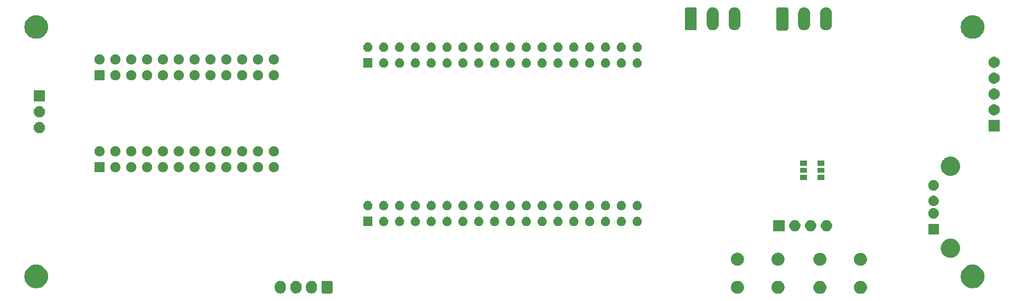
<source format=gbr>
%TF.GenerationSoftware,KiCad,Pcbnew,9.0.7*%
%TF.CreationDate,2026-02-20T18:34:38-05:00*%
%TF.ProjectId,PB_16,50425f31-362e-46b6-9963-61645f706362,v1*%
%TF.SameCoordinates,Original*%
%TF.FileFunction,Soldermask,Bot*%
%TF.FilePolarity,Negative*%
%FSLAX46Y46*%
G04 Gerber Fmt 4.6, Leading zero omitted, Abs format (unit mm)*
G04 Created by KiCad (PCBNEW 9.0.7) date 2026-02-20 18:34:38*
%MOMM*%
%LPD*%
G01*
G04 APERTURE LIST*
G04 APERTURE END LIST*
G36*
X218442598Y-117538161D02*
G01*
X218454116Y-117538161D01*
X218499123Y-117547113D01*
X218596360Y-117562514D01*
X218627636Y-117572676D01*
X218656189Y-117578356D01*
X218696487Y-117595048D01*
X218753152Y-117613460D01*
X218806235Y-117640507D01*
X218846538Y-117657201D01*
X218870747Y-117673377D01*
X218900043Y-117688304D01*
X218979683Y-117746166D01*
X219017847Y-117771666D01*
X219025991Y-117779810D01*
X219033415Y-117785204D01*
X219149995Y-117901784D01*
X219155388Y-117909207D01*
X219163534Y-117917353D01*
X219189036Y-117955520D01*
X219246895Y-118035156D01*
X219261820Y-118064448D01*
X219277999Y-118088662D01*
X219294694Y-118128969D01*
X219321739Y-118182047D01*
X219340148Y-118238704D01*
X219356844Y-118279011D01*
X219362524Y-118307569D01*
X219372685Y-118338839D01*
X219388084Y-118436067D01*
X219397039Y-118481084D01*
X219397039Y-118492602D01*
X219398475Y-118501669D01*
X219398475Y-118666530D01*
X219397039Y-118675596D01*
X219397039Y-118687116D01*
X219388083Y-118732135D01*
X219372685Y-118829360D01*
X219362525Y-118860628D01*
X219356844Y-118889189D01*
X219340147Y-118929498D01*
X219321739Y-118986152D01*
X219294696Y-119039225D01*
X219277999Y-119079538D01*
X219261818Y-119103754D01*
X219246895Y-119133043D01*
X219189045Y-119212666D01*
X219163534Y-119250847D01*
X219155385Y-119258995D01*
X219149995Y-119266415D01*
X219033415Y-119382995D01*
X219025995Y-119388385D01*
X219017847Y-119396534D01*
X218979666Y-119422045D01*
X218900043Y-119479895D01*
X218870754Y-119494818D01*
X218846538Y-119510999D01*
X218806225Y-119527696D01*
X218753152Y-119554739D01*
X218696498Y-119573147D01*
X218656189Y-119589844D01*
X218627628Y-119595525D01*
X218596360Y-119605685D01*
X218499133Y-119621084D01*
X218454116Y-119630039D01*
X218442597Y-119630039D01*
X218433531Y-119631475D01*
X218268669Y-119631475D01*
X218259603Y-119630039D01*
X218248084Y-119630039D01*
X218203067Y-119621084D01*
X218105839Y-119605685D01*
X218074569Y-119595524D01*
X218046011Y-119589844D01*
X218005704Y-119573148D01*
X217949047Y-119554739D01*
X217895969Y-119527694D01*
X217855662Y-119510999D01*
X217831448Y-119494820D01*
X217802156Y-119479895D01*
X217722520Y-119422036D01*
X217684353Y-119396534D01*
X217676207Y-119388388D01*
X217668784Y-119382995D01*
X217552204Y-119266415D01*
X217546810Y-119258991D01*
X217538666Y-119250847D01*
X217513166Y-119212683D01*
X217455304Y-119133043D01*
X217440377Y-119103747D01*
X217424201Y-119079538D01*
X217407507Y-119039235D01*
X217380460Y-118986152D01*
X217362048Y-118929487D01*
X217345356Y-118889189D01*
X217339676Y-118860636D01*
X217329514Y-118829360D01*
X217314114Y-118732126D01*
X217305161Y-118687116D01*
X217305161Y-118675596D01*
X217303725Y-118666530D01*
X217303725Y-118501669D01*
X217305161Y-118492602D01*
X217305161Y-118481084D01*
X217314113Y-118436077D01*
X217329514Y-118338839D01*
X217339676Y-118307561D01*
X217345356Y-118279011D01*
X217362046Y-118238716D01*
X217380460Y-118182047D01*
X217407509Y-118128958D01*
X217424201Y-118088662D01*
X217440375Y-118064455D01*
X217455304Y-118035156D01*
X217513174Y-117955503D01*
X217538666Y-117917353D01*
X217546807Y-117909211D01*
X217552204Y-117901784D01*
X217668784Y-117785204D01*
X217676211Y-117779807D01*
X217684353Y-117771666D01*
X217722503Y-117746174D01*
X217802156Y-117688304D01*
X217831455Y-117673375D01*
X217855662Y-117657201D01*
X217895958Y-117640509D01*
X217949047Y-117613460D01*
X218005716Y-117595046D01*
X218046011Y-117578356D01*
X218074561Y-117572676D01*
X218105839Y-117562514D01*
X218203077Y-117547113D01*
X218248084Y-117538161D01*
X218259602Y-117538161D01*
X218268669Y-117536725D01*
X218433531Y-117536725D01*
X218442598Y-117538161D01*
G37*
G36*
X224942598Y-117538161D02*
G01*
X224954116Y-117538161D01*
X224999123Y-117547113D01*
X225096360Y-117562514D01*
X225127636Y-117572676D01*
X225156189Y-117578356D01*
X225196487Y-117595048D01*
X225253152Y-117613460D01*
X225306235Y-117640507D01*
X225346538Y-117657201D01*
X225370747Y-117673377D01*
X225400043Y-117688304D01*
X225479683Y-117746166D01*
X225517847Y-117771666D01*
X225525991Y-117779810D01*
X225533415Y-117785204D01*
X225649995Y-117901784D01*
X225655388Y-117909207D01*
X225663534Y-117917353D01*
X225689036Y-117955520D01*
X225746895Y-118035156D01*
X225761820Y-118064448D01*
X225777999Y-118088662D01*
X225794694Y-118128969D01*
X225821739Y-118182047D01*
X225840148Y-118238704D01*
X225856844Y-118279011D01*
X225862524Y-118307569D01*
X225872685Y-118338839D01*
X225888084Y-118436067D01*
X225897039Y-118481084D01*
X225897039Y-118492602D01*
X225898475Y-118501669D01*
X225898475Y-118666530D01*
X225897039Y-118675596D01*
X225897039Y-118687116D01*
X225888083Y-118732135D01*
X225872685Y-118829360D01*
X225862525Y-118860628D01*
X225856844Y-118889189D01*
X225840147Y-118929498D01*
X225821739Y-118986152D01*
X225794696Y-119039225D01*
X225777999Y-119079538D01*
X225761818Y-119103754D01*
X225746895Y-119133043D01*
X225689045Y-119212666D01*
X225663534Y-119250847D01*
X225655385Y-119258995D01*
X225649995Y-119266415D01*
X225533415Y-119382995D01*
X225525995Y-119388385D01*
X225517847Y-119396534D01*
X225479666Y-119422045D01*
X225400043Y-119479895D01*
X225370754Y-119494818D01*
X225346538Y-119510999D01*
X225306225Y-119527696D01*
X225253152Y-119554739D01*
X225196498Y-119573147D01*
X225156189Y-119589844D01*
X225127628Y-119595525D01*
X225096360Y-119605685D01*
X224999133Y-119621084D01*
X224954116Y-119630039D01*
X224942597Y-119630039D01*
X224933531Y-119631475D01*
X224768669Y-119631475D01*
X224759603Y-119630039D01*
X224748084Y-119630039D01*
X224703067Y-119621084D01*
X224605839Y-119605685D01*
X224574569Y-119595524D01*
X224546011Y-119589844D01*
X224505704Y-119573148D01*
X224449047Y-119554739D01*
X224395969Y-119527694D01*
X224355662Y-119510999D01*
X224331448Y-119494820D01*
X224302156Y-119479895D01*
X224222520Y-119422036D01*
X224184353Y-119396534D01*
X224176207Y-119388388D01*
X224168784Y-119382995D01*
X224052204Y-119266415D01*
X224046810Y-119258991D01*
X224038666Y-119250847D01*
X224013166Y-119212683D01*
X223955304Y-119133043D01*
X223940377Y-119103747D01*
X223924201Y-119079538D01*
X223907507Y-119039235D01*
X223880460Y-118986152D01*
X223862048Y-118929487D01*
X223845356Y-118889189D01*
X223839676Y-118860636D01*
X223829514Y-118829360D01*
X223814114Y-118732126D01*
X223805161Y-118687116D01*
X223805161Y-118675596D01*
X223803725Y-118666530D01*
X223803725Y-118501669D01*
X223805161Y-118492602D01*
X223805161Y-118481084D01*
X223814113Y-118436077D01*
X223829514Y-118338839D01*
X223839676Y-118307561D01*
X223845356Y-118279011D01*
X223862046Y-118238716D01*
X223880460Y-118182047D01*
X223907509Y-118128958D01*
X223924201Y-118088662D01*
X223940375Y-118064455D01*
X223955304Y-118035156D01*
X224013174Y-117955503D01*
X224038666Y-117917353D01*
X224046807Y-117909211D01*
X224052204Y-117901784D01*
X224168784Y-117785204D01*
X224176211Y-117779807D01*
X224184353Y-117771666D01*
X224222503Y-117746174D01*
X224302156Y-117688304D01*
X224331455Y-117673375D01*
X224355662Y-117657201D01*
X224395958Y-117640509D01*
X224449047Y-117613460D01*
X224505716Y-117595046D01*
X224546011Y-117578356D01*
X224574561Y-117572676D01*
X224605839Y-117562514D01*
X224703077Y-117547113D01*
X224748084Y-117538161D01*
X224759602Y-117538161D01*
X224768669Y-117536725D01*
X224933531Y-117536725D01*
X224942598Y-117538161D01*
G37*
G36*
X205221898Y-117525461D02*
G01*
X205233416Y-117525461D01*
X205278423Y-117534413D01*
X205375660Y-117549814D01*
X205406936Y-117559976D01*
X205435489Y-117565656D01*
X205475787Y-117582348D01*
X205532452Y-117600760D01*
X205585535Y-117627807D01*
X205625838Y-117644501D01*
X205650047Y-117660677D01*
X205679343Y-117675604D01*
X205758983Y-117733466D01*
X205797147Y-117758966D01*
X205805291Y-117767110D01*
X205812715Y-117772504D01*
X205929295Y-117889084D01*
X205934688Y-117896507D01*
X205942834Y-117904653D01*
X205968336Y-117942820D01*
X206026195Y-118022456D01*
X206041120Y-118051748D01*
X206057299Y-118075962D01*
X206073994Y-118116269D01*
X206101039Y-118169347D01*
X206119448Y-118226004D01*
X206136144Y-118266311D01*
X206141824Y-118294869D01*
X206151985Y-118326139D01*
X206167384Y-118423367D01*
X206176339Y-118468384D01*
X206176339Y-118479902D01*
X206177775Y-118488969D01*
X206177775Y-118653830D01*
X206176339Y-118662896D01*
X206176339Y-118674416D01*
X206167383Y-118719435D01*
X206151985Y-118816660D01*
X206141825Y-118847928D01*
X206136144Y-118876489D01*
X206119447Y-118916798D01*
X206101039Y-118973452D01*
X206073996Y-119026525D01*
X206057299Y-119066838D01*
X206041118Y-119091054D01*
X206026195Y-119120343D01*
X205968345Y-119199966D01*
X205942834Y-119238147D01*
X205934685Y-119246295D01*
X205929295Y-119253715D01*
X205812715Y-119370295D01*
X205805295Y-119375685D01*
X205797147Y-119383834D01*
X205758966Y-119409345D01*
X205679343Y-119467195D01*
X205650054Y-119482118D01*
X205625838Y-119498299D01*
X205585525Y-119514996D01*
X205532452Y-119542039D01*
X205475798Y-119560447D01*
X205435489Y-119577144D01*
X205406928Y-119582825D01*
X205375660Y-119592985D01*
X205278433Y-119608384D01*
X205233416Y-119617339D01*
X205221897Y-119617339D01*
X205212831Y-119618775D01*
X205047969Y-119618775D01*
X205038903Y-119617339D01*
X205027384Y-119617339D01*
X204982367Y-119608384D01*
X204885139Y-119592985D01*
X204853869Y-119582824D01*
X204825311Y-119577144D01*
X204785004Y-119560448D01*
X204728347Y-119542039D01*
X204675269Y-119514994D01*
X204634962Y-119498299D01*
X204610748Y-119482120D01*
X204581456Y-119467195D01*
X204501820Y-119409336D01*
X204463653Y-119383834D01*
X204455507Y-119375688D01*
X204448084Y-119370295D01*
X204331504Y-119253715D01*
X204326110Y-119246291D01*
X204317966Y-119238147D01*
X204292466Y-119199983D01*
X204234604Y-119120343D01*
X204219677Y-119091047D01*
X204203501Y-119066838D01*
X204186807Y-119026535D01*
X204159760Y-118973452D01*
X204141348Y-118916787D01*
X204124656Y-118876489D01*
X204118976Y-118847936D01*
X204108814Y-118816660D01*
X204093414Y-118719426D01*
X204084461Y-118674416D01*
X204084461Y-118662896D01*
X204083025Y-118653830D01*
X204083025Y-118488969D01*
X204084461Y-118479902D01*
X204084461Y-118468384D01*
X204093413Y-118423377D01*
X204108814Y-118326139D01*
X204118976Y-118294861D01*
X204124656Y-118266311D01*
X204141346Y-118226016D01*
X204159760Y-118169347D01*
X204186809Y-118116258D01*
X204203501Y-118075962D01*
X204219675Y-118051755D01*
X204234604Y-118022456D01*
X204292474Y-117942803D01*
X204317966Y-117904653D01*
X204326107Y-117896511D01*
X204331504Y-117889084D01*
X204448084Y-117772504D01*
X204455511Y-117767107D01*
X204463653Y-117758966D01*
X204501803Y-117733474D01*
X204581456Y-117675604D01*
X204610755Y-117660675D01*
X204634962Y-117644501D01*
X204675258Y-117627809D01*
X204728347Y-117600760D01*
X204785016Y-117582346D01*
X204825311Y-117565656D01*
X204853861Y-117559976D01*
X204885139Y-117549814D01*
X204982377Y-117534413D01*
X205027384Y-117525461D01*
X205038902Y-117525461D01*
X205047969Y-117524025D01*
X205212831Y-117524025D01*
X205221898Y-117525461D01*
G37*
G36*
X211721898Y-117525461D02*
G01*
X211733416Y-117525461D01*
X211778423Y-117534413D01*
X211875660Y-117549814D01*
X211906936Y-117559976D01*
X211935489Y-117565656D01*
X211975787Y-117582348D01*
X212032452Y-117600760D01*
X212085535Y-117627807D01*
X212125838Y-117644501D01*
X212150047Y-117660677D01*
X212179343Y-117675604D01*
X212258983Y-117733466D01*
X212297147Y-117758966D01*
X212305291Y-117767110D01*
X212312715Y-117772504D01*
X212429295Y-117889084D01*
X212434688Y-117896507D01*
X212442834Y-117904653D01*
X212468336Y-117942820D01*
X212526195Y-118022456D01*
X212541120Y-118051748D01*
X212557299Y-118075962D01*
X212573994Y-118116269D01*
X212601039Y-118169347D01*
X212619448Y-118226004D01*
X212636144Y-118266311D01*
X212641824Y-118294869D01*
X212651985Y-118326139D01*
X212667384Y-118423367D01*
X212676339Y-118468384D01*
X212676339Y-118479902D01*
X212677775Y-118488969D01*
X212677775Y-118653830D01*
X212676339Y-118662896D01*
X212676339Y-118674416D01*
X212667383Y-118719435D01*
X212651985Y-118816660D01*
X212641825Y-118847928D01*
X212636144Y-118876489D01*
X212619447Y-118916798D01*
X212601039Y-118973452D01*
X212573996Y-119026525D01*
X212557299Y-119066838D01*
X212541118Y-119091054D01*
X212526195Y-119120343D01*
X212468345Y-119199966D01*
X212442834Y-119238147D01*
X212434685Y-119246295D01*
X212429295Y-119253715D01*
X212312715Y-119370295D01*
X212305295Y-119375685D01*
X212297147Y-119383834D01*
X212258966Y-119409345D01*
X212179343Y-119467195D01*
X212150054Y-119482118D01*
X212125838Y-119498299D01*
X212085525Y-119514996D01*
X212032452Y-119542039D01*
X211975798Y-119560447D01*
X211935489Y-119577144D01*
X211906928Y-119582825D01*
X211875660Y-119592985D01*
X211778433Y-119608384D01*
X211733416Y-119617339D01*
X211721897Y-119617339D01*
X211712831Y-119618775D01*
X211547969Y-119618775D01*
X211538903Y-119617339D01*
X211527384Y-119617339D01*
X211482367Y-119608384D01*
X211385139Y-119592985D01*
X211353869Y-119582824D01*
X211325311Y-119577144D01*
X211285004Y-119560448D01*
X211228347Y-119542039D01*
X211175269Y-119514994D01*
X211134962Y-119498299D01*
X211110748Y-119482120D01*
X211081456Y-119467195D01*
X211001820Y-119409336D01*
X210963653Y-119383834D01*
X210955507Y-119375688D01*
X210948084Y-119370295D01*
X210831504Y-119253715D01*
X210826110Y-119246291D01*
X210817966Y-119238147D01*
X210792466Y-119199983D01*
X210734604Y-119120343D01*
X210719677Y-119091047D01*
X210703501Y-119066838D01*
X210686807Y-119026535D01*
X210659760Y-118973452D01*
X210641348Y-118916787D01*
X210624656Y-118876489D01*
X210618976Y-118847936D01*
X210608814Y-118816660D01*
X210593414Y-118719426D01*
X210584461Y-118674416D01*
X210584461Y-118662896D01*
X210583025Y-118653830D01*
X210583025Y-118488969D01*
X210584461Y-118479902D01*
X210584461Y-118468384D01*
X210593413Y-118423377D01*
X210608814Y-118326139D01*
X210618976Y-118294861D01*
X210624656Y-118266311D01*
X210641346Y-118226016D01*
X210659760Y-118169347D01*
X210686809Y-118116258D01*
X210703501Y-118075962D01*
X210719675Y-118051755D01*
X210734604Y-118022456D01*
X210792474Y-117942803D01*
X210817966Y-117904653D01*
X210826107Y-117896511D01*
X210831504Y-117889084D01*
X210948084Y-117772504D01*
X210955511Y-117767107D01*
X210963653Y-117758966D01*
X211001803Y-117733474D01*
X211081456Y-117675604D01*
X211110755Y-117660675D01*
X211134962Y-117644501D01*
X211175258Y-117627809D01*
X211228347Y-117600760D01*
X211285016Y-117582346D01*
X211325311Y-117565656D01*
X211353861Y-117559976D01*
X211385139Y-117549814D01*
X211482377Y-117534413D01*
X211527384Y-117525461D01*
X211538902Y-117525461D01*
X211547969Y-117524025D01*
X211712831Y-117524025D01*
X211721898Y-117525461D01*
G37*
G36*
X140013314Y-117539035D02*
G01*
X140029126Y-117546016D01*
X140036931Y-117547253D01*
X140069439Y-117563816D01*
X140114506Y-117583716D01*
X140192724Y-117661934D01*
X140212626Y-117707007D01*
X140229186Y-117739508D01*
X140230421Y-117747310D01*
X140237405Y-117763126D01*
X140245400Y-117832040D01*
X140245400Y-119282040D01*
X140237405Y-119350954D01*
X140230421Y-119366769D01*
X140229186Y-119374571D01*
X140212629Y-119407064D01*
X140192724Y-119452146D01*
X140114506Y-119530364D01*
X140069424Y-119550269D01*
X140036931Y-119566826D01*
X140029129Y-119568061D01*
X140013314Y-119575045D01*
X139944400Y-119583040D01*
X138744400Y-119583040D01*
X138675486Y-119575045D01*
X138659670Y-119568061D01*
X138651868Y-119566826D01*
X138619367Y-119550266D01*
X138574294Y-119530364D01*
X138496076Y-119452146D01*
X138476176Y-119407079D01*
X138459613Y-119374571D01*
X138458376Y-119366766D01*
X138451395Y-119350954D01*
X138443400Y-119282040D01*
X138443400Y-117832040D01*
X138451395Y-117763126D01*
X138458376Y-117747314D01*
X138459613Y-117739508D01*
X138476180Y-117706993D01*
X138496076Y-117661934D01*
X138574294Y-117583716D01*
X138619353Y-117563820D01*
X138651868Y-117547253D01*
X138659674Y-117546016D01*
X138675486Y-117539035D01*
X138744400Y-117531040D01*
X139944400Y-117531040D01*
X140013314Y-117539035D01*
G37*
G36*
X132105946Y-117569837D02*
G01*
X132269128Y-117637429D01*
X132415988Y-117735558D01*
X132540882Y-117860452D01*
X132639011Y-118007312D01*
X132706603Y-118170494D01*
X132741061Y-118343727D01*
X132745400Y-118432040D01*
X132745400Y-118682040D01*
X132741061Y-118770353D01*
X132706603Y-118943586D01*
X132639011Y-119106768D01*
X132540882Y-119253628D01*
X132415988Y-119378522D01*
X132269128Y-119476651D01*
X132105946Y-119544243D01*
X131932713Y-119578701D01*
X131756087Y-119578701D01*
X131582854Y-119544243D01*
X131419672Y-119476651D01*
X131272812Y-119378522D01*
X131147918Y-119253628D01*
X131049789Y-119106768D01*
X130982197Y-118943586D01*
X130947739Y-118770353D01*
X130943400Y-118682040D01*
X130943400Y-118432040D01*
X130947739Y-118343727D01*
X130982197Y-118170494D01*
X131049789Y-118007312D01*
X131147918Y-117860452D01*
X131272812Y-117735558D01*
X131419672Y-117637429D01*
X131582854Y-117569837D01*
X131756087Y-117535379D01*
X131932713Y-117535379D01*
X132105946Y-117569837D01*
G37*
G36*
X134605946Y-117569837D02*
G01*
X134769128Y-117637429D01*
X134915988Y-117735558D01*
X135040882Y-117860452D01*
X135139011Y-118007312D01*
X135206603Y-118170494D01*
X135241061Y-118343727D01*
X135245400Y-118432040D01*
X135245400Y-118682040D01*
X135241061Y-118770353D01*
X135206603Y-118943586D01*
X135139011Y-119106768D01*
X135040882Y-119253628D01*
X134915988Y-119378522D01*
X134769128Y-119476651D01*
X134605946Y-119544243D01*
X134432713Y-119578701D01*
X134256087Y-119578701D01*
X134082854Y-119544243D01*
X133919672Y-119476651D01*
X133772812Y-119378522D01*
X133647918Y-119253628D01*
X133549789Y-119106768D01*
X133482197Y-118943586D01*
X133447739Y-118770353D01*
X133443400Y-118682040D01*
X133443400Y-118432040D01*
X133447739Y-118343727D01*
X133482197Y-118170494D01*
X133549789Y-118007312D01*
X133647918Y-117860452D01*
X133772812Y-117735558D01*
X133919672Y-117637429D01*
X134082854Y-117569837D01*
X134256087Y-117535379D01*
X134432713Y-117535379D01*
X134605946Y-117569837D01*
G37*
G36*
X137105946Y-117569837D02*
G01*
X137269128Y-117637429D01*
X137415988Y-117735558D01*
X137540882Y-117860452D01*
X137639011Y-118007312D01*
X137706603Y-118170494D01*
X137741061Y-118343727D01*
X137745400Y-118432040D01*
X137745400Y-118682040D01*
X137741061Y-118770353D01*
X137706603Y-118943586D01*
X137639011Y-119106768D01*
X137540882Y-119253628D01*
X137415988Y-119378522D01*
X137269128Y-119476651D01*
X137105946Y-119544243D01*
X136932713Y-119578701D01*
X136756087Y-119578701D01*
X136582854Y-119544243D01*
X136419672Y-119476651D01*
X136272812Y-119378522D01*
X136147918Y-119253628D01*
X136049789Y-119106768D01*
X135982197Y-118943586D01*
X135947739Y-118770353D01*
X135943400Y-118682040D01*
X135943400Y-118432040D01*
X135947739Y-118343727D01*
X135982197Y-118170494D01*
X136049789Y-118007312D01*
X136147918Y-117860452D01*
X136272812Y-117735558D01*
X136419672Y-117637429D01*
X136582854Y-117569837D01*
X136756087Y-117535379D01*
X136932713Y-117535379D01*
X137105946Y-117569837D01*
G37*
G36*
X93080867Y-114975527D02*
G01*
X93321056Y-115039886D01*
X93550791Y-115135045D01*
X93766139Y-115259376D01*
X93963416Y-115410753D01*
X94139247Y-115586584D01*
X94290624Y-115783861D01*
X94414955Y-115999209D01*
X94510114Y-116228944D01*
X94574473Y-116469133D01*
X94606930Y-116715669D01*
X94606930Y-116964331D01*
X94574473Y-117210867D01*
X94510114Y-117451056D01*
X94414955Y-117680791D01*
X94290624Y-117896139D01*
X94139247Y-118093416D01*
X93963416Y-118269247D01*
X93766139Y-118420624D01*
X93550791Y-118544955D01*
X93321056Y-118640114D01*
X93080867Y-118704473D01*
X92834331Y-118736930D01*
X92585669Y-118736930D01*
X92339133Y-118704473D01*
X92098944Y-118640114D01*
X91869209Y-118544955D01*
X91653861Y-118420624D01*
X91456584Y-118269247D01*
X91280753Y-118093416D01*
X91129376Y-117896139D01*
X91005045Y-117680791D01*
X90909886Y-117451056D01*
X90845527Y-117210867D01*
X90813070Y-116964331D01*
X90813070Y-116715669D01*
X90845527Y-116469133D01*
X90909886Y-116228944D01*
X91005045Y-115999209D01*
X91129376Y-115783861D01*
X91280753Y-115586584D01*
X91456584Y-115410753D01*
X91653861Y-115259376D01*
X91869209Y-115135045D01*
X92098944Y-115039886D01*
X92339133Y-114975527D01*
X92585669Y-114943070D01*
X92834331Y-114943070D01*
X93080867Y-114975527D01*
G37*
G36*
X243194867Y-114975527D02*
G01*
X243435056Y-115039886D01*
X243664791Y-115135045D01*
X243880139Y-115259376D01*
X244077416Y-115410753D01*
X244253247Y-115586584D01*
X244404624Y-115783861D01*
X244528955Y-115999209D01*
X244624114Y-116228944D01*
X244688473Y-116469133D01*
X244720930Y-116715669D01*
X244720930Y-116964331D01*
X244688473Y-117210867D01*
X244624114Y-117451056D01*
X244528955Y-117680791D01*
X244404624Y-117896139D01*
X244253247Y-118093416D01*
X244077416Y-118269247D01*
X243880139Y-118420624D01*
X243664791Y-118544955D01*
X243435056Y-118640114D01*
X243194867Y-118704473D01*
X242948331Y-118736930D01*
X242699669Y-118736930D01*
X242453133Y-118704473D01*
X242212944Y-118640114D01*
X241983209Y-118544955D01*
X241767861Y-118420624D01*
X241570584Y-118269247D01*
X241394753Y-118093416D01*
X241243376Y-117896139D01*
X241119045Y-117680791D01*
X241023886Y-117451056D01*
X240959527Y-117210867D01*
X240927070Y-116964331D01*
X240927070Y-116715669D01*
X240959527Y-116469133D01*
X241023886Y-116228944D01*
X241119045Y-115999209D01*
X241243376Y-115783861D01*
X241394753Y-115586584D01*
X241570584Y-115410753D01*
X241767861Y-115259376D01*
X241983209Y-115135045D01*
X242212944Y-115039886D01*
X242453133Y-114975527D01*
X242699669Y-114943070D01*
X242948331Y-114943070D01*
X243194867Y-114975527D01*
G37*
G36*
X218442598Y-113038161D02*
G01*
X218454116Y-113038161D01*
X218499123Y-113047113D01*
X218596360Y-113062514D01*
X218627636Y-113072676D01*
X218656189Y-113078356D01*
X218696487Y-113095048D01*
X218753152Y-113113460D01*
X218806235Y-113140507D01*
X218846538Y-113157201D01*
X218870747Y-113173377D01*
X218900043Y-113188304D01*
X218979683Y-113246166D01*
X219017847Y-113271666D01*
X219025991Y-113279810D01*
X219033415Y-113285204D01*
X219149995Y-113401784D01*
X219155388Y-113409207D01*
X219163534Y-113417353D01*
X219189036Y-113455520D01*
X219246895Y-113535156D01*
X219261820Y-113564448D01*
X219277999Y-113588662D01*
X219294694Y-113628969D01*
X219321739Y-113682047D01*
X219340148Y-113738704D01*
X219356844Y-113779011D01*
X219362524Y-113807569D01*
X219372685Y-113838839D01*
X219388084Y-113936067D01*
X219397039Y-113981084D01*
X219397039Y-113992602D01*
X219398475Y-114001669D01*
X219398475Y-114166530D01*
X219397039Y-114175596D01*
X219397039Y-114187116D01*
X219388083Y-114232135D01*
X219372685Y-114329360D01*
X219362525Y-114360628D01*
X219356844Y-114389189D01*
X219340147Y-114429498D01*
X219321739Y-114486152D01*
X219294696Y-114539225D01*
X219277999Y-114579538D01*
X219261818Y-114603754D01*
X219246895Y-114633043D01*
X219189045Y-114712666D01*
X219163534Y-114750847D01*
X219155385Y-114758995D01*
X219149995Y-114766415D01*
X219033415Y-114882995D01*
X219025995Y-114888385D01*
X219017847Y-114896534D01*
X218979666Y-114922045D01*
X218900043Y-114979895D01*
X218870754Y-114994818D01*
X218846538Y-115010999D01*
X218806225Y-115027696D01*
X218753152Y-115054739D01*
X218696498Y-115073147D01*
X218656189Y-115089844D01*
X218627628Y-115095525D01*
X218596360Y-115105685D01*
X218499133Y-115121084D01*
X218454116Y-115130039D01*
X218442597Y-115130039D01*
X218433531Y-115131475D01*
X218268669Y-115131475D01*
X218259603Y-115130039D01*
X218248084Y-115130039D01*
X218203067Y-115121084D01*
X218105839Y-115105685D01*
X218074569Y-115095524D01*
X218046011Y-115089844D01*
X218005704Y-115073148D01*
X217949047Y-115054739D01*
X217895969Y-115027694D01*
X217855662Y-115010999D01*
X217831448Y-114994820D01*
X217802156Y-114979895D01*
X217722520Y-114922036D01*
X217684353Y-114896534D01*
X217676207Y-114888388D01*
X217668784Y-114882995D01*
X217552204Y-114766415D01*
X217546810Y-114758991D01*
X217538666Y-114750847D01*
X217513166Y-114712683D01*
X217455304Y-114633043D01*
X217440377Y-114603747D01*
X217424201Y-114579538D01*
X217407507Y-114539235D01*
X217380460Y-114486152D01*
X217362048Y-114429487D01*
X217345356Y-114389189D01*
X217339676Y-114360636D01*
X217329514Y-114329360D01*
X217314114Y-114232126D01*
X217305161Y-114187116D01*
X217305161Y-114175596D01*
X217303725Y-114166530D01*
X217303725Y-114001669D01*
X217305161Y-113992602D01*
X217305161Y-113981084D01*
X217314113Y-113936077D01*
X217329514Y-113838839D01*
X217339676Y-113807561D01*
X217345356Y-113779011D01*
X217362046Y-113738716D01*
X217380460Y-113682047D01*
X217407509Y-113628958D01*
X217424201Y-113588662D01*
X217440375Y-113564455D01*
X217455304Y-113535156D01*
X217513174Y-113455503D01*
X217538666Y-113417353D01*
X217546807Y-113409211D01*
X217552204Y-113401784D01*
X217668784Y-113285204D01*
X217676211Y-113279807D01*
X217684353Y-113271666D01*
X217722503Y-113246174D01*
X217802156Y-113188304D01*
X217831455Y-113173375D01*
X217855662Y-113157201D01*
X217895958Y-113140509D01*
X217949047Y-113113460D01*
X218005716Y-113095046D01*
X218046011Y-113078356D01*
X218074561Y-113072676D01*
X218105839Y-113062514D01*
X218203077Y-113047113D01*
X218248084Y-113038161D01*
X218259602Y-113038161D01*
X218268669Y-113036725D01*
X218433531Y-113036725D01*
X218442598Y-113038161D01*
G37*
G36*
X224942598Y-113038161D02*
G01*
X224954116Y-113038161D01*
X224999123Y-113047113D01*
X225096360Y-113062514D01*
X225127636Y-113072676D01*
X225156189Y-113078356D01*
X225196487Y-113095048D01*
X225253152Y-113113460D01*
X225306235Y-113140507D01*
X225346538Y-113157201D01*
X225370747Y-113173377D01*
X225400043Y-113188304D01*
X225479683Y-113246166D01*
X225517847Y-113271666D01*
X225525991Y-113279810D01*
X225533415Y-113285204D01*
X225649995Y-113401784D01*
X225655388Y-113409207D01*
X225663534Y-113417353D01*
X225689036Y-113455520D01*
X225746895Y-113535156D01*
X225761820Y-113564448D01*
X225777999Y-113588662D01*
X225794694Y-113628969D01*
X225821739Y-113682047D01*
X225840148Y-113738704D01*
X225856844Y-113779011D01*
X225862524Y-113807569D01*
X225872685Y-113838839D01*
X225888084Y-113936067D01*
X225897039Y-113981084D01*
X225897039Y-113992602D01*
X225898475Y-114001669D01*
X225898475Y-114166530D01*
X225897039Y-114175596D01*
X225897039Y-114187116D01*
X225888083Y-114232135D01*
X225872685Y-114329360D01*
X225862525Y-114360628D01*
X225856844Y-114389189D01*
X225840147Y-114429498D01*
X225821739Y-114486152D01*
X225794696Y-114539225D01*
X225777999Y-114579538D01*
X225761818Y-114603754D01*
X225746895Y-114633043D01*
X225689045Y-114712666D01*
X225663534Y-114750847D01*
X225655385Y-114758995D01*
X225649995Y-114766415D01*
X225533415Y-114882995D01*
X225525995Y-114888385D01*
X225517847Y-114896534D01*
X225479666Y-114922045D01*
X225400043Y-114979895D01*
X225370754Y-114994818D01*
X225346538Y-115010999D01*
X225306225Y-115027696D01*
X225253152Y-115054739D01*
X225196498Y-115073147D01*
X225156189Y-115089844D01*
X225127628Y-115095525D01*
X225096360Y-115105685D01*
X224999133Y-115121084D01*
X224954116Y-115130039D01*
X224942597Y-115130039D01*
X224933531Y-115131475D01*
X224768669Y-115131475D01*
X224759603Y-115130039D01*
X224748084Y-115130039D01*
X224703067Y-115121084D01*
X224605839Y-115105685D01*
X224574569Y-115095524D01*
X224546011Y-115089844D01*
X224505704Y-115073148D01*
X224449047Y-115054739D01*
X224395969Y-115027694D01*
X224355662Y-115010999D01*
X224331448Y-114994820D01*
X224302156Y-114979895D01*
X224222520Y-114922036D01*
X224184353Y-114896534D01*
X224176207Y-114888388D01*
X224168784Y-114882995D01*
X224052204Y-114766415D01*
X224046810Y-114758991D01*
X224038666Y-114750847D01*
X224013166Y-114712683D01*
X223955304Y-114633043D01*
X223940377Y-114603747D01*
X223924201Y-114579538D01*
X223907507Y-114539235D01*
X223880460Y-114486152D01*
X223862048Y-114429487D01*
X223845356Y-114389189D01*
X223839676Y-114360636D01*
X223829514Y-114329360D01*
X223814114Y-114232126D01*
X223805161Y-114187116D01*
X223805161Y-114175596D01*
X223803725Y-114166530D01*
X223803725Y-114001669D01*
X223805161Y-113992602D01*
X223805161Y-113981084D01*
X223814113Y-113936077D01*
X223829514Y-113838839D01*
X223839676Y-113807561D01*
X223845356Y-113779011D01*
X223862046Y-113738716D01*
X223880460Y-113682047D01*
X223907509Y-113628958D01*
X223924201Y-113588662D01*
X223940375Y-113564455D01*
X223955304Y-113535156D01*
X224013174Y-113455503D01*
X224038666Y-113417353D01*
X224046807Y-113409211D01*
X224052204Y-113401784D01*
X224168784Y-113285204D01*
X224176211Y-113279807D01*
X224184353Y-113271666D01*
X224222503Y-113246174D01*
X224302156Y-113188304D01*
X224331455Y-113173375D01*
X224355662Y-113157201D01*
X224395958Y-113140509D01*
X224449047Y-113113460D01*
X224505716Y-113095046D01*
X224546011Y-113078356D01*
X224574561Y-113072676D01*
X224605839Y-113062514D01*
X224703077Y-113047113D01*
X224748084Y-113038161D01*
X224759602Y-113038161D01*
X224768669Y-113036725D01*
X224933531Y-113036725D01*
X224942598Y-113038161D01*
G37*
G36*
X205221898Y-113025461D02*
G01*
X205233416Y-113025461D01*
X205278423Y-113034413D01*
X205375660Y-113049814D01*
X205406936Y-113059976D01*
X205435489Y-113065656D01*
X205475787Y-113082348D01*
X205532452Y-113100760D01*
X205585535Y-113127807D01*
X205625838Y-113144501D01*
X205650047Y-113160677D01*
X205679343Y-113175604D01*
X205758983Y-113233466D01*
X205797147Y-113258966D01*
X205805291Y-113267110D01*
X205812715Y-113272504D01*
X205929295Y-113389084D01*
X205934688Y-113396507D01*
X205942834Y-113404653D01*
X205968336Y-113442820D01*
X206026195Y-113522456D01*
X206041120Y-113551748D01*
X206057299Y-113575962D01*
X206073994Y-113616269D01*
X206101039Y-113669347D01*
X206119448Y-113726004D01*
X206136144Y-113766311D01*
X206141824Y-113794869D01*
X206151985Y-113826139D01*
X206167384Y-113923367D01*
X206176339Y-113968384D01*
X206176339Y-113979902D01*
X206177775Y-113988969D01*
X206177775Y-114153830D01*
X206176339Y-114162896D01*
X206176339Y-114174416D01*
X206167383Y-114219435D01*
X206151985Y-114316660D01*
X206141825Y-114347928D01*
X206136144Y-114376489D01*
X206119447Y-114416798D01*
X206101039Y-114473452D01*
X206073996Y-114526525D01*
X206057299Y-114566838D01*
X206041118Y-114591054D01*
X206026195Y-114620343D01*
X205968345Y-114699966D01*
X205942834Y-114738147D01*
X205934685Y-114746295D01*
X205929295Y-114753715D01*
X205812715Y-114870295D01*
X205805295Y-114875685D01*
X205797147Y-114883834D01*
X205758966Y-114909345D01*
X205679343Y-114967195D01*
X205650054Y-114982118D01*
X205625838Y-114998299D01*
X205585525Y-115014996D01*
X205532452Y-115042039D01*
X205475798Y-115060447D01*
X205435489Y-115077144D01*
X205406928Y-115082825D01*
X205375660Y-115092985D01*
X205278433Y-115108384D01*
X205233416Y-115117339D01*
X205221897Y-115117339D01*
X205212831Y-115118775D01*
X205047969Y-115118775D01*
X205038903Y-115117339D01*
X205027384Y-115117339D01*
X204982367Y-115108384D01*
X204885139Y-115092985D01*
X204853869Y-115082824D01*
X204825311Y-115077144D01*
X204785004Y-115060448D01*
X204728347Y-115042039D01*
X204675269Y-115014994D01*
X204634962Y-114998299D01*
X204610748Y-114982120D01*
X204581456Y-114967195D01*
X204501820Y-114909336D01*
X204463653Y-114883834D01*
X204455507Y-114875688D01*
X204448084Y-114870295D01*
X204331504Y-114753715D01*
X204326110Y-114746291D01*
X204317966Y-114738147D01*
X204292466Y-114699983D01*
X204234604Y-114620343D01*
X204219677Y-114591047D01*
X204203501Y-114566838D01*
X204186807Y-114526535D01*
X204159760Y-114473452D01*
X204141348Y-114416787D01*
X204124656Y-114376489D01*
X204118976Y-114347936D01*
X204108814Y-114316660D01*
X204093414Y-114219426D01*
X204084461Y-114174416D01*
X204084461Y-114162896D01*
X204083025Y-114153830D01*
X204083025Y-113988969D01*
X204084461Y-113979902D01*
X204084461Y-113968384D01*
X204093413Y-113923377D01*
X204108814Y-113826139D01*
X204118976Y-113794861D01*
X204124656Y-113766311D01*
X204141346Y-113726016D01*
X204159760Y-113669347D01*
X204186809Y-113616258D01*
X204203501Y-113575962D01*
X204219675Y-113551755D01*
X204234604Y-113522456D01*
X204292474Y-113442803D01*
X204317966Y-113404653D01*
X204326107Y-113396511D01*
X204331504Y-113389084D01*
X204448084Y-113272504D01*
X204455511Y-113267107D01*
X204463653Y-113258966D01*
X204501803Y-113233474D01*
X204581456Y-113175604D01*
X204610755Y-113160675D01*
X204634962Y-113144501D01*
X204675258Y-113127809D01*
X204728347Y-113100760D01*
X204785016Y-113082346D01*
X204825311Y-113065656D01*
X204853861Y-113059976D01*
X204885139Y-113049814D01*
X204982377Y-113034413D01*
X205027384Y-113025461D01*
X205038902Y-113025461D01*
X205047969Y-113024025D01*
X205212831Y-113024025D01*
X205221898Y-113025461D01*
G37*
G36*
X211721898Y-113025461D02*
G01*
X211733416Y-113025461D01*
X211778423Y-113034413D01*
X211875660Y-113049814D01*
X211906936Y-113059976D01*
X211935489Y-113065656D01*
X211975787Y-113082348D01*
X212032452Y-113100760D01*
X212085535Y-113127807D01*
X212125838Y-113144501D01*
X212150047Y-113160677D01*
X212179343Y-113175604D01*
X212258983Y-113233466D01*
X212297147Y-113258966D01*
X212305291Y-113267110D01*
X212312715Y-113272504D01*
X212429295Y-113389084D01*
X212434688Y-113396507D01*
X212442834Y-113404653D01*
X212468336Y-113442820D01*
X212526195Y-113522456D01*
X212541120Y-113551748D01*
X212557299Y-113575962D01*
X212573994Y-113616269D01*
X212601039Y-113669347D01*
X212619448Y-113726004D01*
X212636144Y-113766311D01*
X212641824Y-113794869D01*
X212651985Y-113826139D01*
X212667384Y-113923367D01*
X212676339Y-113968384D01*
X212676339Y-113979902D01*
X212677775Y-113988969D01*
X212677775Y-114153830D01*
X212676339Y-114162896D01*
X212676339Y-114174416D01*
X212667383Y-114219435D01*
X212651985Y-114316660D01*
X212641825Y-114347928D01*
X212636144Y-114376489D01*
X212619447Y-114416798D01*
X212601039Y-114473452D01*
X212573996Y-114526525D01*
X212557299Y-114566838D01*
X212541118Y-114591054D01*
X212526195Y-114620343D01*
X212468345Y-114699966D01*
X212442834Y-114738147D01*
X212434685Y-114746295D01*
X212429295Y-114753715D01*
X212312715Y-114870295D01*
X212305295Y-114875685D01*
X212297147Y-114883834D01*
X212258966Y-114909345D01*
X212179343Y-114967195D01*
X212150054Y-114982118D01*
X212125838Y-114998299D01*
X212085525Y-115014996D01*
X212032452Y-115042039D01*
X211975798Y-115060447D01*
X211935489Y-115077144D01*
X211906928Y-115082825D01*
X211875660Y-115092985D01*
X211778433Y-115108384D01*
X211733416Y-115117339D01*
X211721897Y-115117339D01*
X211712831Y-115118775D01*
X211547969Y-115118775D01*
X211538903Y-115117339D01*
X211527384Y-115117339D01*
X211482367Y-115108384D01*
X211385139Y-115092985D01*
X211353869Y-115082824D01*
X211325311Y-115077144D01*
X211285004Y-115060448D01*
X211228347Y-115042039D01*
X211175269Y-115014994D01*
X211134962Y-114998299D01*
X211110748Y-114982120D01*
X211081456Y-114967195D01*
X211001820Y-114909336D01*
X210963653Y-114883834D01*
X210955507Y-114875688D01*
X210948084Y-114870295D01*
X210831504Y-114753715D01*
X210826110Y-114746291D01*
X210817966Y-114738147D01*
X210792466Y-114699983D01*
X210734604Y-114620343D01*
X210719677Y-114591047D01*
X210703501Y-114566838D01*
X210686807Y-114526535D01*
X210659760Y-114473452D01*
X210641348Y-114416787D01*
X210624656Y-114376489D01*
X210618976Y-114347936D01*
X210608814Y-114316660D01*
X210593414Y-114219426D01*
X210584461Y-114174416D01*
X210584461Y-114162896D01*
X210583025Y-114153830D01*
X210583025Y-113988969D01*
X210584461Y-113979902D01*
X210584461Y-113968384D01*
X210593413Y-113923377D01*
X210608814Y-113826139D01*
X210618976Y-113794861D01*
X210624656Y-113766311D01*
X210641346Y-113726016D01*
X210659760Y-113669347D01*
X210686809Y-113616258D01*
X210703501Y-113575962D01*
X210719675Y-113551755D01*
X210734604Y-113522456D01*
X210792474Y-113442803D01*
X210817966Y-113404653D01*
X210826107Y-113396511D01*
X210831504Y-113389084D01*
X210948084Y-113272504D01*
X210955511Y-113267107D01*
X210963653Y-113258966D01*
X211001803Y-113233474D01*
X211081456Y-113175604D01*
X211110755Y-113160675D01*
X211134962Y-113144501D01*
X211175258Y-113127809D01*
X211228347Y-113100760D01*
X211285016Y-113082346D01*
X211325311Y-113065656D01*
X211353861Y-113059976D01*
X211385139Y-113049814D01*
X211482377Y-113034413D01*
X211527384Y-113025461D01*
X211538902Y-113025461D01*
X211547969Y-113024025D01*
X211712831Y-113024025D01*
X211721898Y-113025461D01*
G37*
G36*
X239386482Y-110757781D02*
G01*
X239397690Y-110757781D01*
X239452888Y-110766523D01*
X239578534Y-110783065D01*
X239609189Y-110791279D01*
X239638074Y-110795854D01*
X239693620Y-110813902D01*
X239774467Y-110835565D01*
X239826050Y-110856931D01*
X239869542Y-110871063D01*
X239910286Y-110891823D01*
X239961870Y-110913190D01*
X240034353Y-110955038D01*
X240086395Y-110981555D01*
X240110055Y-110998745D01*
X240137539Y-111014613D01*
X240238074Y-111091756D01*
X240283294Y-111124610D01*
X240291219Y-111132535D01*
X240298466Y-111138096D01*
X240441903Y-111281533D01*
X240447463Y-111288779D01*
X240455390Y-111296706D01*
X240488247Y-111341930D01*
X240565386Y-111442460D01*
X240581252Y-111469941D01*
X240598445Y-111493605D01*
X240624964Y-111545652D01*
X240666809Y-111618129D01*
X240688173Y-111669706D01*
X240708937Y-111710458D01*
X240723070Y-111753955D01*
X240744434Y-111805532D01*
X240766093Y-111886366D01*
X240784146Y-111941926D01*
X240788721Y-111970816D01*
X240796934Y-112001465D01*
X240813474Y-112127099D01*
X240822219Y-112182310D01*
X240822219Y-112193518D01*
X240823412Y-112202580D01*
X240823412Y-112405419D01*
X240822219Y-112414480D01*
X240822219Y-112425690D01*
X240813473Y-112480905D01*
X240796934Y-112606534D01*
X240788722Y-112637180D01*
X240784146Y-112666074D01*
X240766091Y-112721638D01*
X240744434Y-112802467D01*
X240723071Y-112854039D01*
X240708937Y-112897542D01*
X240688171Y-112938297D01*
X240666809Y-112989870D01*
X240624968Y-113062338D01*
X240598445Y-113114395D01*
X240581249Y-113138062D01*
X240565386Y-113165539D01*
X240488261Y-113266050D01*
X240455390Y-113311294D01*
X240447459Y-113319224D01*
X240441903Y-113326466D01*
X240298466Y-113469903D01*
X240291224Y-113475459D01*
X240283294Y-113483390D01*
X240238050Y-113516261D01*
X240137539Y-113593386D01*
X240110062Y-113609249D01*
X240086395Y-113626445D01*
X240034338Y-113652968D01*
X239961870Y-113694809D01*
X239910297Y-113716171D01*
X239869542Y-113736937D01*
X239826039Y-113751071D01*
X239774467Y-113772434D01*
X239693638Y-113794091D01*
X239638074Y-113812146D01*
X239609180Y-113816722D01*
X239578534Y-113824934D01*
X239452902Y-113841474D01*
X239397690Y-113850219D01*
X239386481Y-113850219D01*
X239377420Y-113851412D01*
X239174580Y-113851412D01*
X239165519Y-113850219D01*
X239154310Y-113850219D01*
X239099099Y-113841474D01*
X238973465Y-113824934D01*
X238942816Y-113816721D01*
X238913926Y-113812146D01*
X238858366Y-113794093D01*
X238777532Y-113772434D01*
X238725955Y-113751070D01*
X238682458Y-113736937D01*
X238641706Y-113716173D01*
X238590129Y-113694809D01*
X238517652Y-113652964D01*
X238465605Y-113626445D01*
X238441941Y-113609252D01*
X238414460Y-113593386D01*
X238313930Y-113516247D01*
X238268706Y-113483390D01*
X238260779Y-113475463D01*
X238253533Y-113469903D01*
X238110096Y-113326466D01*
X238104535Y-113319219D01*
X238096610Y-113311294D01*
X238063756Y-113266074D01*
X237986613Y-113165539D01*
X237970745Y-113138055D01*
X237953555Y-113114395D01*
X237927038Y-113062353D01*
X237885190Y-112989870D01*
X237863823Y-112938286D01*
X237843063Y-112897542D01*
X237828931Y-112854050D01*
X237807565Y-112802467D01*
X237785902Y-112721620D01*
X237767854Y-112666074D01*
X237763279Y-112637189D01*
X237755065Y-112606534D01*
X237738524Y-112480891D01*
X237729781Y-112425690D01*
X237729781Y-112414480D01*
X237728588Y-112405419D01*
X237728588Y-112202580D01*
X237729781Y-112193518D01*
X237729781Y-112182310D01*
X237738523Y-112127113D01*
X237755065Y-112001465D01*
X237763279Y-111970807D01*
X237767854Y-111941926D01*
X237785900Y-111886383D01*
X237807565Y-111805532D01*
X237828933Y-111753944D01*
X237843063Y-111710458D01*
X237863821Y-111669717D01*
X237885190Y-111618129D01*
X237927042Y-111545637D01*
X237953555Y-111493605D01*
X237970742Y-111469948D01*
X237986613Y-111442460D01*
X238063770Y-111341906D01*
X238096610Y-111296706D01*
X238104532Y-111288783D01*
X238110096Y-111281533D01*
X238253533Y-111138096D01*
X238260783Y-111132532D01*
X238268706Y-111124610D01*
X238313906Y-111091770D01*
X238414460Y-111014613D01*
X238441948Y-110998742D01*
X238465605Y-110981555D01*
X238517637Y-110955042D01*
X238590129Y-110913190D01*
X238641717Y-110891821D01*
X238682458Y-110871063D01*
X238725944Y-110856933D01*
X238777532Y-110835565D01*
X238858383Y-110813900D01*
X238913926Y-110795854D01*
X238942807Y-110791279D01*
X238973465Y-110783065D01*
X239099113Y-110766523D01*
X239154310Y-110757781D01*
X239165518Y-110757781D01*
X239174580Y-110756588D01*
X239377420Y-110756588D01*
X239386482Y-110757781D01*
G37*
G36*
X237385517Y-108386882D02*
G01*
X237402062Y-108397938D01*
X237413118Y-108414483D01*
X237417000Y-108434000D01*
X237417000Y-110034000D01*
X237413118Y-110053517D01*
X237402062Y-110070062D01*
X237385517Y-110081118D01*
X237366000Y-110085000D01*
X235766000Y-110085000D01*
X235746483Y-110081118D01*
X235729938Y-110070062D01*
X235718882Y-110053517D01*
X235715000Y-110034000D01*
X235715000Y-108434000D01*
X235718882Y-108414483D01*
X235729938Y-108397938D01*
X235746483Y-108386882D01*
X235766000Y-108383000D01*
X237366000Y-108383000D01*
X237385517Y-108386882D01*
G37*
G36*
X212654717Y-107814882D02*
G01*
X212671262Y-107825938D01*
X212682318Y-107842483D01*
X212686200Y-107862000D01*
X212686200Y-109562000D01*
X212682318Y-109581517D01*
X212671262Y-109598062D01*
X212654717Y-109609118D01*
X212635200Y-109613000D01*
X210935200Y-109613000D01*
X210915683Y-109609118D01*
X210899138Y-109598062D01*
X210888082Y-109581517D01*
X210884200Y-109562000D01*
X210884200Y-107862000D01*
X210888082Y-107842483D01*
X210899138Y-107825938D01*
X210915683Y-107814882D01*
X210935200Y-107811000D01*
X212635200Y-107811000D01*
X212654717Y-107814882D01*
G37*
G36*
X214586746Y-107849797D02*
G01*
X214749928Y-107917389D01*
X214896788Y-108015518D01*
X215021682Y-108140412D01*
X215119811Y-108287272D01*
X215187403Y-108450454D01*
X215221861Y-108623687D01*
X215221861Y-108800313D01*
X215187403Y-108973546D01*
X215119811Y-109136728D01*
X215021682Y-109283588D01*
X214896788Y-109408482D01*
X214749928Y-109506611D01*
X214586746Y-109574203D01*
X214413513Y-109608661D01*
X214236887Y-109608661D01*
X214063654Y-109574203D01*
X213900472Y-109506611D01*
X213753612Y-109408482D01*
X213628718Y-109283588D01*
X213530589Y-109136728D01*
X213462997Y-108973546D01*
X213428539Y-108800313D01*
X213428539Y-108623687D01*
X213462997Y-108450454D01*
X213530589Y-108287272D01*
X213628718Y-108140412D01*
X213753612Y-108015518D01*
X213900472Y-107917389D01*
X214063654Y-107849797D01*
X214236887Y-107815339D01*
X214413513Y-107815339D01*
X214586746Y-107849797D01*
G37*
G36*
X217126746Y-107849797D02*
G01*
X217289928Y-107917389D01*
X217436788Y-108015518D01*
X217561682Y-108140412D01*
X217659811Y-108287272D01*
X217727403Y-108450454D01*
X217761861Y-108623687D01*
X217761861Y-108800313D01*
X217727403Y-108973546D01*
X217659811Y-109136728D01*
X217561682Y-109283588D01*
X217436788Y-109408482D01*
X217289928Y-109506611D01*
X217126746Y-109574203D01*
X216953513Y-109608661D01*
X216776887Y-109608661D01*
X216603654Y-109574203D01*
X216440472Y-109506611D01*
X216293612Y-109408482D01*
X216168718Y-109283588D01*
X216070589Y-109136728D01*
X216002997Y-108973546D01*
X215968539Y-108800313D01*
X215968539Y-108623687D01*
X216002997Y-108450454D01*
X216070589Y-108287272D01*
X216168718Y-108140412D01*
X216293612Y-108015518D01*
X216440472Y-107917389D01*
X216603654Y-107849797D01*
X216776887Y-107815339D01*
X216953513Y-107815339D01*
X217126746Y-107849797D01*
G37*
G36*
X219666746Y-107849797D02*
G01*
X219829928Y-107917389D01*
X219976788Y-108015518D01*
X220101682Y-108140412D01*
X220199811Y-108287272D01*
X220267403Y-108450454D01*
X220301861Y-108623687D01*
X220301861Y-108800313D01*
X220267403Y-108973546D01*
X220199811Y-109136728D01*
X220101682Y-109283588D01*
X219976788Y-109408482D01*
X219829928Y-109506611D01*
X219666746Y-109574203D01*
X219493513Y-109608661D01*
X219316887Y-109608661D01*
X219143654Y-109574203D01*
X218980472Y-109506611D01*
X218833612Y-109408482D01*
X218708718Y-109283588D01*
X218610589Y-109136728D01*
X218542997Y-108973546D01*
X218508539Y-108800313D01*
X218508539Y-108623687D01*
X218542997Y-108450454D01*
X218610589Y-108287272D01*
X218708718Y-108140412D01*
X218833612Y-108015518D01*
X218980472Y-107917389D01*
X219143654Y-107849797D01*
X219316887Y-107815339D01*
X219493513Y-107815339D01*
X219666746Y-107849797D01*
G37*
G36*
X146595717Y-107275082D02*
G01*
X146612262Y-107286138D01*
X146623318Y-107302683D01*
X146627200Y-107322200D01*
X146627200Y-108730200D01*
X146623318Y-108749717D01*
X146612262Y-108766262D01*
X146595717Y-108777318D01*
X146576200Y-108781200D01*
X145168200Y-108781200D01*
X145148683Y-108777318D01*
X145132138Y-108766262D01*
X145121082Y-108749717D01*
X145117200Y-108730200D01*
X145117200Y-107322200D01*
X145121082Y-107302683D01*
X145132138Y-107286138D01*
X145148683Y-107275082D01*
X145168200Y-107271200D01*
X146576200Y-107271200D01*
X146595717Y-107275082D01*
G37*
G36*
X148631365Y-107303710D02*
G01*
X148768105Y-107360349D01*
X148891167Y-107442577D01*
X148995823Y-107547233D01*
X149078051Y-107670295D01*
X149134690Y-107807035D01*
X149163564Y-107952197D01*
X149163564Y-108100203D01*
X149134690Y-108245365D01*
X149078051Y-108382105D01*
X148995823Y-108505167D01*
X148891167Y-108609823D01*
X148768105Y-108692051D01*
X148631365Y-108748690D01*
X148486203Y-108777564D01*
X148338197Y-108777564D01*
X148193035Y-108748690D01*
X148056295Y-108692051D01*
X147933233Y-108609823D01*
X147828577Y-108505167D01*
X147746349Y-108382105D01*
X147689710Y-108245365D01*
X147660836Y-108100203D01*
X147660836Y-107952197D01*
X147689710Y-107807035D01*
X147746349Y-107670295D01*
X147828577Y-107547233D01*
X147933233Y-107442577D01*
X148056295Y-107360349D01*
X148193035Y-107303710D01*
X148338197Y-107274836D01*
X148486203Y-107274836D01*
X148631365Y-107303710D01*
G37*
G36*
X151171365Y-107303710D02*
G01*
X151308105Y-107360349D01*
X151431167Y-107442577D01*
X151535823Y-107547233D01*
X151618051Y-107670295D01*
X151674690Y-107807035D01*
X151703564Y-107952197D01*
X151703564Y-108100203D01*
X151674690Y-108245365D01*
X151618051Y-108382105D01*
X151535823Y-108505167D01*
X151431167Y-108609823D01*
X151308105Y-108692051D01*
X151171365Y-108748690D01*
X151026203Y-108777564D01*
X150878197Y-108777564D01*
X150733035Y-108748690D01*
X150596295Y-108692051D01*
X150473233Y-108609823D01*
X150368577Y-108505167D01*
X150286349Y-108382105D01*
X150229710Y-108245365D01*
X150200836Y-108100203D01*
X150200836Y-107952197D01*
X150229710Y-107807035D01*
X150286349Y-107670295D01*
X150368577Y-107547233D01*
X150473233Y-107442577D01*
X150596295Y-107360349D01*
X150733035Y-107303710D01*
X150878197Y-107274836D01*
X151026203Y-107274836D01*
X151171365Y-107303710D01*
G37*
G36*
X153711365Y-107303710D02*
G01*
X153848105Y-107360349D01*
X153971167Y-107442577D01*
X154075823Y-107547233D01*
X154158051Y-107670295D01*
X154214690Y-107807035D01*
X154243564Y-107952197D01*
X154243564Y-108100203D01*
X154214690Y-108245365D01*
X154158051Y-108382105D01*
X154075823Y-108505167D01*
X153971167Y-108609823D01*
X153848105Y-108692051D01*
X153711365Y-108748690D01*
X153566203Y-108777564D01*
X153418197Y-108777564D01*
X153273035Y-108748690D01*
X153136295Y-108692051D01*
X153013233Y-108609823D01*
X152908577Y-108505167D01*
X152826349Y-108382105D01*
X152769710Y-108245365D01*
X152740836Y-108100203D01*
X152740836Y-107952197D01*
X152769710Y-107807035D01*
X152826349Y-107670295D01*
X152908577Y-107547233D01*
X153013233Y-107442577D01*
X153136295Y-107360349D01*
X153273035Y-107303710D01*
X153418197Y-107274836D01*
X153566203Y-107274836D01*
X153711365Y-107303710D01*
G37*
G36*
X156251365Y-107303710D02*
G01*
X156388105Y-107360349D01*
X156511167Y-107442577D01*
X156615823Y-107547233D01*
X156698051Y-107670295D01*
X156754690Y-107807035D01*
X156783564Y-107952197D01*
X156783564Y-108100203D01*
X156754690Y-108245365D01*
X156698051Y-108382105D01*
X156615823Y-108505167D01*
X156511167Y-108609823D01*
X156388105Y-108692051D01*
X156251365Y-108748690D01*
X156106203Y-108777564D01*
X155958197Y-108777564D01*
X155813035Y-108748690D01*
X155676295Y-108692051D01*
X155553233Y-108609823D01*
X155448577Y-108505167D01*
X155366349Y-108382105D01*
X155309710Y-108245365D01*
X155280836Y-108100203D01*
X155280836Y-107952197D01*
X155309710Y-107807035D01*
X155366349Y-107670295D01*
X155448577Y-107547233D01*
X155553233Y-107442577D01*
X155676295Y-107360349D01*
X155813035Y-107303710D01*
X155958197Y-107274836D01*
X156106203Y-107274836D01*
X156251365Y-107303710D01*
G37*
G36*
X158791365Y-107303710D02*
G01*
X158928105Y-107360349D01*
X159051167Y-107442577D01*
X159155823Y-107547233D01*
X159238051Y-107670295D01*
X159294690Y-107807035D01*
X159323564Y-107952197D01*
X159323564Y-108100203D01*
X159294690Y-108245365D01*
X159238051Y-108382105D01*
X159155823Y-108505167D01*
X159051167Y-108609823D01*
X158928105Y-108692051D01*
X158791365Y-108748690D01*
X158646203Y-108777564D01*
X158498197Y-108777564D01*
X158353035Y-108748690D01*
X158216295Y-108692051D01*
X158093233Y-108609823D01*
X157988577Y-108505167D01*
X157906349Y-108382105D01*
X157849710Y-108245365D01*
X157820836Y-108100203D01*
X157820836Y-107952197D01*
X157849710Y-107807035D01*
X157906349Y-107670295D01*
X157988577Y-107547233D01*
X158093233Y-107442577D01*
X158216295Y-107360349D01*
X158353035Y-107303710D01*
X158498197Y-107274836D01*
X158646203Y-107274836D01*
X158791365Y-107303710D01*
G37*
G36*
X161331365Y-107303710D02*
G01*
X161468105Y-107360349D01*
X161591167Y-107442577D01*
X161695823Y-107547233D01*
X161778051Y-107670295D01*
X161834690Y-107807035D01*
X161863564Y-107952197D01*
X161863564Y-108100203D01*
X161834690Y-108245365D01*
X161778051Y-108382105D01*
X161695823Y-108505167D01*
X161591167Y-108609823D01*
X161468105Y-108692051D01*
X161331365Y-108748690D01*
X161186203Y-108777564D01*
X161038197Y-108777564D01*
X160893035Y-108748690D01*
X160756295Y-108692051D01*
X160633233Y-108609823D01*
X160528577Y-108505167D01*
X160446349Y-108382105D01*
X160389710Y-108245365D01*
X160360836Y-108100203D01*
X160360836Y-107952197D01*
X160389710Y-107807035D01*
X160446349Y-107670295D01*
X160528577Y-107547233D01*
X160633233Y-107442577D01*
X160756295Y-107360349D01*
X160893035Y-107303710D01*
X161038197Y-107274836D01*
X161186203Y-107274836D01*
X161331365Y-107303710D01*
G37*
G36*
X163871365Y-107303710D02*
G01*
X164008105Y-107360349D01*
X164131167Y-107442577D01*
X164235823Y-107547233D01*
X164318051Y-107670295D01*
X164374690Y-107807035D01*
X164403564Y-107952197D01*
X164403564Y-108100203D01*
X164374690Y-108245365D01*
X164318051Y-108382105D01*
X164235823Y-108505167D01*
X164131167Y-108609823D01*
X164008105Y-108692051D01*
X163871365Y-108748690D01*
X163726203Y-108777564D01*
X163578197Y-108777564D01*
X163433035Y-108748690D01*
X163296295Y-108692051D01*
X163173233Y-108609823D01*
X163068577Y-108505167D01*
X162986349Y-108382105D01*
X162929710Y-108245365D01*
X162900836Y-108100203D01*
X162900836Y-107952197D01*
X162929710Y-107807035D01*
X162986349Y-107670295D01*
X163068577Y-107547233D01*
X163173233Y-107442577D01*
X163296295Y-107360349D01*
X163433035Y-107303710D01*
X163578197Y-107274836D01*
X163726203Y-107274836D01*
X163871365Y-107303710D01*
G37*
G36*
X166411365Y-107303710D02*
G01*
X166548105Y-107360349D01*
X166671167Y-107442577D01*
X166775823Y-107547233D01*
X166858051Y-107670295D01*
X166914690Y-107807035D01*
X166943564Y-107952197D01*
X166943564Y-108100203D01*
X166914690Y-108245365D01*
X166858051Y-108382105D01*
X166775823Y-108505167D01*
X166671167Y-108609823D01*
X166548105Y-108692051D01*
X166411365Y-108748690D01*
X166266203Y-108777564D01*
X166118197Y-108777564D01*
X165973035Y-108748690D01*
X165836295Y-108692051D01*
X165713233Y-108609823D01*
X165608577Y-108505167D01*
X165526349Y-108382105D01*
X165469710Y-108245365D01*
X165440836Y-108100203D01*
X165440836Y-107952197D01*
X165469710Y-107807035D01*
X165526349Y-107670295D01*
X165608577Y-107547233D01*
X165713233Y-107442577D01*
X165836295Y-107360349D01*
X165973035Y-107303710D01*
X166118197Y-107274836D01*
X166266203Y-107274836D01*
X166411365Y-107303710D01*
G37*
G36*
X168951365Y-107303710D02*
G01*
X169088105Y-107360349D01*
X169211167Y-107442577D01*
X169315823Y-107547233D01*
X169398051Y-107670295D01*
X169454690Y-107807035D01*
X169483564Y-107952197D01*
X169483564Y-108100203D01*
X169454690Y-108245365D01*
X169398051Y-108382105D01*
X169315823Y-108505167D01*
X169211167Y-108609823D01*
X169088105Y-108692051D01*
X168951365Y-108748690D01*
X168806203Y-108777564D01*
X168658197Y-108777564D01*
X168513035Y-108748690D01*
X168376295Y-108692051D01*
X168253233Y-108609823D01*
X168148577Y-108505167D01*
X168066349Y-108382105D01*
X168009710Y-108245365D01*
X167980836Y-108100203D01*
X167980836Y-107952197D01*
X168009710Y-107807035D01*
X168066349Y-107670295D01*
X168148577Y-107547233D01*
X168253233Y-107442577D01*
X168376295Y-107360349D01*
X168513035Y-107303710D01*
X168658197Y-107274836D01*
X168806203Y-107274836D01*
X168951365Y-107303710D01*
G37*
G36*
X171491365Y-107303710D02*
G01*
X171628105Y-107360349D01*
X171751167Y-107442577D01*
X171855823Y-107547233D01*
X171938051Y-107670295D01*
X171994690Y-107807035D01*
X172023564Y-107952197D01*
X172023564Y-108100203D01*
X171994690Y-108245365D01*
X171938051Y-108382105D01*
X171855823Y-108505167D01*
X171751167Y-108609823D01*
X171628105Y-108692051D01*
X171491365Y-108748690D01*
X171346203Y-108777564D01*
X171198197Y-108777564D01*
X171053035Y-108748690D01*
X170916295Y-108692051D01*
X170793233Y-108609823D01*
X170688577Y-108505167D01*
X170606349Y-108382105D01*
X170549710Y-108245365D01*
X170520836Y-108100203D01*
X170520836Y-107952197D01*
X170549710Y-107807035D01*
X170606349Y-107670295D01*
X170688577Y-107547233D01*
X170793233Y-107442577D01*
X170916295Y-107360349D01*
X171053035Y-107303710D01*
X171198197Y-107274836D01*
X171346203Y-107274836D01*
X171491365Y-107303710D01*
G37*
G36*
X174031365Y-107303710D02*
G01*
X174168105Y-107360349D01*
X174291167Y-107442577D01*
X174395823Y-107547233D01*
X174478051Y-107670295D01*
X174534690Y-107807035D01*
X174563564Y-107952197D01*
X174563564Y-108100203D01*
X174534690Y-108245365D01*
X174478051Y-108382105D01*
X174395823Y-108505167D01*
X174291167Y-108609823D01*
X174168105Y-108692051D01*
X174031365Y-108748690D01*
X173886203Y-108777564D01*
X173738197Y-108777564D01*
X173593035Y-108748690D01*
X173456295Y-108692051D01*
X173333233Y-108609823D01*
X173228577Y-108505167D01*
X173146349Y-108382105D01*
X173089710Y-108245365D01*
X173060836Y-108100203D01*
X173060836Y-107952197D01*
X173089710Y-107807035D01*
X173146349Y-107670295D01*
X173228577Y-107547233D01*
X173333233Y-107442577D01*
X173456295Y-107360349D01*
X173593035Y-107303710D01*
X173738197Y-107274836D01*
X173886203Y-107274836D01*
X174031365Y-107303710D01*
G37*
G36*
X176571365Y-107303710D02*
G01*
X176708105Y-107360349D01*
X176831167Y-107442577D01*
X176935823Y-107547233D01*
X177018051Y-107670295D01*
X177074690Y-107807035D01*
X177103564Y-107952197D01*
X177103564Y-108100203D01*
X177074690Y-108245365D01*
X177018051Y-108382105D01*
X176935823Y-108505167D01*
X176831167Y-108609823D01*
X176708105Y-108692051D01*
X176571365Y-108748690D01*
X176426203Y-108777564D01*
X176278197Y-108777564D01*
X176133035Y-108748690D01*
X175996295Y-108692051D01*
X175873233Y-108609823D01*
X175768577Y-108505167D01*
X175686349Y-108382105D01*
X175629710Y-108245365D01*
X175600836Y-108100203D01*
X175600836Y-107952197D01*
X175629710Y-107807035D01*
X175686349Y-107670295D01*
X175768577Y-107547233D01*
X175873233Y-107442577D01*
X175996295Y-107360349D01*
X176133035Y-107303710D01*
X176278197Y-107274836D01*
X176426203Y-107274836D01*
X176571365Y-107303710D01*
G37*
G36*
X179111365Y-107303710D02*
G01*
X179248105Y-107360349D01*
X179371167Y-107442577D01*
X179475823Y-107547233D01*
X179558051Y-107670295D01*
X179614690Y-107807035D01*
X179643564Y-107952197D01*
X179643564Y-108100203D01*
X179614690Y-108245365D01*
X179558051Y-108382105D01*
X179475823Y-108505167D01*
X179371167Y-108609823D01*
X179248105Y-108692051D01*
X179111365Y-108748690D01*
X178966203Y-108777564D01*
X178818197Y-108777564D01*
X178673035Y-108748690D01*
X178536295Y-108692051D01*
X178413233Y-108609823D01*
X178308577Y-108505167D01*
X178226349Y-108382105D01*
X178169710Y-108245365D01*
X178140836Y-108100203D01*
X178140836Y-107952197D01*
X178169710Y-107807035D01*
X178226349Y-107670295D01*
X178308577Y-107547233D01*
X178413233Y-107442577D01*
X178536295Y-107360349D01*
X178673035Y-107303710D01*
X178818197Y-107274836D01*
X178966203Y-107274836D01*
X179111365Y-107303710D01*
G37*
G36*
X181651365Y-107303710D02*
G01*
X181788105Y-107360349D01*
X181911167Y-107442577D01*
X182015823Y-107547233D01*
X182098051Y-107670295D01*
X182154690Y-107807035D01*
X182183564Y-107952197D01*
X182183564Y-108100203D01*
X182154690Y-108245365D01*
X182098051Y-108382105D01*
X182015823Y-108505167D01*
X181911167Y-108609823D01*
X181788105Y-108692051D01*
X181651365Y-108748690D01*
X181506203Y-108777564D01*
X181358197Y-108777564D01*
X181213035Y-108748690D01*
X181076295Y-108692051D01*
X180953233Y-108609823D01*
X180848577Y-108505167D01*
X180766349Y-108382105D01*
X180709710Y-108245365D01*
X180680836Y-108100203D01*
X180680836Y-107952197D01*
X180709710Y-107807035D01*
X180766349Y-107670295D01*
X180848577Y-107547233D01*
X180953233Y-107442577D01*
X181076295Y-107360349D01*
X181213035Y-107303710D01*
X181358197Y-107274836D01*
X181506203Y-107274836D01*
X181651365Y-107303710D01*
G37*
G36*
X184191365Y-107303710D02*
G01*
X184328105Y-107360349D01*
X184451167Y-107442577D01*
X184555823Y-107547233D01*
X184638051Y-107670295D01*
X184694690Y-107807035D01*
X184723564Y-107952197D01*
X184723564Y-108100203D01*
X184694690Y-108245365D01*
X184638051Y-108382105D01*
X184555823Y-108505167D01*
X184451167Y-108609823D01*
X184328105Y-108692051D01*
X184191365Y-108748690D01*
X184046203Y-108777564D01*
X183898197Y-108777564D01*
X183753035Y-108748690D01*
X183616295Y-108692051D01*
X183493233Y-108609823D01*
X183388577Y-108505167D01*
X183306349Y-108382105D01*
X183249710Y-108245365D01*
X183220836Y-108100203D01*
X183220836Y-107952197D01*
X183249710Y-107807035D01*
X183306349Y-107670295D01*
X183388577Y-107547233D01*
X183493233Y-107442577D01*
X183616295Y-107360349D01*
X183753035Y-107303710D01*
X183898197Y-107274836D01*
X184046203Y-107274836D01*
X184191365Y-107303710D01*
G37*
G36*
X186731365Y-107303710D02*
G01*
X186868105Y-107360349D01*
X186991167Y-107442577D01*
X187095823Y-107547233D01*
X187178051Y-107670295D01*
X187234690Y-107807035D01*
X187263564Y-107952197D01*
X187263564Y-108100203D01*
X187234690Y-108245365D01*
X187178051Y-108382105D01*
X187095823Y-108505167D01*
X186991167Y-108609823D01*
X186868105Y-108692051D01*
X186731365Y-108748690D01*
X186586203Y-108777564D01*
X186438197Y-108777564D01*
X186293035Y-108748690D01*
X186156295Y-108692051D01*
X186033233Y-108609823D01*
X185928577Y-108505167D01*
X185846349Y-108382105D01*
X185789710Y-108245365D01*
X185760836Y-108100203D01*
X185760836Y-107952197D01*
X185789710Y-107807035D01*
X185846349Y-107670295D01*
X185928577Y-107547233D01*
X186033233Y-107442577D01*
X186156295Y-107360349D01*
X186293035Y-107303710D01*
X186438197Y-107274836D01*
X186586203Y-107274836D01*
X186731365Y-107303710D01*
G37*
G36*
X189271365Y-107303710D02*
G01*
X189408105Y-107360349D01*
X189531167Y-107442577D01*
X189635823Y-107547233D01*
X189718051Y-107670295D01*
X189774690Y-107807035D01*
X189803564Y-107952197D01*
X189803564Y-108100203D01*
X189774690Y-108245365D01*
X189718051Y-108382105D01*
X189635823Y-108505167D01*
X189531167Y-108609823D01*
X189408105Y-108692051D01*
X189271365Y-108748690D01*
X189126203Y-108777564D01*
X188978197Y-108777564D01*
X188833035Y-108748690D01*
X188696295Y-108692051D01*
X188573233Y-108609823D01*
X188468577Y-108505167D01*
X188386349Y-108382105D01*
X188329710Y-108245365D01*
X188300836Y-108100203D01*
X188300836Y-107952197D01*
X188329710Y-107807035D01*
X188386349Y-107670295D01*
X188468577Y-107547233D01*
X188573233Y-107442577D01*
X188696295Y-107360349D01*
X188833035Y-107303710D01*
X188978197Y-107274836D01*
X189126203Y-107274836D01*
X189271365Y-107303710D01*
G37*
G36*
X236813032Y-105919644D02*
G01*
X236967159Y-105983485D01*
X237105869Y-106076168D01*
X237223832Y-106194131D01*
X237316515Y-106332841D01*
X237380356Y-106486968D01*
X237412902Y-106650587D01*
X237412902Y-106817413D01*
X237380356Y-106981032D01*
X237316515Y-107135159D01*
X237223832Y-107273869D01*
X237105869Y-107391832D01*
X236967159Y-107484515D01*
X236813032Y-107548356D01*
X236649413Y-107580902D01*
X236482587Y-107580902D01*
X236318968Y-107548356D01*
X236164841Y-107484515D01*
X236026131Y-107391832D01*
X235908168Y-107273869D01*
X235815485Y-107135159D01*
X235751644Y-106981032D01*
X235719098Y-106817413D01*
X235719098Y-106650587D01*
X235751644Y-106486968D01*
X235815485Y-106332841D01*
X235908168Y-106194131D01*
X236026131Y-106076168D01*
X236164841Y-105983485D01*
X236318968Y-105919644D01*
X236482587Y-105887098D01*
X236649413Y-105887098D01*
X236813032Y-105919644D01*
G37*
G36*
X146091365Y-104763710D02*
G01*
X146228105Y-104820349D01*
X146351167Y-104902577D01*
X146455823Y-105007233D01*
X146538051Y-105130295D01*
X146594690Y-105267035D01*
X146623564Y-105412197D01*
X146623564Y-105560203D01*
X146594690Y-105705365D01*
X146538051Y-105842105D01*
X146455823Y-105965167D01*
X146351167Y-106069823D01*
X146228105Y-106152051D01*
X146091365Y-106208690D01*
X145946203Y-106237564D01*
X145798197Y-106237564D01*
X145653035Y-106208690D01*
X145516295Y-106152051D01*
X145393233Y-106069823D01*
X145288577Y-105965167D01*
X145206349Y-105842105D01*
X145149710Y-105705365D01*
X145120836Y-105560203D01*
X145120836Y-105412197D01*
X145149710Y-105267035D01*
X145206349Y-105130295D01*
X145288577Y-105007233D01*
X145393233Y-104902577D01*
X145516295Y-104820349D01*
X145653035Y-104763710D01*
X145798197Y-104734836D01*
X145946203Y-104734836D01*
X146091365Y-104763710D01*
G37*
G36*
X148631365Y-104763710D02*
G01*
X148768105Y-104820349D01*
X148891167Y-104902577D01*
X148995823Y-105007233D01*
X149078051Y-105130295D01*
X149134690Y-105267035D01*
X149163564Y-105412197D01*
X149163564Y-105560203D01*
X149134690Y-105705365D01*
X149078051Y-105842105D01*
X148995823Y-105965167D01*
X148891167Y-106069823D01*
X148768105Y-106152051D01*
X148631365Y-106208690D01*
X148486203Y-106237564D01*
X148338197Y-106237564D01*
X148193035Y-106208690D01*
X148056295Y-106152051D01*
X147933233Y-106069823D01*
X147828577Y-105965167D01*
X147746349Y-105842105D01*
X147689710Y-105705365D01*
X147660836Y-105560203D01*
X147660836Y-105412197D01*
X147689710Y-105267035D01*
X147746349Y-105130295D01*
X147828577Y-105007233D01*
X147933233Y-104902577D01*
X148056295Y-104820349D01*
X148193035Y-104763710D01*
X148338197Y-104734836D01*
X148486203Y-104734836D01*
X148631365Y-104763710D01*
G37*
G36*
X151171365Y-104763710D02*
G01*
X151308105Y-104820349D01*
X151431167Y-104902577D01*
X151535823Y-105007233D01*
X151618051Y-105130295D01*
X151674690Y-105267035D01*
X151703564Y-105412197D01*
X151703564Y-105560203D01*
X151674690Y-105705365D01*
X151618051Y-105842105D01*
X151535823Y-105965167D01*
X151431167Y-106069823D01*
X151308105Y-106152051D01*
X151171365Y-106208690D01*
X151026203Y-106237564D01*
X150878197Y-106237564D01*
X150733035Y-106208690D01*
X150596295Y-106152051D01*
X150473233Y-106069823D01*
X150368577Y-105965167D01*
X150286349Y-105842105D01*
X150229710Y-105705365D01*
X150200836Y-105560203D01*
X150200836Y-105412197D01*
X150229710Y-105267035D01*
X150286349Y-105130295D01*
X150368577Y-105007233D01*
X150473233Y-104902577D01*
X150596295Y-104820349D01*
X150733035Y-104763710D01*
X150878197Y-104734836D01*
X151026203Y-104734836D01*
X151171365Y-104763710D01*
G37*
G36*
X153711365Y-104763710D02*
G01*
X153848105Y-104820349D01*
X153971167Y-104902577D01*
X154075823Y-105007233D01*
X154158051Y-105130295D01*
X154214690Y-105267035D01*
X154243564Y-105412197D01*
X154243564Y-105560203D01*
X154214690Y-105705365D01*
X154158051Y-105842105D01*
X154075823Y-105965167D01*
X153971167Y-106069823D01*
X153848105Y-106152051D01*
X153711365Y-106208690D01*
X153566203Y-106237564D01*
X153418197Y-106237564D01*
X153273035Y-106208690D01*
X153136295Y-106152051D01*
X153013233Y-106069823D01*
X152908577Y-105965167D01*
X152826349Y-105842105D01*
X152769710Y-105705365D01*
X152740836Y-105560203D01*
X152740836Y-105412197D01*
X152769710Y-105267035D01*
X152826349Y-105130295D01*
X152908577Y-105007233D01*
X153013233Y-104902577D01*
X153136295Y-104820349D01*
X153273035Y-104763710D01*
X153418197Y-104734836D01*
X153566203Y-104734836D01*
X153711365Y-104763710D01*
G37*
G36*
X156251365Y-104763710D02*
G01*
X156388105Y-104820349D01*
X156511167Y-104902577D01*
X156615823Y-105007233D01*
X156698051Y-105130295D01*
X156754690Y-105267035D01*
X156783564Y-105412197D01*
X156783564Y-105560203D01*
X156754690Y-105705365D01*
X156698051Y-105842105D01*
X156615823Y-105965167D01*
X156511167Y-106069823D01*
X156388105Y-106152051D01*
X156251365Y-106208690D01*
X156106203Y-106237564D01*
X155958197Y-106237564D01*
X155813035Y-106208690D01*
X155676295Y-106152051D01*
X155553233Y-106069823D01*
X155448577Y-105965167D01*
X155366349Y-105842105D01*
X155309710Y-105705365D01*
X155280836Y-105560203D01*
X155280836Y-105412197D01*
X155309710Y-105267035D01*
X155366349Y-105130295D01*
X155448577Y-105007233D01*
X155553233Y-104902577D01*
X155676295Y-104820349D01*
X155813035Y-104763710D01*
X155958197Y-104734836D01*
X156106203Y-104734836D01*
X156251365Y-104763710D01*
G37*
G36*
X158791365Y-104763710D02*
G01*
X158928105Y-104820349D01*
X159051167Y-104902577D01*
X159155823Y-105007233D01*
X159238051Y-105130295D01*
X159294690Y-105267035D01*
X159323564Y-105412197D01*
X159323564Y-105560203D01*
X159294690Y-105705365D01*
X159238051Y-105842105D01*
X159155823Y-105965167D01*
X159051167Y-106069823D01*
X158928105Y-106152051D01*
X158791365Y-106208690D01*
X158646203Y-106237564D01*
X158498197Y-106237564D01*
X158353035Y-106208690D01*
X158216295Y-106152051D01*
X158093233Y-106069823D01*
X157988577Y-105965167D01*
X157906349Y-105842105D01*
X157849710Y-105705365D01*
X157820836Y-105560203D01*
X157820836Y-105412197D01*
X157849710Y-105267035D01*
X157906349Y-105130295D01*
X157988577Y-105007233D01*
X158093233Y-104902577D01*
X158216295Y-104820349D01*
X158353035Y-104763710D01*
X158498197Y-104734836D01*
X158646203Y-104734836D01*
X158791365Y-104763710D01*
G37*
G36*
X161331365Y-104763710D02*
G01*
X161468105Y-104820349D01*
X161591167Y-104902577D01*
X161695823Y-105007233D01*
X161778051Y-105130295D01*
X161834690Y-105267035D01*
X161863564Y-105412197D01*
X161863564Y-105560203D01*
X161834690Y-105705365D01*
X161778051Y-105842105D01*
X161695823Y-105965167D01*
X161591167Y-106069823D01*
X161468105Y-106152051D01*
X161331365Y-106208690D01*
X161186203Y-106237564D01*
X161038197Y-106237564D01*
X160893035Y-106208690D01*
X160756295Y-106152051D01*
X160633233Y-106069823D01*
X160528577Y-105965167D01*
X160446349Y-105842105D01*
X160389710Y-105705365D01*
X160360836Y-105560203D01*
X160360836Y-105412197D01*
X160389710Y-105267035D01*
X160446349Y-105130295D01*
X160528577Y-105007233D01*
X160633233Y-104902577D01*
X160756295Y-104820349D01*
X160893035Y-104763710D01*
X161038197Y-104734836D01*
X161186203Y-104734836D01*
X161331365Y-104763710D01*
G37*
G36*
X163871365Y-104763710D02*
G01*
X164008105Y-104820349D01*
X164131167Y-104902577D01*
X164235823Y-105007233D01*
X164318051Y-105130295D01*
X164374690Y-105267035D01*
X164403564Y-105412197D01*
X164403564Y-105560203D01*
X164374690Y-105705365D01*
X164318051Y-105842105D01*
X164235823Y-105965167D01*
X164131167Y-106069823D01*
X164008105Y-106152051D01*
X163871365Y-106208690D01*
X163726203Y-106237564D01*
X163578197Y-106237564D01*
X163433035Y-106208690D01*
X163296295Y-106152051D01*
X163173233Y-106069823D01*
X163068577Y-105965167D01*
X162986349Y-105842105D01*
X162929710Y-105705365D01*
X162900836Y-105560203D01*
X162900836Y-105412197D01*
X162929710Y-105267035D01*
X162986349Y-105130295D01*
X163068577Y-105007233D01*
X163173233Y-104902577D01*
X163296295Y-104820349D01*
X163433035Y-104763710D01*
X163578197Y-104734836D01*
X163726203Y-104734836D01*
X163871365Y-104763710D01*
G37*
G36*
X166411365Y-104763710D02*
G01*
X166548105Y-104820349D01*
X166671167Y-104902577D01*
X166775823Y-105007233D01*
X166858051Y-105130295D01*
X166914690Y-105267035D01*
X166943564Y-105412197D01*
X166943564Y-105560203D01*
X166914690Y-105705365D01*
X166858051Y-105842105D01*
X166775823Y-105965167D01*
X166671167Y-106069823D01*
X166548105Y-106152051D01*
X166411365Y-106208690D01*
X166266203Y-106237564D01*
X166118197Y-106237564D01*
X165973035Y-106208690D01*
X165836295Y-106152051D01*
X165713233Y-106069823D01*
X165608577Y-105965167D01*
X165526349Y-105842105D01*
X165469710Y-105705365D01*
X165440836Y-105560203D01*
X165440836Y-105412197D01*
X165469710Y-105267035D01*
X165526349Y-105130295D01*
X165608577Y-105007233D01*
X165713233Y-104902577D01*
X165836295Y-104820349D01*
X165973035Y-104763710D01*
X166118197Y-104734836D01*
X166266203Y-104734836D01*
X166411365Y-104763710D01*
G37*
G36*
X168951365Y-104763710D02*
G01*
X169088105Y-104820349D01*
X169211167Y-104902577D01*
X169315823Y-105007233D01*
X169398051Y-105130295D01*
X169454690Y-105267035D01*
X169483564Y-105412197D01*
X169483564Y-105560203D01*
X169454690Y-105705365D01*
X169398051Y-105842105D01*
X169315823Y-105965167D01*
X169211167Y-106069823D01*
X169088105Y-106152051D01*
X168951365Y-106208690D01*
X168806203Y-106237564D01*
X168658197Y-106237564D01*
X168513035Y-106208690D01*
X168376295Y-106152051D01*
X168253233Y-106069823D01*
X168148577Y-105965167D01*
X168066349Y-105842105D01*
X168009710Y-105705365D01*
X167980836Y-105560203D01*
X167980836Y-105412197D01*
X168009710Y-105267035D01*
X168066349Y-105130295D01*
X168148577Y-105007233D01*
X168253233Y-104902577D01*
X168376295Y-104820349D01*
X168513035Y-104763710D01*
X168658197Y-104734836D01*
X168806203Y-104734836D01*
X168951365Y-104763710D01*
G37*
G36*
X171491365Y-104763710D02*
G01*
X171628105Y-104820349D01*
X171751167Y-104902577D01*
X171855823Y-105007233D01*
X171938051Y-105130295D01*
X171994690Y-105267035D01*
X172023564Y-105412197D01*
X172023564Y-105560203D01*
X171994690Y-105705365D01*
X171938051Y-105842105D01*
X171855823Y-105965167D01*
X171751167Y-106069823D01*
X171628105Y-106152051D01*
X171491365Y-106208690D01*
X171346203Y-106237564D01*
X171198197Y-106237564D01*
X171053035Y-106208690D01*
X170916295Y-106152051D01*
X170793233Y-106069823D01*
X170688577Y-105965167D01*
X170606349Y-105842105D01*
X170549710Y-105705365D01*
X170520836Y-105560203D01*
X170520836Y-105412197D01*
X170549710Y-105267035D01*
X170606349Y-105130295D01*
X170688577Y-105007233D01*
X170793233Y-104902577D01*
X170916295Y-104820349D01*
X171053035Y-104763710D01*
X171198197Y-104734836D01*
X171346203Y-104734836D01*
X171491365Y-104763710D01*
G37*
G36*
X174031365Y-104763710D02*
G01*
X174168105Y-104820349D01*
X174291167Y-104902577D01*
X174395823Y-105007233D01*
X174478051Y-105130295D01*
X174534690Y-105267035D01*
X174563564Y-105412197D01*
X174563564Y-105560203D01*
X174534690Y-105705365D01*
X174478051Y-105842105D01*
X174395823Y-105965167D01*
X174291167Y-106069823D01*
X174168105Y-106152051D01*
X174031365Y-106208690D01*
X173886203Y-106237564D01*
X173738197Y-106237564D01*
X173593035Y-106208690D01*
X173456295Y-106152051D01*
X173333233Y-106069823D01*
X173228577Y-105965167D01*
X173146349Y-105842105D01*
X173089710Y-105705365D01*
X173060836Y-105560203D01*
X173060836Y-105412197D01*
X173089710Y-105267035D01*
X173146349Y-105130295D01*
X173228577Y-105007233D01*
X173333233Y-104902577D01*
X173456295Y-104820349D01*
X173593035Y-104763710D01*
X173738197Y-104734836D01*
X173886203Y-104734836D01*
X174031365Y-104763710D01*
G37*
G36*
X176571365Y-104763710D02*
G01*
X176708105Y-104820349D01*
X176831167Y-104902577D01*
X176935823Y-105007233D01*
X177018051Y-105130295D01*
X177074690Y-105267035D01*
X177103564Y-105412197D01*
X177103564Y-105560203D01*
X177074690Y-105705365D01*
X177018051Y-105842105D01*
X176935823Y-105965167D01*
X176831167Y-106069823D01*
X176708105Y-106152051D01*
X176571365Y-106208690D01*
X176426203Y-106237564D01*
X176278197Y-106237564D01*
X176133035Y-106208690D01*
X175996295Y-106152051D01*
X175873233Y-106069823D01*
X175768577Y-105965167D01*
X175686349Y-105842105D01*
X175629710Y-105705365D01*
X175600836Y-105560203D01*
X175600836Y-105412197D01*
X175629710Y-105267035D01*
X175686349Y-105130295D01*
X175768577Y-105007233D01*
X175873233Y-104902577D01*
X175996295Y-104820349D01*
X176133035Y-104763710D01*
X176278197Y-104734836D01*
X176426203Y-104734836D01*
X176571365Y-104763710D01*
G37*
G36*
X179111365Y-104763710D02*
G01*
X179248105Y-104820349D01*
X179371167Y-104902577D01*
X179475823Y-105007233D01*
X179558051Y-105130295D01*
X179614690Y-105267035D01*
X179643564Y-105412197D01*
X179643564Y-105560203D01*
X179614690Y-105705365D01*
X179558051Y-105842105D01*
X179475823Y-105965167D01*
X179371167Y-106069823D01*
X179248105Y-106152051D01*
X179111365Y-106208690D01*
X178966203Y-106237564D01*
X178818197Y-106237564D01*
X178673035Y-106208690D01*
X178536295Y-106152051D01*
X178413233Y-106069823D01*
X178308577Y-105965167D01*
X178226349Y-105842105D01*
X178169710Y-105705365D01*
X178140836Y-105560203D01*
X178140836Y-105412197D01*
X178169710Y-105267035D01*
X178226349Y-105130295D01*
X178308577Y-105007233D01*
X178413233Y-104902577D01*
X178536295Y-104820349D01*
X178673035Y-104763710D01*
X178818197Y-104734836D01*
X178966203Y-104734836D01*
X179111365Y-104763710D01*
G37*
G36*
X181651365Y-104763710D02*
G01*
X181788105Y-104820349D01*
X181911167Y-104902577D01*
X182015823Y-105007233D01*
X182098051Y-105130295D01*
X182154690Y-105267035D01*
X182183564Y-105412197D01*
X182183564Y-105560203D01*
X182154690Y-105705365D01*
X182098051Y-105842105D01*
X182015823Y-105965167D01*
X181911167Y-106069823D01*
X181788105Y-106152051D01*
X181651365Y-106208690D01*
X181506203Y-106237564D01*
X181358197Y-106237564D01*
X181213035Y-106208690D01*
X181076295Y-106152051D01*
X180953233Y-106069823D01*
X180848577Y-105965167D01*
X180766349Y-105842105D01*
X180709710Y-105705365D01*
X180680836Y-105560203D01*
X180680836Y-105412197D01*
X180709710Y-105267035D01*
X180766349Y-105130295D01*
X180848577Y-105007233D01*
X180953233Y-104902577D01*
X181076295Y-104820349D01*
X181213035Y-104763710D01*
X181358197Y-104734836D01*
X181506203Y-104734836D01*
X181651365Y-104763710D01*
G37*
G36*
X184191365Y-104763710D02*
G01*
X184328105Y-104820349D01*
X184451167Y-104902577D01*
X184555823Y-105007233D01*
X184638051Y-105130295D01*
X184694690Y-105267035D01*
X184723564Y-105412197D01*
X184723564Y-105560203D01*
X184694690Y-105705365D01*
X184638051Y-105842105D01*
X184555823Y-105965167D01*
X184451167Y-106069823D01*
X184328105Y-106152051D01*
X184191365Y-106208690D01*
X184046203Y-106237564D01*
X183898197Y-106237564D01*
X183753035Y-106208690D01*
X183616295Y-106152051D01*
X183493233Y-106069823D01*
X183388577Y-105965167D01*
X183306349Y-105842105D01*
X183249710Y-105705365D01*
X183220836Y-105560203D01*
X183220836Y-105412197D01*
X183249710Y-105267035D01*
X183306349Y-105130295D01*
X183388577Y-105007233D01*
X183493233Y-104902577D01*
X183616295Y-104820349D01*
X183753035Y-104763710D01*
X183898197Y-104734836D01*
X184046203Y-104734836D01*
X184191365Y-104763710D01*
G37*
G36*
X186731365Y-104763710D02*
G01*
X186868105Y-104820349D01*
X186991167Y-104902577D01*
X187095823Y-105007233D01*
X187178051Y-105130295D01*
X187234690Y-105267035D01*
X187263564Y-105412197D01*
X187263564Y-105560203D01*
X187234690Y-105705365D01*
X187178051Y-105842105D01*
X187095823Y-105965167D01*
X186991167Y-106069823D01*
X186868105Y-106152051D01*
X186731365Y-106208690D01*
X186586203Y-106237564D01*
X186438197Y-106237564D01*
X186293035Y-106208690D01*
X186156295Y-106152051D01*
X186033233Y-106069823D01*
X185928577Y-105965167D01*
X185846349Y-105842105D01*
X185789710Y-105705365D01*
X185760836Y-105560203D01*
X185760836Y-105412197D01*
X185789710Y-105267035D01*
X185846349Y-105130295D01*
X185928577Y-105007233D01*
X186033233Y-104902577D01*
X186156295Y-104820349D01*
X186293035Y-104763710D01*
X186438197Y-104734836D01*
X186586203Y-104734836D01*
X186731365Y-104763710D01*
G37*
G36*
X189271365Y-104763710D02*
G01*
X189408105Y-104820349D01*
X189531167Y-104902577D01*
X189635823Y-105007233D01*
X189718051Y-105130295D01*
X189774690Y-105267035D01*
X189803564Y-105412197D01*
X189803564Y-105560203D01*
X189774690Y-105705365D01*
X189718051Y-105842105D01*
X189635823Y-105965167D01*
X189531167Y-106069823D01*
X189408105Y-106152051D01*
X189271365Y-106208690D01*
X189126203Y-106237564D01*
X188978197Y-106237564D01*
X188833035Y-106208690D01*
X188696295Y-106152051D01*
X188573233Y-106069823D01*
X188468577Y-105965167D01*
X188386349Y-105842105D01*
X188329710Y-105705365D01*
X188300836Y-105560203D01*
X188300836Y-105412197D01*
X188329710Y-105267035D01*
X188386349Y-105130295D01*
X188468577Y-105007233D01*
X188573233Y-104902577D01*
X188696295Y-104820349D01*
X188833035Y-104763710D01*
X188978197Y-104734836D01*
X189126203Y-104734836D01*
X189271365Y-104763710D01*
G37*
G36*
X236813032Y-103919644D02*
G01*
X236967159Y-103983485D01*
X237105869Y-104076168D01*
X237223832Y-104194131D01*
X237316515Y-104332841D01*
X237380356Y-104486968D01*
X237412902Y-104650587D01*
X237412902Y-104817413D01*
X237380356Y-104981032D01*
X237316515Y-105135159D01*
X237223832Y-105273869D01*
X237105869Y-105391832D01*
X236967159Y-105484515D01*
X236813032Y-105548356D01*
X236649413Y-105580902D01*
X236482587Y-105580902D01*
X236318968Y-105548356D01*
X236164841Y-105484515D01*
X236026131Y-105391832D01*
X235908168Y-105273869D01*
X235815485Y-105135159D01*
X235751644Y-104981032D01*
X235719098Y-104817413D01*
X235719098Y-104650587D01*
X235751644Y-104486968D01*
X235815485Y-104332841D01*
X235908168Y-104194131D01*
X236026131Y-104076168D01*
X236164841Y-103983485D01*
X236318968Y-103919644D01*
X236482587Y-103887098D01*
X236649413Y-103887098D01*
X236813032Y-103919644D01*
G37*
G36*
X236813032Y-101419644D02*
G01*
X236967159Y-101483485D01*
X237105869Y-101576168D01*
X237223832Y-101694131D01*
X237316515Y-101832841D01*
X237380356Y-101986968D01*
X237412902Y-102150587D01*
X237412902Y-102317413D01*
X237380356Y-102481032D01*
X237316515Y-102635159D01*
X237223832Y-102773869D01*
X237105869Y-102891832D01*
X236967159Y-102984515D01*
X236813032Y-103048356D01*
X236649413Y-103080902D01*
X236482587Y-103080902D01*
X236318968Y-103048356D01*
X236164841Y-102984515D01*
X236026131Y-102891832D01*
X235908168Y-102773869D01*
X235815485Y-102635159D01*
X235751644Y-102481032D01*
X235719098Y-102317413D01*
X235719098Y-102150587D01*
X235751644Y-101986968D01*
X235815485Y-101832841D01*
X235908168Y-101694131D01*
X236026131Y-101576168D01*
X236164841Y-101483485D01*
X236318968Y-101419644D01*
X236482587Y-101387098D01*
X236649413Y-101387098D01*
X236813032Y-101419644D01*
G37*
G36*
X216235517Y-100579882D02*
G01*
X216252062Y-100590938D01*
X216263118Y-100607483D01*
X216267000Y-100627000D01*
X216267000Y-101327000D01*
X216263118Y-101346517D01*
X216252062Y-101363062D01*
X216235517Y-101374118D01*
X216216000Y-101378000D01*
X215216000Y-101378000D01*
X215196483Y-101374118D01*
X215179938Y-101363062D01*
X215168882Y-101346517D01*
X215165000Y-101327000D01*
X215165000Y-100627000D01*
X215168882Y-100607483D01*
X215179938Y-100590938D01*
X215196483Y-100579882D01*
X215216000Y-100576000D01*
X216216000Y-100576000D01*
X216235517Y-100579882D01*
G37*
G36*
X219035517Y-100579882D02*
G01*
X219052062Y-100590938D01*
X219063118Y-100607483D01*
X219067000Y-100627000D01*
X219067000Y-101327000D01*
X219063118Y-101346517D01*
X219052062Y-101363062D01*
X219035517Y-101374118D01*
X219016000Y-101378000D01*
X218016000Y-101378000D01*
X217996483Y-101374118D01*
X217979938Y-101363062D01*
X217968882Y-101346517D01*
X217965000Y-101327000D01*
X217965000Y-100627000D01*
X217968882Y-100607483D01*
X217979938Y-100590938D01*
X217996483Y-100579882D01*
X218016000Y-100576000D01*
X219016000Y-100576000D01*
X219035517Y-100579882D01*
G37*
G36*
X239386482Y-97617781D02*
G01*
X239397690Y-97617781D01*
X239452888Y-97626523D01*
X239578534Y-97643065D01*
X239609189Y-97651279D01*
X239638074Y-97655854D01*
X239693620Y-97673902D01*
X239774467Y-97695565D01*
X239826050Y-97716931D01*
X239869542Y-97731063D01*
X239910286Y-97751823D01*
X239961870Y-97773190D01*
X240034353Y-97815038D01*
X240086395Y-97841555D01*
X240110055Y-97858745D01*
X240137539Y-97874613D01*
X240238074Y-97951756D01*
X240283294Y-97984610D01*
X240291219Y-97992535D01*
X240298466Y-97998096D01*
X240441903Y-98141533D01*
X240447463Y-98148779D01*
X240455390Y-98156706D01*
X240488247Y-98201930D01*
X240565386Y-98302460D01*
X240581252Y-98329941D01*
X240598445Y-98353605D01*
X240624964Y-98405652D01*
X240666809Y-98478129D01*
X240688173Y-98529706D01*
X240708937Y-98570458D01*
X240723070Y-98613955D01*
X240744434Y-98665532D01*
X240766093Y-98746366D01*
X240784146Y-98801926D01*
X240788721Y-98830816D01*
X240796934Y-98861465D01*
X240813474Y-98987099D01*
X240822219Y-99042310D01*
X240822219Y-99053518D01*
X240823412Y-99062580D01*
X240823412Y-99265419D01*
X240822219Y-99274480D01*
X240822219Y-99285690D01*
X240813473Y-99340905D01*
X240796934Y-99466534D01*
X240788722Y-99497180D01*
X240784146Y-99526074D01*
X240766091Y-99581638D01*
X240744434Y-99662467D01*
X240723071Y-99714039D01*
X240708937Y-99757542D01*
X240688171Y-99798297D01*
X240666809Y-99849870D01*
X240624968Y-99922338D01*
X240598445Y-99974395D01*
X240581249Y-99998062D01*
X240565386Y-100025539D01*
X240488261Y-100126050D01*
X240455390Y-100171294D01*
X240447459Y-100179224D01*
X240441903Y-100186466D01*
X240298466Y-100329903D01*
X240291224Y-100335459D01*
X240283294Y-100343390D01*
X240238050Y-100376261D01*
X240137539Y-100453386D01*
X240110062Y-100469249D01*
X240086395Y-100486445D01*
X240034338Y-100512968D01*
X239961870Y-100554809D01*
X239910297Y-100576171D01*
X239869542Y-100596937D01*
X239826039Y-100611071D01*
X239774467Y-100632434D01*
X239693638Y-100654091D01*
X239638074Y-100672146D01*
X239609180Y-100676722D01*
X239578534Y-100684934D01*
X239452902Y-100701474D01*
X239397690Y-100710219D01*
X239386481Y-100710219D01*
X239377420Y-100711412D01*
X239174580Y-100711412D01*
X239165519Y-100710219D01*
X239154310Y-100710219D01*
X239099099Y-100701474D01*
X238973465Y-100684934D01*
X238942816Y-100676721D01*
X238913926Y-100672146D01*
X238858366Y-100654093D01*
X238777532Y-100632434D01*
X238725955Y-100611070D01*
X238682458Y-100596937D01*
X238641706Y-100576173D01*
X238590129Y-100554809D01*
X238517652Y-100512964D01*
X238465605Y-100486445D01*
X238441941Y-100469252D01*
X238414460Y-100453386D01*
X238313930Y-100376247D01*
X238268706Y-100343390D01*
X238260779Y-100335463D01*
X238253533Y-100329903D01*
X238110096Y-100186466D01*
X238104535Y-100179219D01*
X238096610Y-100171294D01*
X238063754Y-100126071D01*
X237986613Y-100025539D01*
X237970745Y-99998055D01*
X237953555Y-99974395D01*
X237927038Y-99922353D01*
X237885190Y-99849870D01*
X237863823Y-99798286D01*
X237843063Y-99757542D01*
X237828931Y-99714050D01*
X237807565Y-99662467D01*
X237785902Y-99581620D01*
X237767854Y-99526074D01*
X237763279Y-99497189D01*
X237755065Y-99466534D01*
X237738524Y-99340891D01*
X237729781Y-99285690D01*
X237729781Y-99274480D01*
X237728588Y-99265419D01*
X237728588Y-99062580D01*
X237729781Y-99053518D01*
X237729781Y-99042310D01*
X237738523Y-98987113D01*
X237755065Y-98861465D01*
X237763279Y-98830807D01*
X237767854Y-98801926D01*
X237785900Y-98746383D01*
X237807565Y-98665532D01*
X237828933Y-98613944D01*
X237843063Y-98570458D01*
X237863821Y-98529717D01*
X237885190Y-98478129D01*
X237927042Y-98405637D01*
X237953555Y-98353605D01*
X237970742Y-98329948D01*
X237986613Y-98302460D01*
X238063770Y-98201906D01*
X238096610Y-98156706D01*
X238104532Y-98148783D01*
X238110096Y-98141533D01*
X238253533Y-97998096D01*
X238260783Y-97992532D01*
X238268706Y-97984610D01*
X238313906Y-97951770D01*
X238414460Y-97874613D01*
X238441948Y-97858742D01*
X238465605Y-97841555D01*
X238517637Y-97815042D01*
X238590129Y-97773190D01*
X238641717Y-97751821D01*
X238682458Y-97731063D01*
X238725944Y-97716933D01*
X238777532Y-97695565D01*
X238858383Y-97673900D01*
X238913926Y-97655854D01*
X238942807Y-97651279D01*
X238973465Y-97643065D01*
X239099113Y-97626523D01*
X239154310Y-97617781D01*
X239165518Y-97617781D01*
X239174580Y-97616588D01*
X239377420Y-97616588D01*
X239386482Y-97617781D01*
G37*
G36*
X216235517Y-99436882D02*
G01*
X216252062Y-99447938D01*
X216263118Y-99464483D01*
X216267000Y-99484000D01*
X216267000Y-100184000D01*
X216263118Y-100203517D01*
X216252062Y-100220062D01*
X216235517Y-100231118D01*
X216216000Y-100235000D01*
X215216000Y-100235000D01*
X215196483Y-100231118D01*
X215179938Y-100220062D01*
X215168882Y-100203517D01*
X215165000Y-100184000D01*
X215165000Y-99484000D01*
X215168882Y-99464483D01*
X215179938Y-99447938D01*
X215196483Y-99436882D01*
X215216000Y-99433000D01*
X216216000Y-99433000D01*
X216235517Y-99436882D01*
G37*
G36*
X219035517Y-99436882D02*
G01*
X219052062Y-99447938D01*
X219063118Y-99464483D01*
X219067000Y-99484000D01*
X219067000Y-100184000D01*
X219063118Y-100203517D01*
X219052062Y-100220062D01*
X219035517Y-100231118D01*
X219016000Y-100235000D01*
X218016000Y-100235000D01*
X217996483Y-100231118D01*
X217979938Y-100220062D01*
X217968882Y-100203517D01*
X217965000Y-100184000D01*
X217965000Y-99484000D01*
X217968882Y-99464483D01*
X217979938Y-99447938D01*
X217996483Y-99436882D01*
X218016000Y-99433000D01*
X219016000Y-99433000D01*
X219035517Y-99436882D01*
G37*
G36*
X103654517Y-98501882D02*
G01*
X103671062Y-98512938D01*
X103682118Y-98529483D01*
X103686000Y-98549000D01*
X103686000Y-100079000D01*
X103682118Y-100098517D01*
X103671062Y-100115062D01*
X103654517Y-100126118D01*
X103635000Y-100130000D01*
X102105000Y-100130000D01*
X102085483Y-100126118D01*
X102068938Y-100115062D01*
X102057882Y-100098517D01*
X102054000Y-100079000D01*
X102054000Y-98549000D01*
X102057882Y-98529483D01*
X102068938Y-98512938D01*
X102085483Y-98501882D01*
X102105000Y-98498000D01*
X103635000Y-98498000D01*
X103654517Y-98501882D01*
G37*
G36*
X105646872Y-98533137D02*
G01*
X105794660Y-98594352D01*
X105927665Y-98683223D01*
X106040777Y-98796335D01*
X106129648Y-98929340D01*
X106190863Y-99077128D01*
X106222071Y-99234018D01*
X106222071Y-99393982D01*
X106190863Y-99550872D01*
X106129648Y-99698660D01*
X106040777Y-99831665D01*
X105927665Y-99944777D01*
X105794660Y-100033648D01*
X105646872Y-100094863D01*
X105489982Y-100126071D01*
X105330018Y-100126071D01*
X105173128Y-100094863D01*
X105025340Y-100033648D01*
X104892335Y-99944777D01*
X104779223Y-99831665D01*
X104690352Y-99698660D01*
X104629137Y-99550872D01*
X104597929Y-99393982D01*
X104597929Y-99234018D01*
X104629137Y-99077128D01*
X104690352Y-98929340D01*
X104779223Y-98796335D01*
X104892335Y-98683223D01*
X105025340Y-98594352D01*
X105173128Y-98533137D01*
X105330018Y-98501929D01*
X105489982Y-98501929D01*
X105646872Y-98533137D01*
G37*
G36*
X108186872Y-98533137D02*
G01*
X108334660Y-98594352D01*
X108467665Y-98683223D01*
X108580777Y-98796335D01*
X108669648Y-98929340D01*
X108730863Y-99077128D01*
X108762071Y-99234018D01*
X108762071Y-99393982D01*
X108730863Y-99550872D01*
X108669648Y-99698660D01*
X108580777Y-99831665D01*
X108467665Y-99944777D01*
X108334660Y-100033648D01*
X108186872Y-100094863D01*
X108029982Y-100126071D01*
X107870018Y-100126071D01*
X107713128Y-100094863D01*
X107565340Y-100033648D01*
X107432335Y-99944777D01*
X107319223Y-99831665D01*
X107230352Y-99698660D01*
X107169137Y-99550872D01*
X107137929Y-99393982D01*
X107137929Y-99234018D01*
X107169137Y-99077128D01*
X107230352Y-98929340D01*
X107319223Y-98796335D01*
X107432335Y-98683223D01*
X107565340Y-98594352D01*
X107713128Y-98533137D01*
X107870018Y-98501929D01*
X108029982Y-98501929D01*
X108186872Y-98533137D01*
G37*
G36*
X110726872Y-98533137D02*
G01*
X110874660Y-98594352D01*
X111007665Y-98683223D01*
X111120777Y-98796335D01*
X111209648Y-98929340D01*
X111270863Y-99077128D01*
X111302071Y-99234018D01*
X111302071Y-99393982D01*
X111270863Y-99550872D01*
X111209648Y-99698660D01*
X111120777Y-99831665D01*
X111007665Y-99944777D01*
X110874660Y-100033648D01*
X110726872Y-100094863D01*
X110569982Y-100126071D01*
X110410018Y-100126071D01*
X110253128Y-100094863D01*
X110105340Y-100033648D01*
X109972335Y-99944777D01*
X109859223Y-99831665D01*
X109770352Y-99698660D01*
X109709137Y-99550872D01*
X109677929Y-99393982D01*
X109677929Y-99234018D01*
X109709137Y-99077128D01*
X109770352Y-98929340D01*
X109859223Y-98796335D01*
X109972335Y-98683223D01*
X110105340Y-98594352D01*
X110253128Y-98533137D01*
X110410018Y-98501929D01*
X110569982Y-98501929D01*
X110726872Y-98533137D01*
G37*
G36*
X113266872Y-98533137D02*
G01*
X113414660Y-98594352D01*
X113547665Y-98683223D01*
X113660777Y-98796335D01*
X113749648Y-98929340D01*
X113810863Y-99077128D01*
X113842071Y-99234018D01*
X113842071Y-99393982D01*
X113810863Y-99550872D01*
X113749648Y-99698660D01*
X113660777Y-99831665D01*
X113547665Y-99944777D01*
X113414660Y-100033648D01*
X113266872Y-100094863D01*
X113109982Y-100126071D01*
X112950018Y-100126071D01*
X112793128Y-100094863D01*
X112645340Y-100033648D01*
X112512335Y-99944777D01*
X112399223Y-99831665D01*
X112310352Y-99698660D01*
X112249137Y-99550872D01*
X112217929Y-99393982D01*
X112217929Y-99234018D01*
X112249137Y-99077128D01*
X112310352Y-98929340D01*
X112399223Y-98796335D01*
X112512335Y-98683223D01*
X112645340Y-98594352D01*
X112793128Y-98533137D01*
X112950018Y-98501929D01*
X113109982Y-98501929D01*
X113266872Y-98533137D01*
G37*
G36*
X115806872Y-98533137D02*
G01*
X115954660Y-98594352D01*
X116087665Y-98683223D01*
X116200777Y-98796335D01*
X116289648Y-98929340D01*
X116350863Y-99077128D01*
X116382071Y-99234018D01*
X116382071Y-99393982D01*
X116350863Y-99550872D01*
X116289648Y-99698660D01*
X116200777Y-99831665D01*
X116087665Y-99944777D01*
X115954660Y-100033648D01*
X115806872Y-100094863D01*
X115649982Y-100126071D01*
X115490018Y-100126071D01*
X115333128Y-100094863D01*
X115185340Y-100033648D01*
X115052335Y-99944777D01*
X114939223Y-99831665D01*
X114850352Y-99698660D01*
X114789137Y-99550872D01*
X114757929Y-99393982D01*
X114757929Y-99234018D01*
X114789137Y-99077128D01*
X114850352Y-98929340D01*
X114939223Y-98796335D01*
X115052335Y-98683223D01*
X115185340Y-98594352D01*
X115333128Y-98533137D01*
X115490018Y-98501929D01*
X115649982Y-98501929D01*
X115806872Y-98533137D01*
G37*
G36*
X118346872Y-98533137D02*
G01*
X118494660Y-98594352D01*
X118627665Y-98683223D01*
X118740777Y-98796335D01*
X118829648Y-98929340D01*
X118890863Y-99077128D01*
X118922071Y-99234018D01*
X118922071Y-99393982D01*
X118890863Y-99550872D01*
X118829648Y-99698660D01*
X118740777Y-99831665D01*
X118627665Y-99944777D01*
X118494660Y-100033648D01*
X118346872Y-100094863D01*
X118189982Y-100126071D01*
X118030018Y-100126071D01*
X117873128Y-100094863D01*
X117725340Y-100033648D01*
X117592335Y-99944777D01*
X117479223Y-99831665D01*
X117390352Y-99698660D01*
X117329137Y-99550872D01*
X117297929Y-99393982D01*
X117297929Y-99234018D01*
X117329137Y-99077128D01*
X117390352Y-98929340D01*
X117479223Y-98796335D01*
X117592335Y-98683223D01*
X117725340Y-98594352D01*
X117873128Y-98533137D01*
X118030018Y-98501929D01*
X118189982Y-98501929D01*
X118346872Y-98533137D01*
G37*
G36*
X120886872Y-98533137D02*
G01*
X121034660Y-98594352D01*
X121167665Y-98683223D01*
X121280777Y-98796335D01*
X121369648Y-98929340D01*
X121430863Y-99077128D01*
X121462071Y-99234018D01*
X121462071Y-99393982D01*
X121430863Y-99550872D01*
X121369648Y-99698660D01*
X121280777Y-99831665D01*
X121167665Y-99944777D01*
X121034660Y-100033648D01*
X120886872Y-100094863D01*
X120729982Y-100126071D01*
X120570018Y-100126071D01*
X120413128Y-100094863D01*
X120265340Y-100033648D01*
X120132335Y-99944777D01*
X120019223Y-99831665D01*
X119930352Y-99698660D01*
X119869137Y-99550872D01*
X119837929Y-99393982D01*
X119837929Y-99234018D01*
X119869137Y-99077128D01*
X119930352Y-98929340D01*
X120019223Y-98796335D01*
X120132335Y-98683223D01*
X120265340Y-98594352D01*
X120413128Y-98533137D01*
X120570018Y-98501929D01*
X120729982Y-98501929D01*
X120886872Y-98533137D01*
G37*
G36*
X123426872Y-98533137D02*
G01*
X123574660Y-98594352D01*
X123707665Y-98683223D01*
X123820777Y-98796335D01*
X123909648Y-98929340D01*
X123970863Y-99077128D01*
X124002071Y-99234018D01*
X124002071Y-99393982D01*
X123970863Y-99550872D01*
X123909648Y-99698660D01*
X123820777Y-99831665D01*
X123707665Y-99944777D01*
X123574660Y-100033648D01*
X123426872Y-100094863D01*
X123269982Y-100126071D01*
X123110018Y-100126071D01*
X122953128Y-100094863D01*
X122805340Y-100033648D01*
X122672335Y-99944777D01*
X122559223Y-99831665D01*
X122470352Y-99698660D01*
X122409137Y-99550872D01*
X122377929Y-99393982D01*
X122377929Y-99234018D01*
X122409137Y-99077128D01*
X122470352Y-98929340D01*
X122559223Y-98796335D01*
X122672335Y-98683223D01*
X122805340Y-98594352D01*
X122953128Y-98533137D01*
X123110018Y-98501929D01*
X123269982Y-98501929D01*
X123426872Y-98533137D01*
G37*
G36*
X125966872Y-98533137D02*
G01*
X126114660Y-98594352D01*
X126247665Y-98683223D01*
X126360777Y-98796335D01*
X126449648Y-98929340D01*
X126510863Y-99077128D01*
X126542071Y-99234018D01*
X126542071Y-99393982D01*
X126510863Y-99550872D01*
X126449648Y-99698660D01*
X126360777Y-99831665D01*
X126247665Y-99944777D01*
X126114660Y-100033648D01*
X125966872Y-100094863D01*
X125809982Y-100126071D01*
X125650018Y-100126071D01*
X125493128Y-100094863D01*
X125345340Y-100033648D01*
X125212335Y-99944777D01*
X125099223Y-99831665D01*
X125010352Y-99698660D01*
X124949137Y-99550872D01*
X124917929Y-99393982D01*
X124917929Y-99234018D01*
X124949137Y-99077128D01*
X125010352Y-98929340D01*
X125099223Y-98796335D01*
X125212335Y-98683223D01*
X125345340Y-98594352D01*
X125493128Y-98533137D01*
X125650018Y-98501929D01*
X125809982Y-98501929D01*
X125966872Y-98533137D01*
G37*
G36*
X128506872Y-98533137D02*
G01*
X128654660Y-98594352D01*
X128787665Y-98683223D01*
X128900777Y-98796335D01*
X128989648Y-98929340D01*
X129050863Y-99077128D01*
X129082071Y-99234018D01*
X129082071Y-99393982D01*
X129050863Y-99550872D01*
X128989648Y-99698660D01*
X128900777Y-99831665D01*
X128787665Y-99944777D01*
X128654660Y-100033648D01*
X128506872Y-100094863D01*
X128349982Y-100126071D01*
X128190018Y-100126071D01*
X128033128Y-100094863D01*
X127885340Y-100033648D01*
X127752335Y-99944777D01*
X127639223Y-99831665D01*
X127550352Y-99698660D01*
X127489137Y-99550872D01*
X127457929Y-99393982D01*
X127457929Y-99234018D01*
X127489137Y-99077128D01*
X127550352Y-98929340D01*
X127639223Y-98796335D01*
X127752335Y-98683223D01*
X127885340Y-98594352D01*
X128033128Y-98533137D01*
X128190018Y-98501929D01*
X128349982Y-98501929D01*
X128506872Y-98533137D01*
G37*
G36*
X131046872Y-98533137D02*
G01*
X131194660Y-98594352D01*
X131327665Y-98683223D01*
X131440777Y-98796335D01*
X131529648Y-98929340D01*
X131590863Y-99077128D01*
X131622071Y-99234018D01*
X131622071Y-99393982D01*
X131590863Y-99550872D01*
X131529648Y-99698660D01*
X131440777Y-99831665D01*
X131327665Y-99944777D01*
X131194660Y-100033648D01*
X131046872Y-100094863D01*
X130889982Y-100126071D01*
X130730018Y-100126071D01*
X130573128Y-100094863D01*
X130425340Y-100033648D01*
X130292335Y-99944777D01*
X130179223Y-99831665D01*
X130090352Y-99698660D01*
X130029137Y-99550872D01*
X129997929Y-99393982D01*
X129997929Y-99234018D01*
X130029137Y-99077128D01*
X130090352Y-98929340D01*
X130179223Y-98796335D01*
X130292335Y-98683223D01*
X130425340Y-98594352D01*
X130573128Y-98533137D01*
X130730018Y-98501929D01*
X130889982Y-98501929D01*
X131046872Y-98533137D01*
G37*
G36*
X216235517Y-98293882D02*
G01*
X216252062Y-98304938D01*
X216263118Y-98321483D01*
X216267000Y-98341000D01*
X216267000Y-99041000D01*
X216263118Y-99060517D01*
X216252062Y-99077062D01*
X216235517Y-99088118D01*
X216216000Y-99092000D01*
X215216000Y-99092000D01*
X215196483Y-99088118D01*
X215179938Y-99077062D01*
X215168882Y-99060517D01*
X215165000Y-99041000D01*
X215165000Y-98341000D01*
X215168882Y-98321483D01*
X215179938Y-98304938D01*
X215196483Y-98293882D01*
X215216000Y-98290000D01*
X216216000Y-98290000D01*
X216235517Y-98293882D01*
G37*
G36*
X219035517Y-98293882D02*
G01*
X219052062Y-98304938D01*
X219063118Y-98321483D01*
X219067000Y-98341000D01*
X219067000Y-99041000D01*
X219063118Y-99060517D01*
X219052062Y-99077062D01*
X219035517Y-99088118D01*
X219016000Y-99092000D01*
X218016000Y-99092000D01*
X217996483Y-99088118D01*
X217979938Y-99077062D01*
X217968882Y-99060517D01*
X217965000Y-99041000D01*
X217965000Y-98341000D01*
X217968882Y-98321483D01*
X217979938Y-98304938D01*
X217996483Y-98293882D01*
X218016000Y-98290000D01*
X219016000Y-98290000D01*
X219035517Y-98293882D01*
G37*
G36*
X103106872Y-95993137D02*
G01*
X103254660Y-96054352D01*
X103387665Y-96143223D01*
X103500777Y-96256335D01*
X103589648Y-96389340D01*
X103650863Y-96537128D01*
X103682071Y-96694018D01*
X103682071Y-96853982D01*
X103650863Y-97010872D01*
X103589648Y-97158660D01*
X103500777Y-97291665D01*
X103387665Y-97404777D01*
X103254660Y-97493648D01*
X103106872Y-97554863D01*
X102949982Y-97586071D01*
X102790018Y-97586071D01*
X102633128Y-97554863D01*
X102485340Y-97493648D01*
X102352335Y-97404777D01*
X102239223Y-97291665D01*
X102150352Y-97158660D01*
X102089137Y-97010872D01*
X102057929Y-96853982D01*
X102057929Y-96694018D01*
X102089137Y-96537128D01*
X102150352Y-96389340D01*
X102239223Y-96256335D01*
X102352335Y-96143223D01*
X102485340Y-96054352D01*
X102633128Y-95993137D01*
X102790018Y-95961929D01*
X102949982Y-95961929D01*
X103106872Y-95993137D01*
G37*
G36*
X105646872Y-95993137D02*
G01*
X105794660Y-96054352D01*
X105927665Y-96143223D01*
X106040777Y-96256335D01*
X106129648Y-96389340D01*
X106190863Y-96537128D01*
X106222071Y-96694018D01*
X106222071Y-96853982D01*
X106190863Y-97010872D01*
X106129648Y-97158660D01*
X106040777Y-97291665D01*
X105927665Y-97404777D01*
X105794660Y-97493648D01*
X105646872Y-97554863D01*
X105489982Y-97586071D01*
X105330018Y-97586071D01*
X105173128Y-97554863D01*
X105025340Y-97493648D01*
X104892335Y-97404777D01*
X104779223Y-97291665D01*
X104690352Y-97158660D01*
X104629137Y-97010872D01*
X104597929Y-96853982D01*
X104597929Y-96694018D01*
X104629137Y-96537128D01*
X104690352Y-96389340D01*
X104779223Y-96256335D01*
X104892335Y-96143223D01*
X105025340Y-96054352D01*
X105173128Y-95993137D01*
X105330018Y-95961929D01*
X105489982Y-95961929D01*
X105646872Y-95993137D01*
G37*
G36*
X108186872Y-95993137D02*
G01*
X108334660Y-96054352D01*
X108467665Y-96143223D01*
X108580777Y-96256335D01*
X108669648Y-96389340D01*
X108730863Y-96537128D01*
X108762071Y-96694018D01*
X108762071Y-96853982D01*
X108730863Y-97010872D01*
X108669648Y-97158660D01*
X108580777Y-97291665D01*
X108467665Y-97404777D01*
X108334660Y-97493648D01*
X108186872Y-97554863D01*
X108029982Y-97586071D01*
X107870018Y-97586071D01*
X107713128Y-97554863D01*
X107565340Y-97493648D01*
X107432335Y-97404777D01*
X107319223Y-97291665D01*
X107230352Y-97158660D01*
X107169137Y-97010872D01*
X107137929Y-96853982D01*
X107137929Y-96694018D01*
X107169137Y-96537128D01*
X107230352Y-96389340D01*
X107319223Y-96256335D01*
X107432335Y-96143223D01*
X107565340Y-96054352D01*
X107713128Y-95993137D01*
X107870018Y-95961929D01*
X108029982Y-95961929D01*
X108186872Y-95993137D01*
G37*
G36*
X110726872Y-95993137D02*
G01*
X110874660Y-96054352D01*
X111007665Y-96143223D01*
X111120777Y-96256335D01*
X111209648Y-96389340D01*
X111270863Y-96537128D01*
X111302071Y-96694018D01*
X111302071Y-96853982D01*
X111270863Y-97010872D01*
X111209648Y-97158660D01*
X111120777Y-97291665D01*
X111007665Y-97404777D01*
X110874660Y-97493648D01*
X110726872Y-97554863D01*
X110569982Y-97586071D01*
X110410018Y-97586071D01*
X110253128Y-97554863D01*
X110105340Y-97493648D01*
X109972335Y-97404777D01*
X109859223Y-97291665D01*
X109770352Y-97158660D01*
X109709137Y-97010872D01*
X109677929Y-96853982D01*
X109677929Y-96694018D01*
X109709137Y-96537128D01*
X109770352Y-96389340D01*
X109859223Y-96256335D01*
X109972335Y-96143223D01*
X110105340Y-96054352D01*
X110253128Y-95993137D01*
X110410018Y-95961929D01*
X110569982Y-95961929D01*
X110726872Y-95993137D01*
G37*
G36*
X113266872Y-95993137D02*
G01*
X113414660Y-96054352D01*
X113547665Y-96143223D01*
X113660777Y-96256335D01*
X113749648Y-96389340D01*
X113810863Y-96537128D01*
X113842071Y-96694018D01*
X113842071Y-96853982D01*
X113810863Y-97010872D01*
X113749648Y-97158660D01*
X113660777Y-97291665D01*
X113547665Y-97404777D01*
X113414660Y-97493648D01*
X113266872Y-97554863D01*
X113109982Y-97586071D01*
X112950018Y-97586071D01*
X112793128Y-97554863D01*
X112645340Y-97493648D01*
X112512335Y-97404777D01*
X112399223Y-97291665D01*
X112310352Y-97158660D01*
X112249137Y-97010872D01*
X112217929Y-96853982D01*
X112217929Y-96694018D01*
X112249137Y-96537128D01*
X112310352Y-96389340D01*
X112399223Y-96256335D01*
X112512335Y-96143223D01*
X112645340Y-96054352D01*
X112793128Y-95993137D01*
X112950018Y-95961929D01*
X113109982Y-95961929D01*
X113266872Y-95993137D01*
G37*
G36*
X115806872Y-95993137D02*
G01*
X115954660Y-96054352D01*
X116087665Y-96143223D01*
X116200777Y-96256335D01*
X116289648Y-96389340D01*
X116350863Y-96537128D01*
X116382071Y-96694018D01*
X116382071Y-96853982D01*
X116350863Y-97010872D01*
X116289648Y-97158660D01*
X116200777Y-97291665D01*
X116087665Y-97404777D01*
X115954660Y-97493648D01*
X115806872Y-97554863D01*
X115649982Y-97586071D01*
X115490018Y-97586071D01*
X115333128Y-97554863D01*
X115185340Y-97493648D01*
X115052335Y-97404777D01*
X114939223Y-97291665D01*
X114850352Y-97158660D01*
X114789137Y-97010872D01*
X114757929Y-96853982D01*
X114757929Y-96694018D01*
X114789137Y-96537128D01*
X114850352Y-96389340D01*
X114939223Y-96256335D01*
X115052335Y-96143223D01*
X115185340Y-96054352D01*
X115333128Y-95993137D01*
X115490018Y-95961929D01*
X115649982Y-95961929D01*
X115806872Y-95993137D01*
G37*
G36*
X118346872Y-95993137D02*
G01*
X118494660Y-96054352D01*
X118627665Y-96143223D01*
X118740777Y-96256335D01*
X118829648Y-96389340D01*
X118890863Y-96537128D01*
X118922071Y-96694018D01*
X118922071Y-96853982D01*
X118890863Y-97010872D01*
X118829648Y-97158660D01*
X118740777Y-97291665D01*
X118627665Y-97404777D01*
X118494660Y-97493648D01*
X118346872Y-97554863D01*
X118189982Y-97586071D01*
X118030018Y-97586071D01*
X117873128Y-97554863D01*
X117725340Y-97493648D01*
X117592335Y-97404777D01*
X117479223Y-97291665D01*
X117390352Y-97158660D01*
X117329137Y-97010872D01*
X117297929Y-96853982D01*
X117297929Y-96694018D01*
X117329137Y-96537128D01*
X117390352Y-96389340D01*
X117479223Y-96256335D01*
X117592335Y-96143223D01*
X117725340Y-96054352D01*
X117873128Y-95993137D01*
X118030018Y-95961929D01*
X118189982Y-95961929D01*
X118346872Y-95993137D01*
G37*
G36*
X120886872Y-95993137D02*
G01*
X121034660Y-96054352D01*
X121167665Y-96143223D01*
X121280777Y-96256335D01*
X121369648Y-96389340D01*
X121430863Y-96537128D01*
X121462071Y-96694018D01*
X121462071Y-96853982D01*
X121430863Y-97010872D01*
X121369648Y-97158660D01*
X121280777Y-97291665D01*
X121167665Y-97404777D01*
X121034660Y-97493648D01*
X120886872Y-97554863D01*
X120729982Y-97586071D01*
X120570018Y-97586071D01*
X120413128Y-97554863D01*
X120265340Y-97493648D01*
X120132335Y-97404777D01*
X120019223Y-97291665D01*
X119930352Y-97158660D01*
X119869137Y-97010872D01*
X119837929Y-96853982D01*
X119837929Y-96694018D01*
X119869137Y-96537128D01*
X119930352Y-96389340D01*
X120019223Y-96256335D01*
X120132335Y-96143223D01*
X120265340Y-96054352D01*
X120413128Y-95993137D01*
X120570018Y-95961929D01*
X120729982Y-95961929D01*
X120886872Y-95993137D01*
G37*
G36*
X123426872Y-95993137D02*
G01*
X123574660Y-96054352D01*
X123707665Y-96143223D01*
X123820777Y-96256335D01*
X123909648Y-96389340D01*
X123970863Y-96537128D01*
X124002071Y-96694018D01*
X124002071Y-96853982D01*
X123970863Y-97010872D01*
X123909648Y-97158660D01*
X123820777Y-97291665D01*
X123707665Y-97404777D01*
X123574660Y-97493648D01*
X123426872Y-97554863D01*
X123269982Y-97586071D01*
X123110018Y-97586071D01*
X122953128Y-97554863D01*
X122805340Y-97493648D01*
X122672335Y-97404777D01*
X122559223Y-97291665D01*
X122470352Y-97158660D01*
X122409137Y-97010872D01*
X122377929Y-96853982D01*
X122377929Y-96694018D01*
X122409137Y-96537128D01*
X122470352Y-96389340D01*
X122559223Y-96256335D01*
X122672335Y-96143223D01*
X122805340Y-96054352D01*
X122953128Y-95993137D01*
X123110018Y-95961929D01*
X123269982Y-95961929D01*
X123426872Y-95993137D01*
G37*
G36*
X125966872Y-95993137D02*
G01*
X126114660Y-96054352D01*
X126247665Y-96143223D01*
X126360777Y-96256335D01*
X126449648Y-96389340D01*
X126510863Y-96537128D01*
X126542071Y-96694018D01*
X126542071Y-96853982D01*
X126510863Y-97010872D01*
X126449648Y-97158660D01*
X126360777Y-97291665D01*
X126247665Y-97404777D01*
X126114660Y-97493648D01*
X125966872Y-97554863D01*
X125809982Y-97586071D01*
X125650018Y-97586071D01*
X125493128Y-97554863D01*
X125345340Y-97493648D01*
X125212335Y-97404777D01*
X125099223Y-97291665D01*
X125010352Y-97158660D01*
X124949137Y-97010872D01*
X124917929Y-96853982D01*
X124917929Y-96694018D01*
X124949137Y-96537128D01*
X125010352Y-96389340D01*
X125099223Y-96256335D01*
X125212335Y-96143223D01*
X125345340Y-96054352D01*
X125493128Y-95993137D01*
X125650018Y-95961929D01*
X125809982Y-95961929D01*
X125966872Y-95993137D01*
G37*
G36*
X128506872Y-95993137D02*
G01*
X128654660Y-96054352D01*
X128787665Y-96143223D01*
X128900777Y-96256335D01*
X128989648Y-96389340D01*
X129050863Y-96537128D01*
X129082071Y-96694018D01*
X129082071Y-96853982D01*
X129050863Y-97010872D01*
X128989648Y-97158660D01*
X128900777Y-97291665D01*
X128787665Y-97404777D01*
X128654660Y-97493648D01*
X128506872Y-97554863D01*
X128349982Y-97586071D01*
X128190018Y-97586071D01*
X128033128Y-97554863D01*
X127885340Y-97493648D01*
X127752335Y-97404777D01*
X127639223Y-97291665D01*
X127550352Y-97158660D01*
X127489137Y-97010872D01*
X127457929Y-96853982D01*
X127457929Y-96694018D01*
X127489137Y-96537128D01*
X127550352Y-96389340D01*
X127639223Y-96256335D01*
X127752335Y-96143223D01*
X127885340Y-96054352D01*
X128033128Y-95993137D01*
X128190018Y-95961929D01*
X128349982Y-95961929D01*
X128506872Y-95993137D01*
G37*
G36*
X131046872Y-95993137D02*
G01*
X131194660Y-96054352D01*
X131327665Y-96143223D01*
X131440777Y-96256335D01*
X131529648Y-96389340D01*
X131590863Y-96537128D01*
X131622071Y-96694018D01*
X131622071Y-96853982D01*
X131590863Y-97010872D01*
X131529648Y-97158660D01*
X131440777Y-97291665D01*
X131327665Y-97404777D01*
X131194660Y-97493648D01*
X131046872Y-97554863D01*
X130889982Y-97586071D01*
X130730018Y-97586071D01*
X130573128Y-97554863D01*
X130425340Y-97493648D01*
X130292335Y-97404777D01*
X130179223Y-97291665D01*
X130090352Y-97158660D01*
X130029137Y-97010872D01*
X129997929Y-96853982D01*
X129997929Y-96694018D01*
X130029137Y-96537128D01*
X130090352Y-96389340D01*
X130179223Y-96256335D01*
X130292335Y-96143223D01*
X130425340Y-96054352D01*
X130573128Y-95993137D01*
X130730018Y-95961929D01*
X130889982Y-95961929D01*
X131046872Y-95993137D01*
G37*
G36*
X93479546Y-92101797D02*
G01*
X93642728Y-92169389D01*
X93789588Y-92267518D01*
X93914482Y-92392412D01*
X94012611Y-92539272D01*
X94080203Y-92702454D01*
X94114661Y-92875687D01*
X94114661Y-93052313D01*
X94080203Y-93225546D01*
X94012611Y-93388728D01*
X93914482Y-93535588D01*
X93789588Y-93660482D01*
X93642728Y-93758611D01*
X93479546Y-93826203D01*
X93306313Y-93860661D01*
X93129687Y-93860661D01*
X92956454Y-93826203D01*
X92793272Y-93758611D01*
X92646412Y-93660482D01*
X92521518Y-93535588D01*
X92423389Y-93388728D01*
X92355797Y-93225546D01*
X92321339Y-93052313D01*
X92321339Y-92875687D01*
X92355797Y-92702454D01*
X92423389Y-92539272D01*
X92521518Y-92392412D01*
X92646412Y-92267518D01*
X92793272Y-92169389D01*
X92956454Y-92101797D01*
X93129687Y-92067339D01*
X93306313Y-92067339D01*
X93479546Y-92101797D01*
G37*
G36*
X247147917Y-91774782D02*
G01*
X247164462Y-91785838D01*
X247175518Y-91802383D01*
X247179400Y-91821900D01*
X247179400Y-93521900D01*
X247175518Y-93541417D01*
X247164462Y-93557962D01*
X247147917Y-93569018D01*
X247128400Y-93572900D01*
X245428400Y-93572900D01*
X245408883Y-93569018D01*
X245392338Y-93557962D01*
X245381282Y-93541417D01*
X245377400Y-93521900D01*
X245377400Y-91821900D01*
X245381282Y-91802383D01*
X245392338Y-91785838D01*
X245408883Y-91774782D01*
X245428400Y-91770900D01*
X247128400Y-91770900D01*
X247147917Y-91774782D01*
G37*
G36*
X93479546Y-89561797D02*
G01*
X93642728Y-89629389D01*
X93789588Y-89727518D01*
X93914482Y-89852412D01*
X94012611Y-89999272D01*
X94080203Y-90162454D01*
X94114661Y-90335687D01*
X94114661Y-90512313D01*
X94080203Y-90685546D01*
X94012611Y-90848728D01*
X93914482Y-90995588D01*
X93789588Y-91120482D01*
X93642728Y-91218611D01*
X93479546Y-91286203D01*
X93306313Y-91320661D01*
X93129687Y-91320661D01*
X92956454Y-91286203D01*
X92793272Y-91218611D01*
X92646412Y-91120482D01*
X92521518Y-90995588D01*
X92423389Y-90848728D01*
X92355797Y-90685546D01*
X92321339Y-90512313D01*
X92321339Y-90335687D01*
X92355797Y-90162454D01*
X92423389Y-89999272D01*
X92521518Y-89852412D01*
X92646412Y-89727518D01*
X92793272Y-89629389D01*
X92956454Y-89561797D01*
X93129687Y-89527339D01*
X93306313Y-89527339D01*
X93479546Y-89561797D01*
G37*
G36*
X246539946Y-89269697D02*
G01*
X246703128Y-89337289D01*
X246849988Y-89435418D01*
X246974882Y-89560312D01*
X247073011Y-89707172D01*
X247140603Y-89870354D01*
X247175061Y-90043587D01*
X247175061Y-90220213D01*
X247140603Y-90393446D01*
X247073011Y-90556628D01*
X246974882Y-90703488D01*
X246849988Y-90828382D01*
X246703128Y-90926511D01*
X246539946Y-90994103D01*
X246366713Y-91028561D01*
X246190087Y-91028561D01*
X246016854Y-90994103D01*
X245853672Y-90926511D01*
X245706812Y-90828382D01*
X245581918Y-90703488D01*
X245483789Y-90556628D01*
X245416197Y-90393446D01*
X245381739Y-90220213D01*
X245381739Y-90043587D01*
X245416197Y-89870354D01*
X245483789Y-89707172D01*
X245581918Y-89560312D01*
X245706812Y-89435418D01*
X245853672Y-89337289D01*
X246016854Y-89269697D01*
X246190087Y-89235239D01*
X246366713Y-89235239D01*
X246539946Y-89269697D01*
G37*
G36*
X94087517Y-86986882D02*
G01*
X94104062Y-86997938D01*
X94115118Y-87014483D01*
X94119000Y-87034000D01*
X94119000Y-88734000D01*
X94115118Y-88753517D01*
X94104062Y-88770062D01*
X94087517Y-88781118D01*
X94068000Y-88785000D01*
X92368000Y-88785000D01*
X92348483Y-88781118D01*
X92331938Y-88770062D01*
X92320882Y-88753517D01*
X92317000Y-88734000D01*
X92317000Y-87034000D01*
X92320882Y-87014483D01*
X92331938Y-86997938D01*
X92348483Y-86986882D01*
X92368000Y-86983000D01*
X94068000Y-86983000D01*
X94087517Y-86986882D01*
G37*
G36*
X246539946Y-86729697D02*
G01*
X246703128Y-86797289D01*
X246849988Y-86895418D01*
X246974882Y-87020312D01*
X247073011Y-87167172D01*
X247140603Y-87330354D01*
X247175061Y-87503587D01*
X247175061Y-87680213D01*
X247140603Y-87853446D01*
X247073011Y-88016628D01*
X246974882Y-88163488D01*
X246849988Y-88288382D01*
X246703128Y-88386511D01*
X246539946Y-88454103D01*
X246366713Y-88488561D01*
X246190087Y-88488561D01*
X246016854Y-88454103D01*
X245853672Y-88386511D01*
X245706812Y-88288382D01*
X245581918Y-88163488D01*
X245483789Y-88016628D01*
X245416197Y-87853446D01*
X245381739Y-87680213D01*
X245381739Y-87503587D01*
X245416197Y-87330354D01*
X245483789Y-87167172D01*
X245581918Y-87020312D01*
X245706812Y-86895418D01*
X245853672Y-86797289D01*
X246016854Y-86729697D01*
X246190087Y-86695239D01*
X246366713Y-86695239D01*
X246539946Y-86729697D01*
G37*
G36*
X246539946Y-84189697D02*
G01*
X246703128Y-84257289D01*
X246849988Y-84355418D01*
X246974882Y-84480312D01*
X247073011Y-84627172D01*
X247140603Y-84790354D01*
X247175061Y-84963587D01*
X247175061Y-85140213D01*
X247140603Y-85313446D01*
X247073011Y-85476628D01*
X246974882Y-85623488D01*
X246849988Y-85748382D01*
X246703128Y-85846511D01*
X246539946Y-85914103D01*
X246366713Y-85948561D01*
X246190087Y-85948561D01*
X246016854Y-85914103D01*
X245853672Y-85846511D01*
X245706812Y-85748382D01*
X245581918Y-85623488D01*
X245483789Y-85476628D01*
X245416197Y-85313446D01*
X245381739Y-85140213D01*
X245381739Y-84963587D01*
X245416197Y-84790354D01*
X245483789Y-84627172D01*
X245581918Y-84480312D01*
X245706812Y-84355418D01*
X245853672Y-84257289D01*
X246016854Y-84189697D01*
X246190087Y-84155239D01*
X246366713Y-84155239D01*
X246539946Y-84189697D01*
G37*
G36*
X103654517Y-83769882D02*
G01*
X103671062Y-83780938D01*
X103682118Y-83797483D01*
X103686000Y-83817000D01*
X103686000Y-85347000D01*
X103682118Y-85366517D01*
X103671062Y-85383062D01*
X103654517Y-85394118D01*
X103635000Y-85398000D01*
X102105000Y-85398000D01*
X102085483Y-85394118D01*
X102068938Y-85383062D01*
X102057882Y-85366517D01*
X102054000Y-85347000D01*
X102054000Y-83817000D01*
X102057882Y-83797483D01*
X102068938Y-83780938D01*
X102085483Y-83769882D01*
X102105000Y-83766000D01*
X103635000Y-83766000D01*
X103654517Y-83769882D01*
G37*
G36*
X105646872Y-83801137D02*
G01*
X105794660Y-83862352D01*
X105927665Y-83951223D01*
X106040777Y-84064335D01*
X106129648Y-84197340D01*
X106190863Y-84345128D01*
X106222071Y-84502018D01*
X106222071Y-84661982D01*
X106190863Y-84818872D01*
X106129648Y-84966660D01*
X106040777Y-85099665D01*
X105927665Y-85212777D01*
X105794660Y-85301648D01*
X105646872Y-85362863D01*
X105489982Y-85394071D01*
X105330018Y-85394071D01*
X105173128Y-85362863D01*
X105025340Y-85301648D01*
X104892335Y-85212777D01*
X104779223Y-85099665D01*
X104690352Y-84966660D01*
X104629137Y-84818872D01*
X104597929Y-84661982D01*
X104597929Y-84502018D01*
X104629137Y-84345128D01*
X104690352Y-84197340D01*
X104779223Y-84064335D01*
X104892335Y-83951223D01*
X105025340Y-83862352D01*
X105173128Y-83801137D01*
X105330018Y-83769929D01*
X105489982Y-83769929D01*
X105646872Y-83801137D01*
G37*
G36*
X108186872Y-83801137D02*
G01*
X108334660Y-83862352D01*
X108467665Y-83951223D01*
X108580777Y-84064335D01*
X108669648Y-84197340D01*
X108730863Y-84345128D01*
X108762071Y-84502018D01*
X108762071Y-84661982D01*
X108730863Y-84818872D01*
X108669648Y-84966660D01*
X108580777Y-85099665D01*
X108467665Y-85212777D01*
X108334660Y-85301648D01*
X108186872Y-85362863D01*
X108029982Y-85394071D01*
X107870018Y-85394071D01*
X107713128Y-85362863D01*
X107565340Y-85301648D01*
X107432335Y-85212777D01*
X107319223Y-85099665D01*
X107230352Y-84966660D01*
X107169137Y-84818872D01*
X107137929Y-84661982D01*
X107137929Y-84502018D01*
X107169137Y-84345128D01*
X107230352Y-84197340D01*
X107319223Y-84064335D01*
X107432335Y-83951223D01*
X107565340Y-83862352D01*
X107713128Y-83801137D01*
X107870018Y-83769929D01*
X108029982Y-83769929D01*
X108186872Y-83801137D01*
G37*
G36*
X110726872Y-83801137D02*
G01*
X110874660Y-83862352D01*
X111007665Y-83951223D01*
X111120777Y-84064335D01*
X111209648Y-84197340D01*
X111270863Y-84345128D01*
X111302071Y-84502018D01*
X111302071Y-84661982D01*
X111270863Y-84818872D01*
X111209648Y-84966660D01*
X111120777Y-85099665D01*
X111007665Y-85212777D01*
X110874660Y-85301648D01*
X110726872Y-85362863D01*
X110569982Y-85394071D01*
X110410018Y-85394071D01*
X110253128Y-85362863D01*
X110105340Y-85301648D01*
X109972335Y-85212777D01*
X109859223Y-85099665D01*
X109770352Y-84966660D01*
X109709137Y-84818872D01*
X109677929Y-84661982D01*
X109677929Y-84502018D01*
X109709137Y-84345128D01*
X109770352Y-84197340D01*
X109859223Y-84064335D01*
X109972335Y-83951223D01*
X110105340Y-83862352D01*
X110253128Y-83801137D01*
X110410018Y-83769929D01*
X110569982Y-83769929D01*
X110726872Y-83801137D01*
G37*
G36*
X113266872Y-83801137D02*
G01*
X113414660Y-83862352D01*
X113547665Y-83951223D01*
X113660777Y-84064335D01*
X113749648Y-84197340D01*
X113810863Y-84345128D01*
X113842071Y-84502018D01*
X113842071Y-84661982D01*
X113810863Y-84818872D01*
X113749648Y-84966660D01*
X113660777Y-85099665D01*
X113547665Y-85212777D01*
X113414660Y-85301648D01*
X113266872Y-85362863D01*
X113109982Y-85394071D01*
X112950018Y-85394071D01*
X112793128Y-85362863D01*
X112645340Y-85301648D01*
X112512335Y-85212777D01*
X112399223Y-85099665D01*
X112310352Y-84966660D01*
X112249137Y-84818872D01*
X112217929Y-84661982D01*
X112217929Y-84502018D01*
X112249137Y-84345128D01*
X112310352Y-84197340D01*
X112399223Y-84064335D01*
X112512335Y-83951223D01*
X112645340Y-83862352D01*
X112793128Y-83801137D01*
X112950018Y-83769929D01*
X113109982Y-83769929D01*
X113266872Y-83801137D01*
G37*
G36*
X115806872Y-83801137D02*
G01*
X115954660Y-83862352D01*
X116087665Y-83951223D01*
X116200777Y-84064335D01*
X116289648Y-84197340D01*
X116350863Y-84345128D01*
X116382071Y-84502018D01*
X116382071Y-84661982D01*
X116350863Y-84818872D01*
X116289648Y-84966660D01*
X116200777Y-85099665D01*
X116087665Y-85212777D01*
X115954660Y-85301648D01*
X115806872Y-85362863D01*
X115649982Y-85394071D01*
X115490018Y-85394071D01*
X115333128Y-85362863D01*
X115185340Y-85301648D01*
X115052335Y-85212777D01*
X114939223Y-85099665D01*
X114850352Y-84966660D01*
X114789137Y-84818872D01*
X114757929Y-84661982D01*
X114757929Y-84502018D01*
X114789137Y-84345128D01*
X114850352Y-84197340D01*
X114939223Y-84064335D01*
X115052335Y-83951223D01*
X115185340Y-83862352D01*
X115333128Y-83801137D01*
X115490018Y-83769929D01*
X115649982Y-83769929D01*
X115806872Y-83801137D01*
G37*
G36*
X118346872Y-83801137D02*
G01*
X118494660Y-83862352D01*
X118627665Y-83951223D01*
X118740777Y-84064335D01*
X118829648Y-84197340D01*
X118890863Y-84345128D01*
X118922071Y-84502018D01*
X118922071Y-84661982D01*
X118890863Y-84818872D01*
X118829648Y-84966660D01*
X118740777Y-85099665D01*
X118627665Y-85212777D01*
X118494660Y-85301648D01*
X118346872Y-85362863D01*
X118189982Y-85394071D01*
X118030018Y-85394071D01*
X117873128Y-85362863D01*
X117725340Y-85301648D01*
X117592335Y-85212777D01*
X117479223Y-85099665D01*
X117390352Y-84966660D01*
X117329137Y-84818872D01*
X117297929Y-84661982D01*
X117297929Y-84502018D01*
X117329137Y-84345128D01*
X117390352Y-84197340D01*
X117479223Y-84064335D01*
X117592335Y-83951223D01*
X117725340Y-83862352D01*
X117873128Y-83801137D01*
X118030018Y-83769929D01*
X118189982Y-83769929D01*
X118346872Y-83801137D01*
G37*
G36*
X120886872Y-83801137D02*
G01*
X121034660Y-83862352D01*
X121167665Y-83951223D01*
X121280777Y-84064335D01*
X121369648Y-84197340D01*
X121430863Y-84345128D01*
X121462071Y-84502018D01*
X121462071Y-84661982D01*
X121430863Y-84818872D01*
X121369648Y-84966660D01*
X121280777Y-85099665D01*
X121167665Y-85212777D01*
X121034660Y-85301648D01*
X120886872Y-85362863D01*
X120729982Y-85394071D01*
X120570018Y-85394071D01*
X120413128Y-85362863D01*
X120265340Y-85301648D01*
X120132335Y-85212777D01*
X120019223Y-85099665D01*
X119930352Y-84966660D01*
X119869137Y-84818872D01*
X119837929Y-84661982D01*
X119837929Y-84502018D01*
X119869137Y-84345128D01*
X119930352Y-84197340D01*
X120019223Y-84064335D01*
X120132335Y-83951223D01*
X120265340Y-83862352D01*
X120413128Y-83801137D01*
X120570018Y-83769929D01*
X120729982Y-83769929D01*
X120886872Y-83801137D01*
G37*
G36*
X123426872Y-83801137D02*
G01*
X123574660Y-83862352D01*
X123707665Y-83951223D01*
X123820777Y-84064335D01*
X123909648Y-84197340D01*
X123970863Y-84345128D01*
X124002071Y-84502018D01*
X124002071Y-84661982D01*
X123970863Y-84818872D01*
X123909648Y-84966660D01*
X123820777Y-85099665D01*
X123707665Y-85212777D01*
X123574660Y-85301648D01*
X123426872Y-85362863D01*
X123269982Y-85394071D01*
X123110018Y-85394071D01*
X122953128Y-85362863D01*
X122805340Y-85301648D01*
X122672335Y-85212777D01*
X122559223Y-85099665D01*
X122470352Y-84966660D01*
X122409137Y-84818872D01*
X122377929Y-84661982D01*
X122377929Y-84502018D01*
X122409137Y-84345128D01*
X122470352Y-84197340D01*
X122559223Y-84064335D01*
X122672335Y-83951223D01*
X122805340Y-83862352D01*
X122953128Y-83801137D01*
X123110018Y-83769929D01*
X123269982Y-83769929D01*
X123426872Y-83801137D01*
G37*
G36*
X125966872Y-83801137D02*
G01*
X126114660Y-83862352D01*
X126247665Y-83951223D01*
X126360777Y-84064335D01*
X126449648Y-84197340D01*
X126510863Y-84345128D01*
X126542071Y-84502018D01*
X126542071Y-84661982D01*
X126510863Y-84818872D01*
X126449648Y-84966660D01*
X126360777Y-85099665D01*
X126247665Y-85212777D01*
X126114660Y-85301648D01*
X125966872Y-85362863D01*
X125809982Y-85394071D01*
X125650018Y-85394071D01*
X125493128Y-85362863D01*
X125345340Y-85301648D01*
X125212335Y-85212777D01*
X125099223Y-85099665D01*
X125010352Y-84966660D01*
X124949137Y-84818872D01*
X124917929Y-84661982D01*
X124917929Y-84502018D01*
X124949137Y-84345128D01*
X125010352Y-84197340D01*
X125099223Y-84064335D01*
X125212335Y-83951223D01*
X125345340Y-83862352D01*
X125493128Y-83801137D01*
X125650018Y-83769929D01*
X125809982Y-83769929D01*
X125966872Y-83801137D01*
G37*
G36*
X128506872Y-83801137D02*
G01*
X128654660Y-83862352D01*
X128787665Y-83951223D01*
X128900777Y-84064335D01*
X128989648Y-84197340D01*
X129050863Y-84345128D01*
X129082071Y-84502018D01*
X129082071Y-84661982D01*
X129050863Y-84818872D01*
X128989648Y-84966660D01*
X128900777Y-85099665D01*
X128787665Y-85212777D01*
X128654660Y-85301648D01*
X128506872Y-85362863D01*
X128349982Y-85394071D01*
X128190018Y-85394071D01*
X128033128Y-85362863D01*
X127885340Y-85301648D01*
X127752335Y-85212777D01*
X127639223Y-85099665D01*
X127550352Y-84966660D01*
X127489137Y-84818872D01*
X127457929Y-84661982D01*
X127457929Y-84502018D01*
X127489137Y-84345128D01*
X127550352Y-84197340D01*
X127639223Y-84064335D01*
X127752335Y-83951223D01*
X127885340Y-83862352D01*
X128033128Y-83801137D01*
X128190018Y-83769929D01*
X128349982Y-83769929D01*
X128506872Y-83801137D01*
G37*
G36*
X131046872Y-83801137D02*
G01*
X131194660Y-83862352D01*
X131327665Y-83951223D01*
X131440777Y-84064335D01*
X131529648Y-84197340D01*
X131590863Y-84345128D01*
X131622071Y-84502018D01*
X131622071Y-84661982D01*
X131590863Y-84818872D01*
X131529648Y-84966660D01*
X131440777Y-85099665D01*
X131327665Y-85212777D01*
X131194660Y-85301648D01*
X131046872Y-85362863D01*
X130889982Y-85394071D01*
X130730018Y-85394071D01*
X130573128Y-85362863D01*
X130425340Y-85301648D01*
X130292335Y-85212777D01*
X130179223Y-85099665D01*
X130090352Y-84966660D01*
X130029137Y-84818872D01*
X129997929Y-84661982D01*
X129997929Y-84502018D01*
X130029137Y-84345128D01*
X130090352Y-84197340D01*
X130179223Y-84064335D01*
X130292335Y-83951223D01*
X130425340Y-83862352D01*
X130573128Y-83801137D01*
X130730018Y-83769929D01*
X130889982Y-83769929D01*
X131046872Y-83801137D01*
G37*
G36*
X246539946Y-81649697D02*
G01*
X246703128Y-81717289D01*
X246849988Y-81815418D01*
X246974882Y-81940312D01*
X247073011Y-82087172D01*
X247140603Y-82250354D01*
X247175061Y-82423587D01*
X247175061Y-82600213D01*
X247140603Y-82773446D01*
X247073011Y-82936628D01*
X246974882Y-83083488D01*
X246849988Y-83208382D01*
X246703128Y-83306511D01*
X246539946Y-83374103D01*
X246366713Y-83408561D01*
X246190087Y-83408561D01*
X246016854Y-83374103D01*
X245853672Y-83306511D01*
X245706812Y-83208382D01*
X245581918Y-83083488D01*
X245483789Y-82936628D01*
X245416197Y-82773446D01*
X245381739Y-82600213D01*
X245381739Y-82423587D01*
X245416197Y-82250354D01*
X245483789Y-82087172D01*
X245581918Y-81940312D01*
X245706812Y-81815418D01*
X245853672Y-81717289D01*
X246016854Y-81649697D01*
X246190087Y-81615239D01*
X246366713Y-81615239D01*
X246539946Y-81649697D01*
G37*
G36*
X146595717Y-81875082D02*
G01*
X146612262Y-81886138D01*
X146623318Y-81902683D01*
X146627200Y-81922200D01*
X146627200Y-83330200D01*
X146623318Y-83349717D01*
X146612262Y-83366262D01*
X146595717Y-83377318D01*
X146576200Y-83381200D01*
X145168200Y-83381200D01*
X145148683Y-83377318D01*
X145132138Y-83366262D01*
X145121082Y-83349717D01*
X145117200Y-83330200D01*
X145117200Y-81922200D01*
X145121082Y-81902683D01*
X145132138Y-81886138D01*
X145148683Y-81875082D01*
X145168200Y-81871200D01*
X146576200Y-81871200D01*
X146595717Y-81875082D01*
G37*
G36*
X148631365Y-81903710D02*
G01*
X148768105Y-81960349D01*
X148891167Y-82042577D01*
X148995823Y-82147233D01*
X149078051Y-82270295D01*
X149134690Y-82407035D01*
X149163564Y-82552197D01*
X149163564Y-82700203D01*
X149134690Y-82845365D01*
X149078051Y-82982105D01*
X148995823Y-83105167D01*
X148891167Y-83209823D01*
X148768105Y-83292051D01*
X148631365Y-83348690D01*
X148486203Y-83377564D01*
X148338197Y-83377564D01*
X148193035Y-83348690D01*
X148056295Y-83292051D01*
X147933233Y-83209823D01*
X147828577Y-83105167D01*
X147746349Y-82982105D01*
X147689710Y-82845365D01*
X147660836Y-82700203D01*
X147660836Y-82552197D01*
X147689710Y-82407035D01*
X147746349Y-82270295D01*
X147828577Y-82147233D01*
X147933233Y-82042577D01*
X148056295Y-81960349D01*
X148193035Y-81903710D01*
X148338197Y-81874836D01*
X148486203Y-81874836D01*
X148631365Y-81903710D01*
G37*
G36*
X151171365Y-81903710D02*
G01*
X151308105Y-81960349D01*
X151431167Y-82042577D01*
X151535823Y-82147233D01*
X151618051Y-82270295D01*
X151674690Y-82407035D01*
X151703564Y-82552197D01*
X151703564Y-82700203D01*
X151674690Y-82845365D01*
X151618051Y-82982105D01*
X151535823Y-83105167D01*
X151431167Y-83209823D01*
X151308105Y-83292051D01*
X151171365Y-83348690D01*
X151026203Y-83377564D01*
X150878197Y-83377564D01*
X150733035Y-83348690D01*
X150596295Y-83292051D01*
X150473233Y-83209823D01*
X150368577Y-83105167D01*
X150286349Y-82982105D01*
X150229710Y-82845365D01*
X150200836Y-82700203D01*
X150200836Y-82552197D01*
X150229710Y-82407035D01*
X150286349Y-82270295D01*
X150368577Y-82147233D01*
X150473233Y-82042577D01*
X150596295Y-81960349D01*
X150733035Y-81903710D01*
X150878197Y-81874836D01*
X151026203Y-81874836D01*
X151171365Y-81903710D01*
G37*
G36*
X153711365Y-81903710D02*
G01*
X153848105Y-81960349D01*
X153971167Y-82042577D01*
X154075823Y-82147233D01*
X154158051Y-82270295D01*
X154214690Y-82407035D01*
X154243564Y-82552197D01*
X154243564Y-82700203D01*
X154214690Y-82845365D01*
X154158051Y-82982105D01*
X154075823Y-83105167D01*
X153971167Y-83209823D01*
X153848105Y-83292051D01*
X153711365Y-83348690D01*
X153566203Y-83377564D01*
X153418197Y-83377564D01*
X153273035Y-83348690D01*
X153136295Y-83292051D01*
X153013233Y-83209823D01*
X152908577Y-83105167D01*
X152826349Y-82982105D01*
X152769710Y-82845365D01*
X152740836Y-82700203D01*
X152740836Y-82552197D01*
X152769710Y-82407035D01*
X152826349Y-82270295D01*
X152908577Y-82147233D01*
X153013233Y-82042577D01*
X153136295Y-81960349D01*
X153273035Y-81903710D01*
X153418197Y-81874836D01*
X153566203Y-81874836D01*
X153711365Y-81903710D01*
G37*
G36*
X156251365Y-81903710D02*
G01*
X156388105Y-81960349D01*
X156511167Y-82042577D01*
X156615823Y-82147233D01*
X156698051Y-82270295D01*
X156754690Y-82407035D01*
X156783564Y-82552197D01*
X156783564Y-82700203D01*
X156754690Y-82845365D01*
X156698051Y-82982105D01*
X156615823Y-83105167D01*
X156511167Y-83209823D01*
X156388105Y-83292051D01*
X156251365Y-83348690D01*
X156106203Y-83377564D01*
X155958197Y-83377564D01*
X155813035Y-83348690D01*
X155676295Y-83292051D01*
X155553233Y-83209823D01*
X155448577Y-83105167D01*
X155366349Y-82982105D01*
X155309710Y-82845365D01*
X155280836Y-82700203D01*
X155280836Y-82552197D01*
X155309710Y-82407035D01*
X155366349Y-82270295D01*
X155448577Y-82147233D01*
X155553233Y-82042577D01*
X155676295Y-81960349D01*
X155813035Y-81903710D01*
X155958197Y-81874836D01*
X156106203Y-81874836D01*
X156251365Y-81903710D01*
G37*
G36*
X158791365Y-81903710D02*
G01*
X158928105Y-81960349D01*
X159051167Y-82042577D01*
X159155823Y-82147233D01*
X159238051Y-82270295D01*
X159294690Y-82407035D01*
X159323564Y-82552197D01*
X159323564Y-82700203D01*
X159294690Y-82845365D01*
X159238051Y-82982105D01*
X159155823Y-83105167D01*
X159051167Y-83209823D01*
X158928105Y-83292051D01*
X158791365Y-83348690D01*
X158646203Y-83377564D01*
X158498197Y-83377564D01*
X158353035Y-83348690D01*
X158216295Y-83292051D01*
X158093233Y-83209823D01*
X157988577Y-83105167D01*
X157906349Y-82982105D01*
X157849710Y-82845365D01*
X157820836Y-82700203D01*
X157820836Y-82552197D01*
X157849710Y-82407035D01*
X157906349Y-82270295D01*
X157988577Y-82147233D01*
X158093233Y-82042577D01*
X158216295Y-81960349D01*
X158353035Y-81903710D01*
X158498197Y-81874836D01*
X158646203Y-81874836D01*
X158791365Y-81903710D01*
G37*
G36*
X161331365Y-81903710D02*
G01*
X161468105Y-81960349D01*
X161591167Y-82042577D01*
X161695823Y-82147233D01*
X161778051Y-82270295D01*
X161834690Y-82407035D01*
X161863564Y-82552197D01*
X161863564Y-82700203D01*
X161834690Y-82845365D01*
X161778051Y-82982105D01*
X161695823Y-83105167D01*
X161591167Y-83209823D01*
X161468105Y-83292051D01*
X161331365Y-83348690D01*
X161186203Y-83377564D01*
X161038197Y-83377564D01*
X160893035Y-83348690D01*
X160756295Y-83292051D01*
X160633233Y-83209823D01*
X160528577Y-83105167D01*
X160446349Y-82982105D01*
X160389710Y-82845365D01*
X160360836Y-82700203D01*
X160360836Y-82552197D01*
X160389710Y-82407035D01*
X160446349Y-82270295D01*
X160528577Y-82147233D01*
X160633233Y-82042577D01*
X160756295Y-81960349D01*
X160893035Y-81903710D01*
X161038197Y-81874836D01*
X161186203Y-81874836D01*
X161331365Y-81903710D01*
G37*
G36*
X163871365Y-81903710D02*
G01*
X164008105Y-81960349D01*
X164131167Y-82042577D01*
X164235823Y-82147233D01*
X164318051Y-82270295D01*
X164374690Y-82407035D01*
X164403564Y-82552197D01*
X164403564Y-82700203D01*
X164374690Y-82845365D01*
X164318051Y-82982105D01*
X164235823Y-83105167D01*
X164131167Y-83209823D01*
X164008105Y-83292051D01*
X163871365Y-83348690D01*
X163726203Y-83377564D01*
X163578197Y-83377564D01*
X163433035Y-83348690D01*
X163296295Y-83292051D01*
X163173233Y-83209823D01*
X163068577Y-83105167D01*
X162986349Y-82982105D01*
X162929710Y-82845365D01*
X162900836Y-82700203D01*
X162900836Y-82552197D01*
X162929710Y-82407035D01*
X162986349Y-82270295D01*
X163068577Y-82147233D01*
X163173233Y-82042577D01*
X163296295Y-81960349D01*
X163433035Y-81903710D01*
X163578197Y-81874836D01*
X163726203Y-81874836D01*
X163871365Y-81903710D01*
G37*
G36*
X166411365Y-81903710D02*
G01*
X166548105Y-81960349D01*
X166671167Y-82042577D01*
X166775823Y-82147233D01*
X166858051Y-82270295D01*
X166914690Y-82407035D01*
X166943564Y-82552197D01*
X166943564Y-82700203D01*
X166914690Y-82845365D01*
X166858051Y-82982105D01*
X166775823Y-83105167D01*
X166671167Y-83209823D01*
X166548105Y-83292051D01*
X166411365Y-83348690D01*
X166266203Y-83377564D01*
X166118197Y-83377564D01*
X165973035Y-83348690D01*
X165836295Y-83292051D01*
X165713233Y-83209823D01*
X165608577Y-83105167D01*
X165526349Y-82982105D01*
X165469710Y-82845365D01*
X165440836Y-82700203D01*
X165440836Y-82552197D01*
X165469710Y-82407035D01*
X165526349Y-82270295D01*
X165608577Y-82147233D01*
X165713233Y-82042577D01*
X165836295Y-81960349D01*
X165973035Y-81903710D01*
X166118197Y-81874836D01*
X166266203Y-81874836D01*
X166411365Y-81903710D01*
G37*
G36*
X168951365Y-81903710D02*
G01*
X169088105Y-81960349D01*
X169211167Y-82042577D01*
X169315823Y-82147233D01*
X169398051Y-82270295D01*
X169454690Y-82407035D01*
X169483564Y-82552197D01*
X169483564Y-82700203D01*
X169454690Y-82845365D01*
X169398051Y-82982105D01*
X169315823Y-83105167D01*
X169211167Y-83209823D01*
X169088105Y-83292051D01*
X168951365Y-83348690D01*
X168806203Y-83377564D01*
X168658197Y-83377564D01*
X168513035Y-83348690D01*
X168376295Y-83292051D01*
X168253233Y-83209823D01*
X168148577Y-83105167D01*
X168066349Y-82982105D01*
X168009710Y-82845365D01*
X167980836Y-82700203D01*
X167980836Y-82552197D01*
X168009710Y-82407035D01*
X168066349Y-82270295D01*
X168148577Y-82147233D01*
X168253233Y-82042577D01*
X168376295Y-81960349D01*
X168513035Y-81903710D01*
X168658197Y-81874836D01*
X168806203Y-81874836D01*
X168951365Y-81903710D01*
G37*
G36*
X171491365Y-81903710D02*
G01*
X171628105Y-81960349D01*
X171751167Y-82042577D01*
X171855823Y-82147233D01*
X171938051Y-82270295D01*
X171994690Y-82407035D01*
X172023564Y-82552197D01*
X172023564Y-82700203D01*
X171994690Y-82845365D01*
X171938051Y-82982105D01*
X171855823Y-83105167D01*
X171751167Y-83209823D01*
X171628105Y-83292051D01*
X171491365Y-83348690D01*
X171346203Y-83377564D01*
X171198197Y-83377564D01*
X171053035Y-83348690D01*
X170916295Y-83292051D01*
X170793233Y-83209823D01*
X170688577Y-83105167D01*
X170606349Y-82982105D01*
X170549710Y-82845365D01*
X170520836Y-82700203D01*
X170520836Y-82552197D01*
X170549710Y-82407035D01*
X170606349Y-82270295D01*
X170688577Y-82147233D01*
X170793233Y-82042577D01*
X170916295Y-81960349D01*
X171053035Y-81903710D01*
X171198197Y-81874836D01*
X171346203Y-81874836D01*
X171491365Y-81903710D01*
G37*
G36*
X174031365Y-81903710D02*
G01*
X174168105Y-81960349D01*
X174291167Y-82042577D01*
X174395823Y-82147233D01*
X174478051Y-82270295D01*
X174534690Y-82407035D01*
X174563564Y-82552197D01*
X174563564Y-82700203D01*
X174534690Y-82845365D01*
X174478051Y-82982105D01*
X174395823Y-83105167D01*
X174291167Y-83209823D01*
X174168105Y-83292051D01*
X174031365Y-83348690D01*
X173886203Y-83377564D01*
X173738197Y-83377564D01*
X173593035Y-83348690D01*
X173456295Y-83292051D01*
X173333233Y-83209823D01*
X173228577Y-83105167D01*
X173146349Y-82982105D01*
X173089710Y-82845365D01*
X173060836Y-82700203D01*
X173060836Y-82552197D01*
X173089710Y-82407035D01*
X173146349Y-82270295D01*
X173228577Y-82147233D01*
X173333233Y-82042577D01*
X173456295Y-81960349D01*
X173593035Y-81903710D01*
X173738197Y-81874836D01*
X173886203Y-81874836D01*
X174031365Y-81903710D01*
G37*
G36*
X176571365Y-81903710D02*
G01*
X176708105Y-81960349D01*
X176831167Y-82042577D01*
X176935823Y-82147233D01*
X177018051Y-82270295D01*
X177074690Y-82407035D01*
X177103564Y-82552197D01*
X177103564Y-82700203D01*
X177074690Y-82845365D01*
X177018051Y-82982105D01*
X176935823Y-83105167D01*
X176831167Y-83209823D01*
X176708105Y-83292051D01*
X176571365Y-83348690D01*
X176426203Y-83377564D01*
X176278197Y-83377564D01*
X176133035Y-83348690D01*
X175996295Y-83292051D01*
X175873233Y-83209823D01*
X175768577Y-83105167D01*
X175686349Y-82982105D01*
X175629710Y-82845365D01*
X175600836Y-82700203D01*
X175600836Y-82552197D01*
X175629710Y-82407035D01*
X175686349Y-82270295D01*
X175768577Y-82147233D01*
X175873233Y-82042577D01*
X175996295Y-81960349D01*
X176133035Y-81903710D01*
X176278197Y-81874836D01*
X176426203Y-81874836D01*
X176571365Y-81903710D01*
G37*
G36*
X179111365Y-81903710D02*
G01*
X179248105Y-81960349D01*
X179371167Y-82042577D01*
X179475823Y-82147233D01*
X179558051Y-82270295D01*
X179614690Y-82407035D01*
X179643564Y-82552197D01*
X179643564Y-82700203D01*
X179614690Y-82845365D01*
X179558051Y-82982105D01*
X179475823Y-83105167D01*
X179371167Y-83209823D01*
X179248105Y-83292051D01*
X179111365Y-83348690D01*
X178966203Y-83377564D01*
X178818197Y-83377564D01*
X178673035Y-83348690D01*
X178536295Y-83292051D01*
X178413233Y-83209823D01*
X178308577Y-83105167D01*
X178226349Y-82982105D01*
X178169710Y-82845365D01*
X178140836Y-82700203D01*
X178140836Y-82552197D01*
X178169710Y-82407035D01*
X178226349Y-82270295D01*
X178308577Y-82147233D01*
X178413233Y-82042577D01*
X178536295Y-81960349D01*
X178673035Y-81903710D01*
X178818197Y-81874836D01*
X178966203Y-81874836D01*
X179111365Y-81903710D01*
G37*
G36*
X181651365Y-81903710D02*
G01*
X181788105Y-81960349D01*
X181911167Y-82042577D01*
X182015823Y-82147233D01*
X182098051Y-82270295D01*
X182154690Y-82407035D01*
X182183564Y-82552197D01*
X182183564Y-82700203D01*
X182154690Y-82845365D01*
X182098051Y-82982105D01*
X182015823Y-83105167D01*
X181911167Y-83209823D01*
X181788105Y-83292051D01*
X181651365Y-83348690D01*
X181506203Y-83377564D01*
X181358197Y-83377564D01*
X181213035Y-83348690D01*
X181076295Y-83292051D01*
X180953233Y-83209823D01*
X180848577Y-83105167D01*
X180766349Y-82982105D01*
X180709710Y-82845365D01*
X180680836Y-82700203D01*
X180680836Y-82552197D01*
X180709710Y-82407035D01*
X180766349Y-82270295D01*
X180848577Y-82147233D01*
X180953233Y-82042577D01*
X181076295Y-81960349D01*
X181213035Y-81903710D01*
X181358197Y-81874836D01*
X181506203Y-81874836D01*
X181651365Y-81903710D01*
G37*
G36*
X184191365Y-81903710D02*
G01*
X184328105Y-81960349D01*
X184451167Y-82042577D01*
X184555823Y-82147233D01*
X184638051Y-82270295D01*
X184694690Y-82407035D01*
X184723564Y-82552197D01*
X184723564Y-82700203D01*
X184694690Y-82845365D01*
X184638051Y-82982105D01*
X184555823Y-83105167D01*
X184451167Y-83209823D01*
X184328105Y-83292051D01*
X184191365Y-83348690D01*
X184046203Y-83377564D01*
X183898197Y-83377564D01*
X183753035Y-83348690D01*
X183616295Y-83292051D01*
X183493233Y-83209823D01*
X183388577Y-83105167D01*
X183306349Y-82982105D01*
X183249710Y-82845365D01*
X183220836Y-82700203D01*
X183220836Y-82552197D01*
X183249710Y-82407035D01*
X183306349Y-82270295D01*
X183388577Y-82147233D01*
X183493233Y-82042577D01*
X183616295Y-81960349D01*
X183753035Y-81903710D01*
X183898197Y-81874836D01*
X184046203Y-81874836D01*
X184191365Y-81903710D01*
G37*
G36*
X186731365Y-81903710D02*
G01*
X186868105Y-81960349D01*
X186991167Y-82042577D01*
X187095823Y-82147233D01*
X187178051Y-82270295D01*
X187234690Y-82407035D01*
X187263564Y-82552197D01*
X187263564Y-82700203D01*
X187234690Y-82845365D01*
X187178051Y-82982105D01*
X187095823Y-83105167D01*
X186991167Y-83209823D01*
X186868105Y-83292051D01*
X186731365Y-83348690D01*
X186586203Y-83377564D01*
X186438197Y-83377564D01*
X186293035Y-83348690D01*
X186156295Y-83292051D01*
X186033233Y-83209823D01*
X185928577Y-83105167D01*
X185846349Y-82982105D01*
X185789710Y-82845365D01*
X185760836Y-82700203D01*
X185760836Y-82552197D01*
X185789710Y-82407035D01*
X185846349Y-82270295D01*
X185928577Y-82147233D01*
X186033233Y-82042577D01*
X186156295Y-81960349D01*
X186293035Y-81903710D01*
X186438197Y-81874836D01*
X186586203Y-81874836D01*
X186731365Y-81903710D01*
G37*
G36*
X189271365Y-81903710D02*
G01*
X189408105Y-81960349D01*
X189531167Y-82042577D01*
X189635823Y-82147233D01*
X189718051Y-82270295D01*
X189774690Y-82407035D01*
X189803564Y-82552197D01*
X189803564Y-82700203D01*
X189774690Y-82845365D01*
X189718051Y-82982105D01*
X189635823Y-83105167D01*
X189531167Y-83209823D01*
X189408105Y-83292051D01*
X189271365Y-83348690D01*
X189126203Y-83377564D01*
X188978197Y-83377564D01*
X188833035Y-83348690D01*
X188696295Y-83292051D01*
X188573233Y-83209823D01*
X188468577Y-83105167D01*
X188386349Y-82982105D01*
X188329710Y-82845365D01*
X188300836Y-82700203D01*
X188300836Y-82552197D01*
X188329710Y-82407035D01*
X188386349Y-82270295D01*
X188468577Y-82147233D01*
X188573233Y-82042577D01*
X188696295Y-81960349D01*
X188833035Y-81903710D01*
X188978197Y-81874836D01*
X189126203Y-81874836D01*
X189271365Y-81903710D01*
G37*
G36*
X103106872Y-81261137D02*
G01*
X103254660Y-81322352D01*
X103387665Y-81411223D01*
X103500777Y-81524335D01*
X103589648Y-81657340D01*
X103650863Y-81805128D01*
X103682071Y-81962018D01*
X103682071Y-82121982D01*
X103650863Y-82278872D01*
X103589648Y-82426660D01*
X103500777Y-82559665D01*
X103387665Y-82672777D01*
X103254660Y-82761648D01*
X103106872Y-82822863D01*
X102949982Y-82854071D01*
X102790018Y-82854071D01*
X102633128Y-82822863D01*
X102485340Y-82761648D01*
X102352335Y-82672777D01*
X102239223Y-82559665D01*
X102150352Y-82426660D01*
X102089137Y-82278872D01*
X102057929Y-82121982D01*
X102057929Y-81962018D01*
X102089137Y-81805128D01*
X102150352Y-81657340D01*
X102239223Y-81524335D01*
X102352335Y-81411223D01*
X102485340Y-81322352D01*
X102633128Y-81261137D01*
X102790018Y-81229929D01*
X102949982Y-81229929D01*
X103106872Y-81261137D01*
G37*
G36*
X105646872Y-81261137D02*
G01*
X105794660Y-81322352D01*
X105927665Y-81411223D01*
X106040777Y-81524335D01*
X106129648Y-81657340D01*
X106190863Y-81805128D01*
X106222071Y-81962018D01*
X106222071Y-82121982D01*
X106190863Y-82278872D01*
X106129648Y-82426660D01*
X106040777Y-82559665D01*
X105927665Y-82672777D01*
X105794660Y-82761648D01*
X105646872Y-82822863D01*
X105489982Y-82854071D01*
X105330018Y-82854071D01*
X105173128Y-82822863D01*
X105025340Y-82761648D01*
X104892335Y-82672777D01*
X104779223Y-82559665D01*
X104690352Y-82426660D01*
X104629137Y-82278872D01*
X104597929Y-82121982D01*
X104597929Y-81962018D01*
X104629137Y-81805128D01*
X104690352Y-81657340D01*
X104779223Y-81524335D01*
X104892335Y-81411223D01*
X105025340Y-81322352D01*
X105173128Y-81261137D01*
X105330018Y-81229929D01*
X105489982Y-81229929D01*
X105646872Y-81261137D01*
G37*
G36*
X108186872Y-81261137D02*
G01*
X108334660Y-81322352D01*
X108467665Y-81411223D01*
X108580777Y-81524335D01*
X108669648Y-81657340D01*
X108730863Y-81805128D01*
X108762071Y-81962018D01*
X108762071Y-82121982D01*
X108730863Y-82278872D01*
X108669648Y-82426660D01*
X108580777Y-82559665D01*
X108467665Y-82672777D01*
X108334660Y-82761648D01*
X108186872Y-82822863D01*
X108029982Y-82854071D01*
X107870018Y-82854071D01*
X107713128Y-82822863D01*
X107565340Y-82761648D01*
X107432335Y-82672777D01*
X107319223Y-82559665D01*
X107230352Y-82426660D01*
X107169137Y-82278872D01*
X107137929Y-82121982D01*
X107137929Y-81962018D01*
X107169137Y-81805128D01*
X107230352Y-81657340D01*
X107319223Y-81524335D01*
X107432335Y-81411223D01*
X107565340Y-81322352D01*
X107713128Y-81261137D01*
X107870018Y-81229929D01*
X108029982Y-81229929D01*
X108186872Y-81261137D01*
G37*
G36*
X110726872Y-81261137D02*
G01*
X110874660Y-81322352D01*
X111007665Y-81411223D01*
X111120777Y-81524335D01*
X111209648Y-81657340D01*
X111270863Y-81805128D01*
X111302071Y-81962018D01*
X111302071Y-82121982D01*
X111270863Y-82278872D01*
X111209648Y-82426660D01*
X111120777Y-82559665D01*
X111007665Y-82672777D01*
X110874660Y-82761648D01*
X110726872Y-82822863D01*
X110569982Y-82854071D01*
X110410018Y-82854071D01*
X110253128Y-82822863D01*
X110105340Y-82761648D01*
X109972335Y-82672777D01*
X109859223Y-82559665D01*
X109770352Y-82426660D01*
X109709137Y-82278872D01*
X109677929Y-82121982D01*
X109677929Y-81962018D01*
X109709137Y-81805128D01*
X109770352Y-81657340D01*
X109859223Y-81524335D01*
X109972335Y-81411223D01*
X110105340Y-81322352D01*
X110253128Y-81261137D01*
X110410018Y-81229929D01*
X110569982Y-81229929D01*
X110726872Y-81261137D01*
G37*
G36*
X113266872Y-81261137D02*
G01*
X113414660Y-81322352D01*
X113547665Y-81411223D01*
X113660777Y-81524335D01*
X113749648Y-81657340D01*
X113810863Y-81805128D01*
X113842071Y-81962018D01*
X113842071Y-82121982D01*
X113810863Y-82278872D01*
X113749648Y-82426660D01*
X113660777Y-82559665D01*
X113547665Y-82672777D01*
X113414660Y-82761648D01*
X113266872Y-82822863D01*
X113109982Y-82854071D01*
X112950018Y-82854071D01*
X112793128Y-82822863D01*
X112645340Y-82761648D01*
X112512335Y-82672777D01*
X112399223Y-82559665D01*
X112310352Y-82426660D01*
X112249137Y-82278872D01*
X112217929Y-82121982D01*
X112217929Y-81962018D01*
X112249137Y-81805128D01*
X112310352Y-81657340D01*
X112399223Y-81524335D01*
X112512335Y-81411223D01*
X112645340Y-81322352D01*
X112793128Y-81261137D01*
X112950018Y-81229929D01*
X113109982Y-81229929D01*
X113266872Y-81261137D01*
G37*
G36*
X115806872Y-81261137D02*
G01*
X115954660Y-81322352D01*
X116087665Y-81411223D01*
X116200777Y-81524335D01*
X116289648Y-81657340D01*
X116350863Y-81805128D01*
X116382071Y-81962018D01*
X116382071Y-82121982D01*
X116350863Y-82278872D01*
X116289648Y-82426660D01*
X116200777Y-82559665D01*
X116087665Y-82672777D01*
X115954660Y-82761648D01*
X115806872Y-82822863D01*
X115649982Y-82854071D01*
X115490018Y-82854071D01*
X115333128Y-82822863D01*
X115185340Y-82761648D01*
X115052335Y-82672777D01*
X114939223Y-82559665D01*
X114850352Y-82426660D01*
X114789137Y-82278872D01*
X114757929Y-82121982D01*
X114757929Y-81962018D01*
X114789137Y-81805128D01*
X114850352Y-81657340D01*
X114939223Y-81524335D01*
X115052335Y-81411223D01*
X115185340Y-81322352D01*
X115333128Y-81261137D01*
X115490018Y-81229929D01*
X115649982Y-81229929D01*
X115806872Y-81261137D01*
G37*
G36*
X118346872Y-81261137D02*
G01*
X118494660Y-81322352D01*
X118627665Y-81411223D01*
X118740777Y-81524335D01*
X118829648Y-81657340D01*
X118890863Y-81805128D01*
X118922071Y-81962018D01*
X118922071Y-82121982D01*
X118890863Y-82278872D01*
X118829648Y-82426660D01*
X118740777Y-82559665D01*
X118627665Y-82672777D01*
X118494660Y-82761648D01*
X118346872Y-82822863D01*
X118189982Y-82854071D01*
X118030018Y-82854071D01*
X117873128Y-82822863D01*
X117725340Y-82761648D01*
X117592335Y-82672777D01*
X117479223Y-82559665D01*
X117390352Y-82426660D01*
X117329137Y-82278872D01*
X117297929Y-82121982D01*
X117297929Y-81962018D01*
X117329137Y-81805128D01*
X117390352Y-81657340D01*
X117479223Y-81524335D01*
X117592335Y-81411223D01*
X117725340Y-81322352D01*
X117873128Y-81261137D01*
X118030018Y-81229929D01*
X118189982Y-81229929D01*
X118346872Y-81261137D01*
G37*
G36*
X120886872Y-81261137D02*
G01*
X121034660Y-81322352D01*
X121167665Y-81411223D01*
X121280777Y-81524335D01*
X121369648Y-81657340D01*
X121430863Y-81805128D01*
X121462071Y-81962018D01*
X121462071Y-82121982D01*
X121430863Y-82278872D01*
X121369648Y-82426660D01*
X121280777Y-82559665D01*
X121167665Y-82672777D01*
X121034660Y-82761648D01*
X120886872Y-82822863D01*
X120729982Y-82854071D01*
X120570018Y-82854071D01*
X120413128Y-82822863D01*
X120265340Y-82761648D01*
X120132335Y-82672777D01*
X120019223Y-82559665D01*
X119930352Y-82426660D01*
X119869137Y-82278872D01*
X119837929Y-82121982D01*
X119837929Y-81962018D01*
X119869137Y-81805128D01*
X119930352Y-81657340D01*
X120019223Y-81524335D01*
X120132335Y-81411223D01*
X120265340Y-81322352D01*
X120413128Y-81261137D01*
X120570018Y-81229929D01*
X120729982Y-81229929D01*
X120886872Y-81261137D01*
G37*
G36*
X123426872Y-81261137D02*
G01*
X123574660Y-81322352D01*
X123707665Y-81411223D01*
X123820777Y-81524335D01*
X123909648Y-81657340D01*
X123970863Y-81805128D01*
X124002071Y-81962018D01*
X124002071Y-82121982D01*
X123970863Y-82278872D01*
X123909648Y-82426660D01*
X123820777Y-82559665D01*
X123707665Y-82672777D01*
X123574660Y-82761648D01*
X123426872Y-82822863D01*
X123269982Y-82854071D01*
X123110018Y-82854071D01*
X122953128Y-82822863D01*
X122805340Y-82761648D01*
X122672335Y-82672777D01*
X122559223Y-82559665D01*
X122470352Y-82426660D01*
X122409137Y-82278872D01*
X122377929Y-82121982D01*
X122377929Y-81962018D01*
X122409137Y-81805128D01*
X122470352Y-81657340D01*
X122559223Y-81524335D01*
X122672335Y-81411223D01*
X122805340Y-81322352D01*
X122953128Y-81261137D01*
X123110018Y-81229929D01*
X123269982Y-81229929D01*
X123426872Y-81261137D01*
G37*
G36*
X125966872Y-81261137D02*
G01*
X126114660Y-81322352D01*
X126247665Y-81411223D01*
X126360777Y-81524335D01*
X126449648Y-81657340D01*
X126510863Y-81805128D01*
X126542071Y-81962018D01*
X126542071Y-82121982D01*
X126510863Y-82278872D01*
X126449648Y-82426660D01*
X126360777Y-82559665D01*
X126247665Y-82672777D01*
X126114660Y-82761648D01*
X125966872Y-82822863D01*
X125809982Y-82854071D01*
X125650018Y-82854071D01*
X125493128Y-82822863D01*
X125345340Y-82761648D01*
X125212335Y-82672777D01*
X125099223Y-82559665D01*
X125010352Y-82426660D01*
X124949137Y-82278872D01*
X124917929Y-82121982D01*
X124917929Y-81962018D01*
X124949137Y-81805128D01*
X125010352Y-81657340D01*
X125099223Y-81524335D01*
X125212335Y-81411223D01*
X125345340Y-81322352D01*
X125493128Y-81261137D01*
X125650018Y-81229929D01*
X125809982Y-81229929D01*
X125966872Y-81261137D01*
G37*
G36*
X128506872Y-81261137D02*
G01*
X128654660Y-81322352D01*
X128787665Y-81411223D01*
X128900777Y-81524335D01*
X128989648Y-81657340D01*
X129050863Y-81805128D01*
X129082071Y-81962018D01*
X129082071Y-82121982D01*
X129050863Y-82278872D01*
X128989648Y-82426660D01*
X128900777Y-82559665D01*
X128787665Y-82672777D01*
X128654660Y-82761648D01*
X128506872Y-82822863D01*
X128349982Y-82854071D01*
X128190018Y-82854071D01*
X128033128Y-82822863D01*
X127885340Y-82761648D01*
X127752335Y-82672777D01*
X127639223Y-82559665D01*
X127550352Y-82426660D01*
X127489137Y-82278872D01*
X127457929Y-82121982D01*
X127457929Y-81962018D01*
X127489137Y-81805128D01*
X127550352Y-81657340D01*
X127639223Y-81524335D01*
X127752335Y-81411223D01*
X127885340Y-81322352D01*
X128033128Y-81261137D01*
X128190018Y-81229929D01*
X128349982Y-81229929D01*
X128506872Y-81261137D01*
G37*
G36*
X131046872Y-81261137D02*
G01*
X131194660Y-81322352D01*
X131327665Y-81411223D01*
X131440777Y-81524335D01*
X131529648Y-81657340D01*
X131590863Y-81805128D01*
X131622071Y-81962018D01*
X131622071Y-82121982D01*
X131590863Y-82278872D01*
X131529648Y-82426660D01*
X131440777Y-82559665D01*
X131327665Y-82672777D01*
X131194660Y-82761648D01*
X131046872Y-82822863D01*
X130889982Y-82854071D01*
X130730018Y-82854071D01*
X130573128Y-82822863D01*
X130425340Y-82761648D01*
X130292335Y-82672777D01*
X130179223Y-82559665D01*
X130090352Y-82426660D01*
X130029137Y-82278872D01*
X129997929Y-82121982D01*
X129997929Y-81962018D01*
X130029137Y-81805128D01*
X130090352Y-81657340D01*
X130179223Y-81524335D01*
X130292335Y-81411223D01*
X130425340Y-81322352D01*
X130573128Y-81261137D01*
X130730018Y-81229929D01*
X130889982Y-81229929D01*
X131046872Y-81261137D01*
G37*
G36*
X146091365Y-79363710D02*
G01*
X146228105Y-79420349D01*
X146351167Y-79502577D01*
X146455823Y-79607233D01*
X146538051Y-79730295D01*
X146594690Y-79867035D01*
X146623564Y-80012197D01*
X146623564Y-80160203D01*
X146594690Y-80305365D01*
X146538051Y-80442105D01*
X146455823Y-80565167D01*
X146351167Y-80669823D01*
X146228105Y-80752051D01*
X146091365Y-80808690D01*
X145946203Y-80837564D01*
X145798197Y-80837564D01*
X145653035Y-80808690D01*
X145516295Y-80752051D01*
X145393233Y-80669823D01*
X145288577Y-80565167D01*
X145206349Y-80442105D01*
X145149710Y-80305365D01*
X145120836Y-80160203D01*
X145120836Y-80012197D01*
X145149710Y-79867035D01*
X145206349Y-79730295D01*
X145288577Y-79607233D01*
X145393233Y-79502577D01*
X145516295Y-79420349D01*
X145653035Y-79363710D01*
X145798197Y-79334836D01*
X145946203Y-79334836D01*
X146091365Y-79363710D01*
G37*
G36*
X148631365Y-79363710D02*
G01*
X148768105Y-79420349D01*
X148891167Y-79502577D01*
X148995823Y-79607233D01*
X149078051Y-79730295D01*
X149134690Y-79867035D01*
X149163564Y-80012197D01*
X149163564Y-80160203D01*
X149134690Y-80305365D01*
X149078051Y-80442105D01*
X148995823Y-80565167D01*
X148891167Y-80669823D01*
X148768105Y-80752051D01*
X148631365Y-80808690D01*
X148486203Y-80837564D01*
X148338197Y-80837564D01*
X148193035Y-80808690D01*
X148056295Y-80752051D01*
X147933233Y-80669823D01*
X147828577Y-80565167D01*
X147746349Y-80442105D01*
X147689710Y-80305365D01*
X147660836Y-80160203D01*
X147660836Y-80012197D01*
X147689710Y-79867035D01*
X147746349Y-79730295D01*
X147828577Y-79607233D01*
X147933233Y-79502577D01*
X148056295Y-79420349D01*
X148193035Y-79363710D01*
X148338197Y-79334836D01*
X148486203Y-79334836D01*
X148631365Y-79363710D01*
G37*
G36*
X151171365Y-79363710D02*
G01*
X151308105Y-79420349D01*
X151431167Y-79502577D01*
X151535823Y-79607233D01*
X151618051Y-79730295D01*
X151674690Y-79867035D01*
X151703564Y-80012197D01*
X151703564Y-80160203D01*
X151674690Y-80305365D01*
X151618051Y-80442105D01*
X151535823Y-80565167D01*
X151431167Y-80669823D01*
X151308105Y-80752051D01*
X151171365Y-80808690D01*
X151026203Y-80837564D01*
X150878197Y-80837564D01*
X150733035Y-80808690D01*
X150596295Y-80752051D01*
X150473233Y-80669823D01*
X150368577Y-80565167D01*
X150286349Y-80442105D01*
X150229710Y-80305365D01*
X150200836Y-80160203D01*
X150200836Y-80012197D01*
X150229710Y-79867035D01*
X150286349Y-79730295D01*
X150368577Y-79607233D01*
X150473233Y-79502577D01*
X150596295Y-79420349D01*
X150733035Y-79363710D01*
X150878197Y-79334836D01*
X151026203Y-79334836D01*
X151171365Y-79363710D01*
G37*
G36*
X153711365Y-79363710D02*
G01*
X153848105Y-79420349D01*
X153971167Y-79502577D01*
X154075823Y-79607233D01*
X154158051Y-79730295D01*
X154214690Y-79867035D01*
X154243564Y-80012197D01*
X154243564Y-80160203D01*
X154214690Y-80305365D01*
X154158051Y-80442105D01*
X154075823Y-80565167D01*
X153971167Y-80669823D01*
X153848105Y-80752051D01*
X153711365Y-80808690D01*
X153566203Y-80837564D01*
X153418197Y-80837564D01*
X153273035Y-80808690D01*
X153136295Y-80752051D01*
X153013233Y-80669823D01*
X152908577Y-80565167D01*
X152826349Y-80442105D01*
X152769710Y-80305365D01*
X152740836Y-80160203D01*
X152740836Y-80012197D01*
X152769710Y-79867035D01*
X152826349Y-79730295D01*
X152908577Y-79607233D01*
X153013233Y-79502577D01*
X153136295Y-79420349D01*
X153273035Y-79363710D01*
X153418197Y-79334836D01*
X153566203Y-79334836D01*
X153711365Y-79363710D01*
G37*
G36*
X156251365Y-79363710D02*
G01*
X156388105Y-79420349D01*
X156511167Y-79502577D01*
X156615823Y-79607233D01*
X156698051Y-79730295D01*
X156754690Y-79867035D01*
X156783564Y-80012197D01*
X156783564Y-80160203D01*
X156754690Y-80305365D01*
X156698051Y-80442105D01*
X156615823Y-80565167D01*
X156511167Y-80669823D01*
X156388105Y-80752051D01*
X156251365Y-80808690D01*
X156106203Y-80837564D01*
X155958197Y-80837564D01*
X155813035Y-80808690D01*
X155676295Y-80752051D01*
X155553233Y-80669823D01*
X155448577Y-80565167D01*
X155366349Y-80442105D01*
X155309710Y-80305365D01*
X155280836Y-80160203D01*
X155280836Y-80012197D01*
X155309710Y-79867035D01*
X155366349Y-79730295D01*
X155448577Y-79607233D01*
X155553233Y-79502577D01*
X155676295Y-79420349D01*
X155813035Y-79363710D01*
X155958197Y-79334836D01*
X156106203Y-79334836D01*
X156251365Y-79363710D01*
G37*
G36*
X158791365Y-79363710D02*
G01*
X158928105Y-79420349D01*
X159051167Y-79502577D01*
X159155823Y-79607233D01*
X159238051Y-79730295D01*
X159294690Y-79867035D01*
X159323564Y-80012197D01*
X159323564Y-80160203D01*
X159294690Y-80305365D01*
X159238051Y-80442105D01*
X159155823Y-80565167D01*
X159051167Y-80669823D01*
X158928105Y-80752051D01*
X158791365Y-80808690D01*
X158646203Y-80837564D01*
X158498197Y-80837564D01*
X158353035Y-80808690D01*
X158216295Y-80752051D01*
X158093233Y-80669823D01*
X157988577Y-80565167D01*
X157906349Y-80442105D01*
X157849710Y-80305365D01*
X157820836Y-80160203D01*
X157820836Y-80012197D01*
X157849710Y-79867035D01*
X157906349Y-79730295D01*
X157988577Y-79607233D01*
X158093233Y-79502577D01*
X158216295Y-79420349D01*
X158353035Y-79363710D01*
X158498197Y-79334836D01*
X158646203Y-79334836D01*
X158791365Y-79363710D01*
G37*
G36*
X161331365Y-79363710D02*
G01*
X161468105Y-79420349D01*
X161591167Y-79502577D01*
X161695823Y-79607233D01*
X161778051Y-79730295D01*
X161834690Y-79867035D01*
X161863564Y-80012197D01*
X161863564Y-80160203D01*
X161834690Y-80305365D01*
X161778051Y-80442105D01*
X161695823Y-80565167D01*
X161591167Y-80669823D01*
X161468105Y-80752051D01*
X161331365Y-80808690D01*
X161186203Y-80837564D01*
X161038197Y-80837564D01*
X160893035Y-80808690D01*
X160756295Y-80752051D01*
X160633233Y-80669823D01*
X160528577Y-80565167D01*
X160446349Y-80442105D01*
X160389710Y-80305365D01*
X160360836Y-80160203D01*
X160360836Y-80012197D01*
X160389710Y-79867035D01*
X160446349Y-79730295D01*
X160528577Y-79607233D01*
X160633233Y-79502577D01*
X160756295Y-79420349D01*
X160893035Y-79363710D01*
X161038197Y-79334836D01*
X161186203Y-79334836D01*
X161331365Y-79363710D01*
G37*
G36*
X163871365Y-79363710D02*
G01*
X164008105Y-79420349D01*
X164131167Y-79502577D01*
X164235823Y-79607233D01*
X164318051Y-79730295D01*
X164374690Y-79867035D01*
X164403564Y-80012197D01*
X164403564Y-80160203D01*
X164374690Y-80305365D01*
X164318051Y-80442105D01*
X164235823Y-80565167D01*
X164131167Y-80669823D01*
X164008105Y-80752051D01*
X163871365Y-80808690D01*
X163726203Y-80837564D01*
X163578197Y-80837564D01*
X163433035Y-80808690D01*
X163296295Y-80752051D01*
X163173233Y-80669823D01*
X163068577Y-80565167D01*
X162986349Y-80442105D01*
X162929710Y-80305365D01*
X162900836Y-80160203D01*
X162900836Y-80012197D01*
X162929710Y-79867035D01*
X162986349Y-79730295D01*
X163068577Y-79607233D01*
X163173233Y-79502577D01*
X163296295Y-79420349D01*
X163433035Y-79363710D01*
X163578197Y-79334836D01*
X163726203Y-79334836D01*
X163871365Y-79363710D01*
G37*
G36*
X166411365Y-79363710D02*
G01*
X166548105Y-79420349D01*
X166671167Y-79502577D01*
X166775823Y-79607233D01*
X166858051Y-79730295D01*
X166914690Y-79867035D01*
X166943564Y-80012197D01*
X166943564Y-80160203D01*
X166914690Y-80305365D01*
X166858051Y-80442105D01*
X166775823Y-80565167D01*
X166671167Y-80669823D01*
X166548105Y-80752051D01*
X166411365Y-80808690D01*
X166266203Y-80837564D01*
X166118197Y-80837564D01*
X165973035Y-80808690D01*
X165836295Y-80752051D01*
X165713233Y-80669823D01*
X165608577Y-80565167D01*
X165526349Y-80442105D01*
X165469710Y-80305365D01*
X165440836Y-80160203D01*
X165440836Y-80012197D01*
X165469710Y-79867035D01*
X165526349Y-79730295D01*
X165608577Y-79607233D01*
X165713233Y-79502577D01*
X165836295Y-79420349D01*
X165973035Y-79363710D01*
X166118197Y-79334836D01*
X166266203Y-79334836D01*
X166411365Y-79363710D01*
G37*
G36*
X168951365Y-79363710D02*
G01*
X169088105Y-79420349D01*
X169211167Y-79502577D01*
X169315823Y-79607233D01*
X169398051Y-79730295D01*
X169454690Y-79867035D01*
X169483564Y-80012197D01*
X169483564Y-80160203D01*
X169454690Y-80305365D01*
X169398051Y-80442105D01*
X169315823Y-80565167D01*
X169211167Y-80669823D01*
X169088105Y-80752051D01*
X168951365Y-80808690D01*
X168806203Y-80837564D01*
X168658197Y-80837564D01*
X168513035Y-80808690D01*
X168376295Y-80752051D01*
X168253233Y-80669823D01*
X168148577Y-80565167D01*
X168066349Y-80442105D01*
X168009710Y-80305365D01*
X167980836Y-80160203D01*
X167980836Y-80012197D01*
X168009710Y-79867035D01*
X168066349Y-79730295D01*
X168148577Y-79607233D01*
X168253233Y-79502577D01*
X168376295Y-79420349D01*
X168513035Y-79363710D01*
X168658197Y-79334836D01*
X168806203Y-79334836D01*
X168951365Y-79363710D01*
G37*
G36*
X171491365Y-79363710D02*
G01*
X171628105Y-79420349D01*
X171751167Y-79502577D01*
X171855823Y-79607233D01*
X171938051Y-79730295D01*
X171994690Y-79867035D01*
X172023564Y-80012197D01*
X172023564Y-80160203D01*
X171994690Y-80305365D01*
X171938051Y-80442105D01*
X171855823Y-80565167D01*
X171751167Y-80669823D01*
X171628105Y-80752051D01*
X171491365Y-80808690D01*
X171346203Y-80837564D01*
X171198197Y-80837564D01*
X171053035Y-80808690D01*
X170916295Y-80752051D01*
X170793233Y-80669823D01*
X170688577Y-80565167D01*
X170606349Y-80442105D01*
X170549710Y-80305365D01*
X170520836Y-80160203D01*
X170520836Y-80012197D01*
X170549710Y-79867035D01*
X170606349Y-79730295D01*
X170688577Y-79607233D01*
X170793233Y-79502577D01*
X170916295Y-79420349D01*
X171053035Y-79363710D01*
X171198197Y-79334836D01*
X171346203Y-79334836D01*
X171491365Y-79363710D01*
G37*
G36*
X174031365Y-79363710D02*
G01*
X174168105Y-79420349D01*
X174291167Y-79502577D01*
X174395823Y-79607233D01*
X174478051Y-79730295D01*
X174534690Y-79867035D01*
X174563564Y-80012197D01*
X174563564Y-80160203D01*
X174534690Y-80305365D01*
X174478051Y-80442105D01*
X174395823Y-80565167D01*
X174291167Y-80669823D01*
X174168105Y-80752051D01*
X174031365Y-80808690D01*
X173886203Y-80837564D01*
X173738197Y-80837564D01*
X173593035Y-80808690D01*
X173456295Y-80752051D01*
X173333233Y-80669823D01*
X173228577Y-80565167D01*
X173146349Y-80442105D01*
X173089710Y-80305365D01*
X173060836Y-80160203D01*
X173060836Y-80012197D01*
X173089710Y-79867035D01*
X173146349Y-79730295D01*
X173228577Y-79607233D01*
X173333233Y-79502577D01*
X173456295Y-79420349D01*
X173593035Y-79363710D01*
X173738197Y-79334836D01*
X173886203Y-79334836D01*
X174031365Y-79363710D01*
G37*
G36*
X176571365Y-79363710D02*
G01*
X176708105Y-79420349D01*
X176831167Y-79502577D01*
X176935823Y-79607233D01*
X177018051Y-79730295D01*
X177074690Y-79867035D01*
X177103564Y-80012197D01*
X177103564Y-80160203D01*
X177074690Y-80305365D01*
X177018051Y-80442105D01*
X176935823Y-80565167D01*
X176831167Y-80669823D01*
X176708105Y-80752051D01*
X176571365Y-80808690D01*
X176426203Y-80837564D01*
X176278197Y-80837564D01*
X176133035Y-80808690D01*
X175996295Y-80752051D01*
X175873233Y-80669823D01*
X175768577Y-80565167D01*
X175686349Y-80442105D01*
X175629710Y-80305365D01*
X175600836Y-80160203D01*
X175600836Y-80012197D01*
X175629710Y-79867035D01*
X175686349Y-79730295D01*
X175768577Y-79607233D01*
X175873233Y-79502577D01*
X175996295Y-79420349D01*
X176133035Y-79363710D01*
X176278197Y-79334836D01*
X176426203Y-79334836D01*
X176571365Y-79363710D01*
G37*
G36*
X179111365Y-79363710D02*
G01*
X179248105Y-79420349D01*
X179371167Y-79502577D01*
X179475823Y-79607233D01*
X179558051Y-79730295D01*
X179614690Y-79867035D01*
X179643564Y-80012197D01*
X179643564Y-80160203D01*
X179614690Y-80305365D01*
X179558051Y-80442105D01*
X179475823Y-80565167D01*
X179371167Y-80669823D01*
X179248105Y-80752051D01*
X179111365Y-80808690D01*
X178966203Y-80837564D01*
X178818197Y-80837564D01*
X178673035Y-80808690D01*
X178536295Y-80752051D01*
X178413233Y-80669823D01*
X178308577Y-80565167D01*
X178226349Y-80442105D01*
X178169710Y-80305365D01*
X178140836Y-80160203D01*
X178140836Y-80012197D01*
X178169710Y-79867035D01*
X178226349Y-79730295D01*
X178308577Y-79607233D01*
X178413233Y-79502577D01*
X178536295Y-79420349D01*
X178673035Y-79363710D01*
X178818197Y-79334836D01*
X178966203Y-79334836D01*
X179111365Y-79363710D01*
G37*
G36*
X181651365Y-79363710D02*
G01*
X181788105Y-79420349D01*
X181911167Y-79502577D01*
X182015823Y-79607233D01*
X182098051Y-79730295D01*
X182154690Y-79867035D01*
X182183564Y-80012197D01*
X182183564Y-80160203D01*
X182154690Y-80305365D01*
X182098051Y-80442105D01*
X182015823Y-80565167D01*
X181911167Y-80669823D01*
X181788105Y-80752051D01*
X181651365Y-80808690D01*
X181506203Y-80837564D01*
X181358197Y-80837564D01*
X181213035Y-80808690D01*
X181076295Y-80752051D01*
X180953233Y-80669823D01*
X180848577Y-80565167D01*
X180766349Y-80442105D01*
X180709710Y-80305365D01*
X180680836Y-80160203D01*
X180680836Y-80012197D01*
X180709710Y-79867035D01*
X180766349Y-79730295D01*
X180848577Y-79607233D01*
X180953233Y-79502577D01*
X181076295Y-79420349D01*
X181213035Y-79363710D01*
X181358197Y-79334836D01*
X181506203Y-79334836D01*
X181651365Y-79363710D01*
G37*
G36*
X184191365Y-79363710D02*
G01*
X184328105Y-79420349D01*
X184451167Y-79502577D01*
X184555823Y-79607233D01*
X184638051Y-79730295D01*
X184694690Y-79867035D01*
X184723564Y-80012197D01*
X184723564Y-80160203D01*
X184694690Y-80305365D01*
X184638051Y-80442105D01*
X184555823Y-80565167D01*
X184451167Y-80669823D01*
X184328105Y-80752051D01*
X184191365Y-80808690D01*
X184046203Y-80837564D01*
X183898197Y-80837564D01*
X183753035Y-80808690D01*
X183616295Y-80752051D01*
X183493233Y-80669823D01*
X183388577Y-80565167D01*
X183306349Y-80442105D01*
X183249710Y-80305365D01*
X183220836Y-80160203D01*
X183220836Y-80012197D01*
X183249710Y-79867035D01*
X183306349Y-79730295D01*
X183388577Y-79607233D01*
X183493233Y-79502577D01*
X183616295Y-79420349D01*
X183753035Y-79363710D01*
X183898197Y-79334836D01*
X184046203Y-79334836D01*
X184191365Y-79363710D01*
G37*
G36*
X186731365Y-79363710D02*
G01*
X186868105Y-79420349D01*
X186991167Y-79502577D01*
X187095823Y-79607233D01*
X187178051Y-79730295D01*
X187234690Y-79867035D01*
X187263564Y-80012197D01*
X187263564Y-80160203D01*
X187234690Y-80305365D01*
X187178051Y-80442105D01*
X187095823Y-80565167D01*
X186991167Y-80669823D01*
X186868105Y-80752051D01*
X186731365Y-80808690D01*
X186586203Y-80837564D01*
X186438197Y-80837564D01*
X186293035Y-80808690D01*
X186156295Y-80752051D01*
X186033233Y-80669823D01*
X185928577Y-80565167D01*
X185846349Y-80442105D01*
X185789710Y-80305365D01*
X185760836Y-80160203D01*
X185760836Y-80012197D01*
X185789710Y-79867035D01*
X185846349Y-79730295D01*
X185928577Y-79607233D01*
X186033233Y-79502577D01*
X186156295Y-79420349D01*
X186293035Y-79363710D01*
X186438197Y-79334836D01*
X186586203Y-79334836D01*
X186731365Y-79363710D01*
G37*
G36*
X189271365Y-79363710D02*
G01*
X189408105Y-79420349D01*
X189531167Y-79502577D01*
X189635823Y-79607233D01*
X189718051Y-79730295D01*
X189774690Y-79867035D01*
X189803564Y-80012197D01*
X189803564Y-80160203D01*
X189774690Y-80305365D01*
X189718051Y-80442105D01*
X189635823Y-80565167D01*
X189531167Y-80669823D01*
X189408105Y-80752051D01*
X189271365Y-80808690D01*
X189126203Y-80837564D01*
X188978197Y-80837564D01*
X188833035Y-80808690D01*
X188696295Y-80752051D01*
X188573233Y-80669823D01*
X188468577Y-80565167D01*
X188386349Y-80442105D01*
X188329710Y-80305365D01*
X188300836Y-80160203D01*
X188300836Y-80012197D01*
X188329710Y-79867035D01*
X188386349Y-79730295D01*
X188468577Y-79607233D01*
X188573233Y-79502577D01*
X188696295Y-79420349D01*
X188833035Y-79363710D01*
X188978197Y-79334836D01*
X189126203Y-79334836D01*
X189271365Y-79363710D01*
G37*
G36*
X93080867Y-74970527D02*
G01*
X93321056Y-75034886D01*
X93550791Y-75130045D01*
X93766139Y-75254376D01*
X93963416Y-75405753D01*
X94139247Y-75581584D01*
X94290624Y-75778861D01*
X94414955Y-75994209D01*
X94510114Y-76223944D01*
X94574473Y-76464133D01*
X94606930Y-76710669D01*
X94606930Y-76959331D01*
X94574473Y-77205867D01*
X94510114Y-77446056D01*
X94414955Y-77675791D01*
X94290624Y-77891139D01*
X94139247Y-78088416D01*
X93963416Y-78264247D01*
X93766139Y-78415624D01*
X93550791Y-78539955D01*
X93321056Y-78635114D01*
X93080867Y-78699473D01*
X92834331Y-78731930D01*
X92585669Y-78731930D01*
X92339133Y-78699473D01*
X92098944Y-78635114D01*
X91869209Y-78539955D01*
X91653861Y-78415624D01*
X91456584Y-78264247D01*
X91280753Y-78088416D01*
X91129376Y-77891139D01*
X91005045Y-77675791D01*
X90909886Y-77446056D01*
X90845527Y-77205867D01*
X90813070Y-76959331D01*
X90813070Y-76710669D01*
X90845527Y-76464133D01*
X90909886Y-76223944D01*
X91005045Y-75994209D01*
X91129376Y-75778861D01*
X91280753Y-75581584D01*
X91456584Y-75405753D01*
X91653861Y-75254376D01*
X91869209Y-75130045D01*
X92098944Y-75034886D01*
X92339133Y-74970527D01*
X92585669Y-74938070D01*
X92834331Y-74938070D01*
X93080867Y-74970527D01*
G37*
G36*
X243194867Y-74970527D02*
G01*
X243435056Y-75034886D01*
X243664791Y-75130045D01*
X243880139Y-75254376D01*
X244077416Y-75405753D01*
X244253247Y-75581584D01*
X244404624Y-75778861D01*
X244528955Y-75994209D01*
X244624114Y-76223944D01*
X244688473Y-76464133D01*
X244720930Y-76710669D01*
X244720930Y-76959331D01*
X244688473Y-77205867D01*
X244624114Y-77446056D01*
X244528955Y-77675791D01*
X244404624Y-77891139D01*
X244253247Y-78088416D01*
X244077416Y-78264247D01*
X243880139Y-78415624D01*
X243664791Y-78539955D01*
X243435056Y-78635114D01*
X243194867Y-78699473D01*
X242948331Y-78731930D01*
X242699669Y-78731930D01*
X242453133Y-78699473D01*
X242212944Y-78635114D01*
X241983209Y-78539955D01*
X241767861Y-78415624D01*
X241570584Y-78264247D01*
X241394753Y-78088416D01*
X241243376Y-77891139D01*
X241119045Y-77675791D01*
X241023886Y-77446056D01*
X240959527Y-77205867D01*
X240927070Y-76959331D01*
X240927070Y-76710669D01*
X240959527Y-76464133D01*
X241023886Y-76223944D01*
X241119045Y-75994209D01*
X241243376Y-75778861D01*
X241394753Y-75581584D01*
X241570584Y-75405753D01*
X241767861Y-75254376D01*
X241983209Y-75130045D01*
X242212944Y-75034886D01*
X242453133Y-74970527D01*
X242699669Y-74938070D01*
X242948331Y-74938070D01*
X243194867Y-74970527D01*
G37*
G36*
X213037514Y-73696595D02*
G01*
X213053326Y-73703576D01*
X213061131Y-73704813D01*
X213093639Y-73721376D01*
X213138706Y-73741276D01*
X213216924Y-73819494D01*
X213236826Y-73864567D01*
X213253386Y-73897068D01*
X213254621Y-73904870D01*
X213261605Y-73920686D01*
X213269600Y-73989600D01*
X213269600Y-77089600D01*
X213261605Y-77158514D01*
X213254621Y-77174329D01*
X213253386Y-77182131D01*
X213236829Y-77214624D01*
X213216924Y-77259706D01*
X213138706Y-77337924D01*
X213093624Y-77357829D01*
X213061131Y-77374386D01*
X213053329Y-77375621D01*
X213037514Y-77382605D01*
X212968600Y-77390600D01*
X211668600Y-77390600D01*
X211599686Y-77382605D01*
X211583870Y-77375621D01*
X211576068Y-77374386D01*
X211543567Y-77357826D01*
X211498494Y-77337924D01*
X211420276Y-77259706D01*
X211400376Y-77214639D01*
X211383813Y-77182131D01*
X211382576Y-77174326D01*
X211375595Y-77158514D01*
X211367600Y-77089600D01*
X211367600Y-73989600D01*
X211375595Y-73920686D01*
X211382576Y-73904874D01*
X211383813Y-73897068D01*
X211400380Y-73864553D01*
X211420276Y-73819494D01*
X211498494Y-73741276D01*
X211543553Y-73721380D01*
X211576068Y-73704813D01*
X211583874Y-73703576D01*
X211599686Y-73696595D01*
X211668600Y-73688600D01*
X212968600Y-73688600D01*
X213037514Y-73696595D01*
G37*
G36*
X215901153Y-73693179D02*
G01*
X215911814Y-73693179D01*
X215953465Y-73701464D01*
X216040516Y-73715251D01*
X216068518Y-73724349D01*
X216094661Y-73729550D01*
X216131556Y-73744832D01*
X216182384Y-73761348D01*
X216229999Y-73785609D01*
X216266898Y-73800893D01*
X216289063Y-73815703D01*
X216315293Y-73829068D01*
X216386590Y-73880868D01*
X216421908Y-73904467D01*
X216429446Y-73912005D01*
X216435970Y-73916745D01*
X216541454Y-74022229D01*
X216546193Y-74028752D01*
X216553733Y-74036292D01*
X216577334Y-74071614D01*
X216629131Y-74142906D01*
X216642494Y-74169133D01*
X216657307Y-74191302D01*
X216672593Y-74228205D01*
X216696851Y-74275815D01*
X216713364Y-74326635D01*
X216728650Y-74363539D01*
X216733851Y-74389686D01*
X216742948Y-74417683D01*
X216756733Y-74504723D01*
X216765021Y-74546386D01*
X216765780Y-74561841D01*
X216766668Y-74567447D01*
X216769116Y-74629750D01*
X216769600Y-74639600D01*
X216769600Y-76439600D01*
X216769115Y-76449453D01*
X216766668Y-76511752D01*
X216765780Y-76517356D01*
X216765021Y-76532814D01*
X216756732Y-76574480D01*
X216742948Y-76661516D01*
X216733851Y-76689510D01*
X216728650Y-76715661D01*
X216713362Y-76752568D01*
X216696851Y-76803384D01*
X216672595Y-76850988D01*
X216657307Y-76887898D01*
X216642492Y-76910070D01*
X216629131Y-76936293D01*
X216577342Y-77007573D01*
X216553733Y-77042908D01*
X216546191Y-77050449D01*
X216541454Y-77056970D01*
X216435970Y-77162454D01*
X216429449Y-77167191D01*
X216421908Y-77174733D01*
X216386573Y-77198342D01*
X216315293Y-77250131D01*
X216289070Y-77263492D01*
X216266898Y-77278307D01*
X216229988Y-77293595D01*
X216182384Y-77317851D01*
X216131568Y-77334362D01*
X216094661Y-77349650D01*
X216068510Y-77354851D01*
X216040516Y-77363948D01*
X215953475Y-77377733D01*
X215911814Y-77386021D01*
X215901153Y-77386021D01*
X215893185Y-77387283D01*
X215744015Y-77387283D01*
X215736047Y-77386021D01*
X215725386Y-77386021D01*
X215683725Y-77377734D01*
X215596683Y-77363948D01*
X215568686Y-77354851D01*
X215542539Y-77349650D01*
X215505635Y-77334364D01*
X215454815Y-77317851D01*
X215407205Y-77293593D01*
X215370302Y-77278307D01*
X215348133Y-77263494D01*
X215321906Y-77250131D01*
X215250614Y-77198334D01*
X215215292Y-77174733D01*
X215207752Y-77167193D01*
X215201229Y-77162454D01*
X215095745Y-77056970D01*
X215091005Y-77050446D01*
X215083467Y-77042908D01*
X215059868Y-77007590D01*
X215008068Y-76936293D01*
X214994703Y-76910063D01*
X214979893Y-76887898D01*
X214964609Y-76850999D01*
X214940348Y-76803384D01*
X214923832Y-76752556D01*
X214908550Y-76715661D01*
X214903349Y-76689518D01*
X214894251Y-76661516D01*
X214880462Y-76574456D01*
X214872179Y-76532814D01*
X214871420Y-76517365D01*
X214870531Y-76511752D01*
X214868083Y-76449437D01*
X214867600Y-76439600D01*
X214867600Y-74639600D01*
X214868083Y-74629766D01*
X214870531Y-74567447D01*
X214871420Y-74561832D01*
X214872179Y-74546386D01*
X214880461Y-74504747D01*
X214894251Y-74417683D01*
X214903350Y-74389678D01*
X214908550Y-74363539D01*
X214923831Y-74326646D01*
X214940348Y-74275815D01*
X214964611Y-74228195D01*
X214979893Y-74191302D01*
X214994701Y-74169139D01*
X215008068Y-74142906D01*
X215059877Y-74071596D01*
X215083467Y-74036292D01*
X215091002Y-74028756D01*
X215095745Y-74022229D01*
X215201229Y-73916745D01*
X215207756Y-73912002D01*
X215215292Y-73904467D01*
X215250596Y-73880877D01*
X215321906Y-73829068D01*
X215348139Y-73815701D01*
X215370302Y-73800893D01*
X215407195Y-73785611D01*
X215454815Y-73761348D01*
X215505646Y-73744831D01*
X215542539Y-73729550D01*
X215568678Y-73724350D01*
X215596683Y-73715251D01*
X215683736Y-73701463D01*
X215725386Y-73693179D01*
X215736047Y-73693179D01*
X215744015Y-73691917D01*
X215893185Y-73691917D01*
X215901153Y-73693179D01*
G37*
G36*
X219401153Y-73693179D02*
G01*
X219411814Y-73693179D01*
X219453465Y-73701464D01*
X219540516Y-73715251D01*
X219568518Y-73724349D01*
X219594661Y-73729550D01*
X219631556Y-73744832D01*
X219682384Y-73761348D01*
X219729999Y-73785609D01*
X219766898Y-73800893D01*
X219789063Y-73815703D01*
X219815293Y-73829068D01*
X219886590Y-73880868D01*
X219921908Y-73904467D01*
X219929446Y-73912005D01*
X219935970Y-73916745D01*
X220041454Y-74022229D01*
X220046193Y-74028752D01*
X220053733Y-74036292D01*
X220077334Y-74071614D01*
X220129131Y-74142906D01*
X220142494Y-74169133D01*
X220157307Y-74191302D01*
X220172593Y-74228205D01*
X220196851Y-74275815D01*
X220213364Y-74326635D01*
X220228650Y-74363539D01*
X220233851Y-74389686D01*
X220242948Y-74417683D01*
X220256733Y-74504723D01*
X220265021Y-74546386D01*
X220265780Y-74561841D01*
X220266668Y-74567447D01*
X220269116Y-74629750D01*
X220269600Y-74639600D01*
X220269600Y-76439600D01*
X220269115Y-76449453D01*
X220266668Y-76511752D01*
X220265780Y-76517356D01*
X220265021Y-76532814D01*
X220256732Y-76574480D01*
X220242948Y-76661516D01*
X220233851Y-76689510D01*
X220228650Y-76715661D01*
X220213362Y-76752568D01*
X220196851Y-76803384D01*
X220172595Y-76850988D01*
X220157307Y-76887898D01*
X220142492Y-76910070D01*
X220129131Y-76936293D01*
X220077342Y-77007573D01*
X220053733Y-77042908D01*
X220046191Y-77050449D01*
X220041454Y-77056970D01*
X219935970Y-77162454D01*
X219929449Y-77167191D01*
X219921908Y-77174733D01*
X219886573Y-77198342D01*
X219815293Y-77250131D01*
X219789070Y-77263492D01*
X219766898Y-77278307D01*
X219729988Y-77293595D01*
X219682384Y-77317851D01*
X219631568Y-77334362D01*
X219594661Y-77349650D01*
X219568510Y-77354851D01*
X219540516Y-77363948D01*
X219453475Y-77377733D01*
X219411814Y-77386021D01*
X219401153Y-77386021D01*
X219393185Y-77387283D01*
X219244015Y-77387283D01*
X219236047Y-77386021D01*
X219225386Y-77386021D01*
X219183725Y-77377734D01*
X219096683Y-77363948D01*
X219068686Y-77354851D01*
X219042539Y-77349650D01*
X219005635Y-77334364D01*
X218954815Y-77317851D01*
X218907205Y-77293593D01*
X218870302Y-77278307D01*
X218848133Y-77263494D01*
X218821906Y-77250131D01*
X218750614Y-77198334D01*
X218715292Y-77174733D01*
X218707752Y-77167193D01*
X218701229Y-77162454D01*
X218595745Y-77056970D01*
X218591005Y-77050446D01*
X218583467Y-77042908D01*
X218559868Y-77007590D01*
X218508068Y-76936293D01*
X218494703Y-76910063D01*
X218479893Y-76887898D01*
X218464609Y-76850999D01*
X218440348Y-76803384D01*
X218423832Y-76752556D01*
X218408550Y-76715661D01*
X218403349Y-76689518D01*
X218394251Y-76661516D01*
X218380462Y-76574456D01*
X218372179Y-76532814D01*
X218371420Y-76517365D01*
X218370531Y-76511752D01*
X218368083Y-76449437D01*
X218367600Y-76439600D01*
X218367600Y-74639600D01*
X218368083Y-74629766D01*
X218370531Y-74567447D01*
X218371420Y-74561832D01*
X218372179Y-74546386D01*
X218380461Y-74504747D01*
X218394251Y-74417683D01*
X218403350Y-74389678D01*
X218408550Y-74363539D01*
X218423831Y-74326646D01*
X218440348Y-74275815D01*
X218464611Y-74228195D01*
X218479893Y-74191302D01*
X218494701Y-74169139D01*
X218508068Y-74142906D01*
X218559877Y-74071596D01*
X218583467Y-74036292D01*
X218591002Y-74028756D01*
X218595745Y-74022229D01*
X218701229Y-73916745D01*
X218707756Y-73912002D01*
X218715292Y-73904467D01*
X218750596Y-73880877D01*
X218821906Y-73829068D01*
X218848139Y-73815701D01*
X218870302Y-73800893D01*
X218907195Y-73785611D01*
X218954815Y-73761348D01*
X219005646Y-73744831D01*
X219042539Y-73729550D01*
X219068678Y-73724350D01*
X219096683Y-73715251D01*
X219183736Y-73701463D01*
X219225386Y-73693179D01*
X219236047Y-73693179D01*
X219244015Y-73691917D01*
X219393185Y-73691917D01*
X219401153Y-73693179D01*
G37*
G36*
X198386794Y-73676275D02*
G01*
X198402606Y-73683256D01*
X198410411Y-73684493D01*
X198442919Y-73701056D01*
X198487986Y-73720956D01*
X198566204Y-73799174D01*
X198586106Y-73844247D01*
X198602666Y-73876748D01*
X198603901Y-73884550D01*
X198610885Y-73900366D01*
X198618880Y-73969280D01*
X198618880Y-77069280D01*
X198610885Y-77138194D01*
X198603901Y-77154009D01*
X198602666Y-77161811D01*
X198586109Y-77194304D01*
X198566204Y-77239386D01*
X198487986Y-77317604D01*
X198442904Y-77337509D01*
X198410411Y-77354066D01*
X198402609Y-77355301D01*
X198386794Y-77362285D01*
X198317880Y-77370280D01*
X197017880Y-77370280D01*
X196948966Y-77362285D01*
X196933150Y-77355301D01*
X196925348Y-77354066D01*
X196892847Y-77337506D01*
X196847774Y-77317604D01*
X196769556Y-77239386D01*
X196749656Y-77194319D01*
X196733093Y-77161811D01*
X196731856Y-77154006D01*
X196724875Y-77138194D01*
X196716880Y-77069280D01*
X196716880Y-73969280D01*
X196724875Y-73900366D01*
X196731856Y-73884554D01*
X196733093Y-73876748D01*
X196749660Y-73844233D01*
X196769556Y-73799174D01*
X196847774Y-73720956D01*
X196892833Y-73701060D01*
X196925348Y-73684493D01*
X196933154Y-73683256D01*
X196948966Y-73676275D01*
X197017880Y-73668280D01*
X198317880Y-73668280D01*
X198386794Y-73676275D01*
G37*
G36*
X201250433Y-73672859D02*
G01*
X201261094Y-73672859D01*
X201302745Y-73681144D01*
X201389796Y-73694931D01*
X201417798Y-73704029D01*
X201443941Y-73709230D01*
X201480836Y-73724512D01*
X201531664Y-73741028D01*
X201579279Y-73765289D01*
X201616178Y-73780573D01*
X201638343Y-73795383D01*
X201664573Y-73808748D01*
X201735870Y-73860548D01*
X201771188Y-73884147D01*
X201778726Y-73891685D01*
X201785250Y-73896425D01*
X201890734Y-74001909D01*
X201895473Y-74008432D01*
X201903013Y-74015972D01*
X201926614Y-74051294D01*
X201978411Y-74122586D01*
X201991774Y-74148813D01*
X202006587Y-74170982D01*
X202021873Y-74207885D01*
X202046131Y-74255495D01*
X202062644Y-74306315D01*
X202077930Y-74343219D01*
X202083131Y-74369366D01*
X202092228Y-74397363D01*
X202106013Y-74484403D01*
X202114301Y-74526066D01*
X202115060Y-74541521D01*
X202115948Y-74547127D01*
X202118396Y-74609430D01*
X202118880Y-74619280D01*
X202118880Y-76419280D01*
X202118395Y-76429133D01*
X202115948Y-76491432D01*
X202115060Y-76497036D01*
X202114301Y-76512494D01*
X202106012Y-76554160D01*
X202092228Y-76641196D01*
X202083131Y-76669190D01*
X202077930Y-76695341D01*
X202062642Y-76732248D01*
X202046131Y-76783064D01*
X202021875Y-76830668D01*
X202006587Y-76867578D01*
X201991772Y-76889750D01*
X201978411Y-76915973D01*
X201926622Y-76987253D01*
X201903013Y-77022588D01*
X201895471Y-77030129D01*
X201890734Y-77036650D01*
X201785250Y-77142134D01*
X201778729Y-77146871D01*
X201771188Y-77154413D01*
X201735853Y-77178022D01*
X201664573Y-77229811D01*
X201638350Y-77243172D01*
X201616178Y-77257987D01*
X201579268Y-77273275D01*
X201531664Y-77297531D01*
X201480848Y-77314042D01*
X201443941Y-77329330D01*
X201417790Y-77334531D01*
X201389796Y-77343628D01*
X201302755Y-77357413D01*
X201261094Y-77365701D01*
X201250433Y-77365701D01*
X201242465Y-77366963D01*
X201093295Y-77366963D01*
X201085327Y-77365701D01*
X201074666Y-77365701D01*
X201033005Y-77357414D01*
X200945963Y-77343628D01*
X200917966Y-77334531D01*
X200891819Y-77329330D01*
X200854915Y-77314044D01*
X200804095Y-77297531D01*
X200756485Y-77273273D01*
X200719582Y-77257987D01*
X200697413Y-77243174D01*
X200671186Y-77229811D01*
X200599894Y-77178014D01*
X200564572Y-77154413D01*
X200557032Y-77146873D01*
X200550509Y-77142134D01*
X200445025Y-77036650D01*
X200440285Y-77030126D01*
X200432747Y-77022588D01*
X200409148Y-76987270D01*
X200357348Y-76915973D01*
X200343983Y-76889743D01*
X200329173Y-76867578D01*
X200313889Y-76830679D01*
X200289628Y-76783064D01*
X200273112Y-76732236D01*
X200257830Y-76695341D01*
X200252629Y-76669198D01*
X200243531Y-76641196D01*
X200229742Y-76554136D01*
X200221459Y-76512494D01*
X200220700Y-76497045D01*
X200219811Y-76491432D01*
X200217363Y-76429117D01*
X200216880Y-76419280D01*
X200216880Y-74619280D01*
X200217363Y-74609446D01*
X200219811Y-74547127D01*
X200220700Y-74541512D01*
X200221459Y-74526066D01*
X200229741Y-74484427D01*
X200243531Y-74397363D01*
X200252630Y-74369358D01*
X200257830Y-74343219D01*
X200273111Y-74306326D01*
X200289628Y-74255495D01*
X200313891Y-74207875D01*
X200329173Y-74170982D01*
X200343981Y-74148819D01*
X200357348Y-74122586D01*
X200409157Y-74051276D01*
X200432747Y-74015972D01*
X200440282Y-74008436D01*
X200445025Y-74001909D01*
X200550509Y-73896425D01*
X200557036Y-73891682D01*
X200564572Y-73884147D01*
X200599876Y-73860557D01*
X200671186Y-73808748D01*
X200697419Y-73795381D01*
X200719582Y-73780573D01*
X200756475Y-73765291D01*
X200804095Y-73741028D01*
X200854926Y-73724511D01*
X200891819Y-73709230D01*
X200917958Y-73704030D01*
X200945963Y-73694931D01*
X201033016Y-73681143D01*
X201074666Y-73672859D01*
X201085327Y-73672859D01*
X201093295Y-73671597D01*
X201242465Y-73671597D01*
X201250433Y-73672859D01*
G37*
G36*
X204750433Y-73672859D02*
G01*
X204761094Y-73672859D01*
X204802745Y-73681144D01*
X204889796Y-73694931D01*
X204917798Y-73704029D01*
X204943941Y-73709230D01*
X204980836Y-73724512D01*
X205031664Y-73741028D01*
X205079279Y-73765289D01*
X205116178Y-73780573D01*
X205138343Y-73795383D01*
X205164573Y-73808748D01*
X205235870Y-73860548D01*
X205271188Y-73884147D01*
X205278726Y-73891685D01*
X205285250Y-73896425D01*
X205390734Y-74001909D01*
X205395473Y-74008432D01*
X205403013Y-74015972D01*
X205426614Y-74051294D01*
X205478411Y-74122586D01*
X205491774Y-74148813D01*
X205506587Y-74170982D01*
X205521873Y-74207885D01*
X205546131Y-74255495D01*
X205562644Y-74306315D01*
X205577930Y-74343219D01*
X205583131Y-74369366D01*
X205592228Y-74397363D01*
X205606013Y-74484403D01*
X205614301Y-74526066D01*
X205615060Y-74541521D01*
X205615948Y-74547127D01*
X205618396Y-74609430D01*
X205618880Y-74619280D01*
X205618880Y-76419280D01*
X205618395Y-76429133D01*
X205615948Y-76491432D01*
X205615060Y-76497036D01*
X205614301Y-76512494D01*
X205606012Y-76554160D01*
X205592228Y-76641196D01*
X205583131Y-76669190D01*
X205577930Y-76695341D01*
X205562642Y-76732248D01*
X205546131Y-76783064D01*
X205521875Y-76830668D01*
X205506587Y-76867578D01*
X205491772Y-76889750D01*
X205478411Y-76915973D01*
X205426622Y-76987253D01*
X205403013Y-77022588D01*
X205395471Y-77030129D01*
X205390734Y-77036650D01*
X205285250Y-77142134D01*
X205278729Y-77146871D01*
X205271188Y-77154413D01*
X205235853Y-77178022D01*
X205164573Y-77229811D01*
X205138350Y-77243172D01*
X205116178Y-77257987D01*
X205079268Y-77273275D01*
X205031664Y-77297531D01*
X204980848Y-77314042D01*
X204943941Y-77329330D01*
X204917790Y-77334531D01*
X204889796Y-77343628D01*
X204802755Y-77357413D01*
X204761094Y-77365701D01*
X204750433Y-77365701D01*
X204742465Y-77366963D01*
X204593295Y-77366963D01*
X204585327Y-77365701D01*
X204574666Y-77365701D01*
X204533005Y-77357414D01*
X204445963Y-77343628D01*
X204417966Y-77334531D01*
X204391819Y-77329330D01*
X204354915Y-77314044D01*
X204304095Y-77297531D01*
X204256485Y-77273273D01*
X204219582Y-77257987D01*
X204197413Y-77243174D01*
X204171186Y-77229811D01*
X204099894Y-77178014D01*
X204064572Y-77154413D01*
X204057032Y-77146873D01*
X204050509Y-77142134D01*
X203945025Y-77036650D01*
X203940285Y-77030126D01*
X203932747Y-77022588D01*
X203909148Y-76987270D01*
X203857348Y-76915973D01*
X203843983Y-76889743D01*
X203829173Y-76867578D01*
X203813889Y-76830679D01*
X203789628Y-76783064D01*
X203773112Y-76732236D01*
X203757830Y-76695341D01*
X203752629Y-76669198D01*
X203743531Y-76641196D01*
X203729742Y-76554136D01*
X203721459Y-76512494D01*
X203720700Y-76497045D01*
X203719811Y-76491432D01*
X203717363Y-76429117D01*
X203716880Y-76419280D01*
X203716880Y-74619280D01*
X203717363Y-74609446D01*
X203719811Y-74547127D01*
X203720700Y-74541512D01*
X203721459Y-74526066D01*
X203729741Y-74484427D01*
X203743531Y-74397363D01*
X203752630Y-74369358D01*
X203757830Y-74343219D01*
X203773111Y-74306326D01*
X203789628Y-74255495D01*
X203813891Y-74207875D01*
X203829173Y-74170982D01*
X203843981Y-74148819D01*
X203857348Y-74122586D01*
X203909157Y-74051276D01*
X203932747Y-74015972D01*
X203940282Y-74008436D01*
X203945025Y-74001909D01*
X204050509Y-73896425D01*
X204057036Y-73891682D01*
X204064572Y-73884147D01*
X204099876Y-73860557D01*
X204171186Y-73808748D01*
X204197419Y-73795381D01*
X204219582Y-73780573D01*
X204256475Y-73765291D01*
X204304095Y-73741028D01*
X204354926Y-73724511D01*
X204391819Y-73709230D01*
X204417958Y-73704030D01*
X204445963Y-73694931D01*
X204533016Y-73681143D01*
X204574666Y-73672859D01*
X204585327Y-73672859D01*
X204593295Y-73671597D01*
X204742465Y-73671597D01*
X204750433Y-73672859D01*
G37*
M02*

</source>
